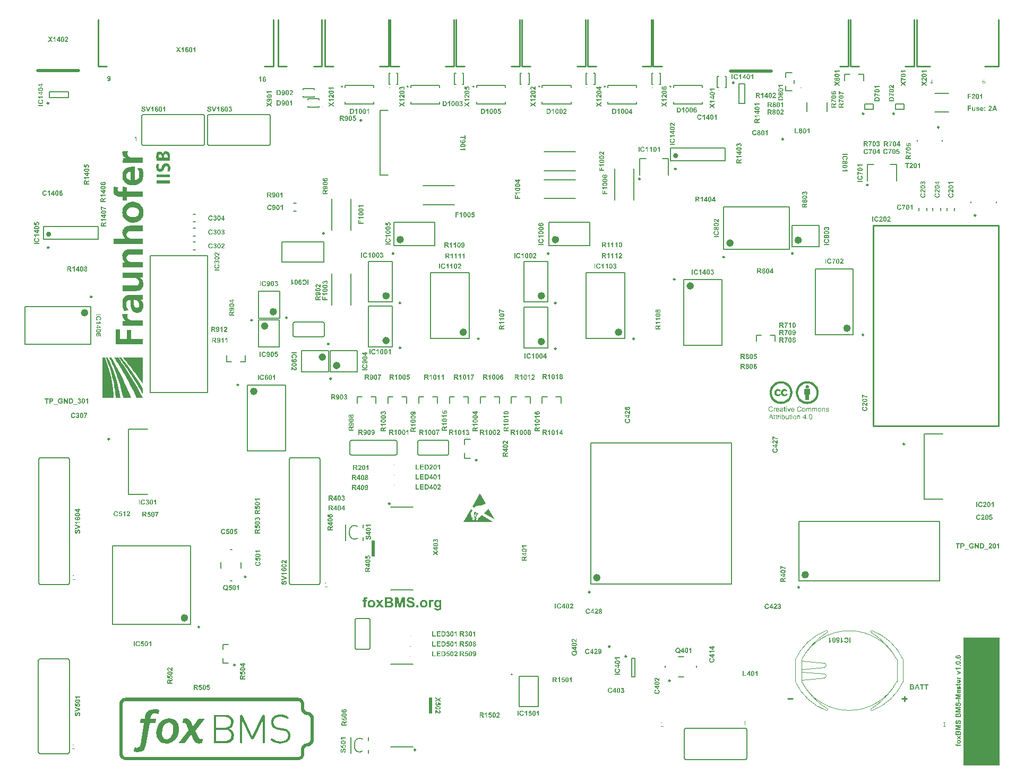
<source format=gto>
G04*
G04 #@! TF.GenerationSoftware,Altium Limited,Altium Designer,21.4.1 (30)*
G04*
G04 Layer_Color=65535*
%FSLAX25Y25*%
%MOIN*%
G70*
G04*
G04 #@! TF.SameCoordinates,ABD127B9-61DE-435D-9B50-71DF74D21850*
G04*
G04*
G04 #@! TF.FilePolarity,Positive*
G04*
G01*
G75*
%ADD10C,0.00984*%
%ADD11C,0.02362*%
%ADD12C,0.01575*%
%ADD13C,0.00787*%
%ADD14C,0.00394*%
%ADD15C,0.00402*%
%ADD16C,0.00799*%
%ADD17C,0.01000*%
%ADD18C,0.01968*%
%ADD19R,0.02000X0.10000*%
G36*
X99069Y387995D02*
X99853Y387283D01*
X100278Y386195D01*
X100349Y385574D01*
X100355Y384178D01*
X98884Y384217D01*
Y385354D01*
X98748Y385721D01*
X98600Y386070D01*
X98364Y386280D01*
X98101Y386397D01*
X97452D01*
X97285Y386333D01*
X97018Y386160D01*
X96734Y385783D01*
X96587Y385410D01*
X96609Y384342D01*
X95212Y384257D01*
X96609Y384341D01*
X96609Y384342D01*
X96618Y384343D01*
X96623Y384087D01*
X98892Y384073D01*
Y384217D01*
X100364Y384177D01*
X100371Y382332D01*
X91800Y382318D01*
X91786Y384978D01*
X91822Y385966D01*
X92006Y386687D01*
X92406Y387370D01*
X92937Y387715D01*
X93717Y387928D01*
X94316D01*
X94888Y387771D01*
X95432Y387371D01*
X95789Y386830D01*
X95894Y386506D01*
X95932Y386739D01*
X96174Y387294D01*
X96603Y387808D01*
X97205Y388108D01*
X98016Y388222D01*
X99069Y387995D01*
D02*
G37*
G36*
X73908Y387895D02*
X73752Y387354D01*
X73674Y386439D01*
X73924Y385572D01*
X74424Y384939D01*
X75038Y384613D01*
X75822Y384339D01*
X76444Y384184D01*
X77702Y384105D01*
X83328Y384085D01*
Y380721D01*
X70774Y380719D01*
X70794Y383709D01*
X73255Y383745D01*
X72972Y383850D01*
X72319Y384186D01*
X71739Y384485D01*
X71118Y385225D01*
X70700Y386000D01*
X70479Y386680D01*
X70440Y387417D01*
X70461Y387783D01*
X70635Y388195D01*
X74054Y388235D01*
X73908Y387895D01*
D02*
G37*
G36*
X98836Y380550D02*
X99374Y380324D01*
X99810Y379939D01*
X100087Y379473D01*
X100386Y378782D01*
X100511Y378117D01*
X100506Y376988D01*
X100446Y376586D01*
X100323Y375943D01*
X100172Y375440D01*
X98528Y375582D01*
X98697Y376007D01*
X98824Y376222D01*
X98925Y376540D01*
X99013Y376934D01*
X99056Y377453D01*
X99036Y377813D01*
X98941Y378092D01*
X98812Y378391D01*
X98577Y378654D01*
X98260Y378845D01*
X97851Y378840D01*
X97641Y378790D01*
X97492Y378669D01*
X97230Y378384D01*
X96987Y377923D01*
X96787Y377425D01*
X96499Y376783D01*
X96175Y376250D01*
X95694Y375710D01*
X95264Y375457D01*
X94758Y375281D01*
X93928Y375291D01*
X93481Y375351D01*
X92972Y375558D01*
X92434Y375949D01*
X92065Y376422D01*
X91815Y377062D01*
X91680Y377720D01*
X91665Y378724D01*
X91680Y378985D01*
X91794Y379600D01*
X91948Y380194D01*
X93496Y380051D01*
X93234Y379253D01*
X93139Y378802D01*
X93149Y377867D01*
X93369Y377479D01*
X93769Y377173D01*
X94310Y377122D01*
X94517Y377189D01*
X94867Y377524D01*
X95055Y377904D01*
X95335Y378551D01*
X95697Y379402D01*
X96178Y380037D01*
X96767Y380489D01*
X97468Y380680D01*
X98264Y380690D01*
X98836Y380550D01*
D02*
G37*
G36*
X100364Y371792D02*
X91807Y371787D01*
Y373519D01*
X100374D01*
X100364Y371792D01*
D02*
G37*
G36*
X100374Y369719D02*
X100369Y367923D01*
X91807Y367928D01*
Y369724D01*
X100374Y369719D01*
D02*
G37*
G36*
X78131Y374142D02*
X78112Y374142D01*
X75777Y374206D01*
X75777Y374205D01*
X78112Y374142D01*
X78134Y374142D01*
X78140Y369951D01*
X78331Y369994D01*
X78801Y370076D01*
X79256Y370255D01*
X79681Y370433D01*
X80047Y370745D01*
X80462Y371172D01*
X80790Y371691D01*
X80995Y372261D01*
X81092Y372865D01*
X81092Y374082D01*
X80996Y374828D01*
X80830Y375489D01*
X80540Y376235D01*
X80303Y376680D01*
X80024Y377236D01*
X79847Y377572D01*
X82620Y377615D01*
X82872Y377142D01*
X83153Y376525D01*
X83336Y375797D01*
X83517Y375085D01*
X83643Y374049D01*
X83615Y372710D01*
X83601Y372332D01*
X83433Y371409D01*
X83237Y370598D01*
X82941Y369882D01*
X82547Y369166D01*
X81886Y368394D01*
X81014Y367707D01*
X80002Y367188D01*
X78697Y366866D01*
X77938Y366768D01*
X75981Y366837D01*
X75153Y366935D01*
X74086Y367243D01*
X72920Y367818D01*
X72189Y368450D01*
X71486Y369194D01*
X70768Y370528D01*
X70515Y372042D01*
Y373497D01*
X70754Y374800D01*
X71289Y375967D01*
X72344Y377132D01*
X73667Y377890D01*
X75083Y378282D01*
X76663Y378505D01*
X78124Y378549D01*
X78131Y374142D01*
D02*
G37*
G36*
X67903Y365692D02*
X67879Y365537D01*
X67612Y365174D01*
X67470Y364572D01*
X67442Y364207D01*
X67476Y363899D01*
X67609Y363534D01*
X67964Y363192D01*
X68278Y363032D01*
X68634Y362915D01*
X68958Y362881D01*
X70740Y362874D01*
Y365704D01*
X73271Y365697D01*
X73257Y362860D01*
X83351Y362867D01*
X83330Y359492D01*
X73277Y359506D01*
X73249Y357114D01*
X70739Y357129D01*
X70746Y359507D01*
X68591Y359514D01*
X68153Y359585D01*
X67268Y359803D01*
X66458Y360189D01*
X65878Y360634D01*
X65348Y361303D01*
X64995Y362045D01*
X64847Y362888D01*
X64798Y363693D01*
X64819Y364289D01*
X64882Y364826D01*
X64960Y365377D01*
X65059Y365951D01*
X67903Y365692D01*
D02*
G37*
G36*
X77744Y356398D02*
X78754Y356259D01*
X79667Y356001D01*
X80640Y355565D01*
X81297Y355108D01*
X82070Y354356D01*
X82667Y353621D01*
X83183Y352530D01*
X83520Y351362D01*
X83620Y350470D01*
Y349185D01*
X83481Y348196D01*
X83123Y346968D01*
X82667Y346115D01*
X82130Y345341D01*
X81295Y344567D01*
X80519Y344070D01*
X79468Y343654D01*
X78516Y343397D01*
X77563Y343278D01*
X76413Y343298D01*
X75343Y343437D01*
X74289Y343755D01*
X73256Y344370D01*
X72303Y345122D01*
X71529Y346074D01*
X71072Y346886D01*
X70714Y347799D01*
X70575Y348590D01*
X70496Y348985D01*
X70439Y349482D01*
X70434Y349482D01*
X70518Y350728D01*
X70717Y351817D01*
X71114Y352887D01*
X71750Y353978D01*
X72525Y354791D01*
X73240Y355328D01*
X74310Y355882D01*
X75126Y356199D01*
X76295Y356398D01*
X76871Y356437D01*
X77744Y356398D01*
D02*
G37*
G36*
X83341Y341370D02*
Y338006D01*
X75995Y338011D01*
X75124Y337943D01*
X74479Y337816D01*
X73948Y337580D01*
X73565Y337278D01*
X73306Y336906D01*
X73178Y336586D01*
X73110Y336252D01*
X73115Y335654D01*
X73230Y335222D01*
X73366Y334845D01*
X73623Y334483D01*
X74020Y334071D01*
X74429Y333784D01*
X74973Y333561D01*
X75546Y333366D01*
X76144Y333269D01*
X76646Y333220D01*
X83341Y333205D01*
Y329836D01*
X65097Y329834D01*
X65104Y333202D01*
X72343Y333209D01*
X71875Y333597D01*
X71249Y334369D01*
X70797Y335225D01*
X70568Y336138D01*
X70468Y336699D01*
X70453Y337464D01*
X70513Y337888D01*
X70667Y338532D01*
X70867Y339081D01*
X71216Y339658D01*
X71472Y339959D01*
X71931Y340378D01*
X73021Y340999D01*
X73778Y341212D01*
X74314Y341311D01*
X74726Y341350D01*
X75162Y341375D01*
X83341Y341370D01*
D02*
G37*
G36*
X83346Y323270D02*
X75589Y323275D01*
X74979Y323193D01*
X74471Y323056D01*
X74048Y322901D01*
X73718Y322672D01*
X73392Y322308D01*
X73181Y321839D01*
X73119Y321525D01*
X73119Y320961D01*
X73152Y320672D01*
X73319Y320237D01*
X73509Y319882D01*
X73741Y319606D01*
X74123Y319263D01*
X74570Y318996D01*
X75040Y318788D01*
X75583Y318650D01*
X76471Y318503D01*
X76654Y318470D01*
X83329Y318465D01*
X83339Y315120D01*
X70739Y315129D01*
Y318309D01*
X72361D01*
X72115Y318521D01*
X71630Y318962D01*
X71059Y319723D01*
X70658Y320755D01*
X70519Y321488D01*
X70464Y321880D01*
X70454Y322788D01*
X70573Y323487D01*
X70723Y324065D01*
X71013Y324618D01*
X71257Y325002D01*
X71598Y325388D01*
X72340Y325935D01*
X73013Y326268D01*
X73654Y326447D01*
X74383Y326605D01*
X74728Y326634D01*
X83336D01*
X83346Y323270D01*
D02*
G37*
G36*
X83340Y308711D02*
X81742Y308717D01*
X81863Y308600D01*
X82521Y307880D01*
X82859Y307395D01*
X83182Y306791D01*
X83428Y306062D01*
X83575Y305438D01*
X83618Y305133D01*
X83611Y304083D01*
X83540Y303562D01*
X83364Y302965D01*
X83103Y302374D01*
X82784Y301906D01*
X82267Y301419D01*
X81458Y300927D01*
X80741Y300640D01*
X80030Y300443D01*
X79181Y300359D01*
X70739Y300355D01*
Y303716D01*
X78349Y303730D01*
X78921Y303792D01*
X79853Y304012D01*
X80443Y304358D01*
X80780Y304841D01*
X80930Y305189D01*
X80971Y305586D01*
X80972Y306126D01*
X80889Y306564D01*
X80659Y307038D01*
X80344Y307484D01*
X79870Y307849D01*
X79255Y308160D01*
X78584Y308394D01*
X77956Y308476D01*
X77265Y308566D01*
X70743D01*
X70736Y311899D01*
X83333Y311905D01*
X83340Y308711D01*
D02*
G37*
G36*
X83348Y294993D02*
X81577Y294872D01*
X82168Y294443D01*
X82826Y293727D01*
X83204Y293051D01*
X83491Y292327D01*
X83500Y292326D01*
X83506Y292289D01*
X83530Y292229D01*
X83515Y292230D01*
X83623Y291515D01*
Y290583D01*
X83523Y289948D01*
X83344Y289233D01*
X82985Y288477D01*
X82566Y287920D01*
X81968Y287283D01*
X81407Y286983D01*
X80867Y286744D01*
X80245Y286644D01*
X79371Y286664D01*
X78474Y286804D01*
X77711Y287124D01*
X77192Y287603D01*
X76656Y288139D01*
X76217Y288856D01*
X75879Y289789D01*
X75659Y290963D01*
X75658Y290963D01*
X75656Y290981D01*
X75642Y291054D01*
X75648Y291055D01*
X75544Y291985D01*
X75524Y294762D01*
X74616Y294633D01*
X74002Y294440D01*
X73505Y294039D01*
X73082Y293270D01*
X72965Y292198D01*
X73044Y291012D01*
X73357Y289935D01*
X73856Y288911D01*
X74373Y288106D01*
X71455Y287983D01*
X71233Y288448D01*
X70935Y289259D01*
X70638Y290523D01*
X70460Y291748D01*
X70480Y293032D01*
X70539Y293705D01*
X70777Y294953D01*
X71336Y296067D01*
X72095Y296884D01*
X73093Y297422D01*
X74225Y297719D01*
X75513Y297838D01*
X79861Y297843D01*
X81852Y297892D01*
X83331Y297992D01*
X83348Y294993D01*
D02*
G37*
G36*
X73769Y285306D02*
X73671Y284572D01*
X73769Y283585D01*
X74134Y282913D01*
X74634Y282452D01*
X75151Y282202D01*
X75861Y282005D01*
X76325Y281869D01*
X77305Y281771D01*
X83345Y281751D01*
X83335Y278386D01*
X70740D01*
X70745Y281377D01*
X73308Y281390D01*
X72654Y281596D01*
X71916Y282095D01*
X71198Y282751D01*
X70639Y283747D01*
X70478Y284369D01*
X70439Y285267D01*
X70589Y285822D01*
X74016D01*
X73769Y285306D01*
D02*
G37*
G36*
X69111Y270206D02*
X73157Y270198D01*
X73162Y275915D01*
X75932D01*
X75942Y270198D01*
X83341D01*
X83336Y266706D01*
X66326D01*
X66330Y276196D01*
X69105Y276201D01*
X69111Y270206D01*
D02*
G37*
G36*
X83325Y242070D02*
X82929Y242649D01*
X82633Y243087D01*
X82209Y243681D01*
X81702Y244409D01*
X81112Y245219D01*
X80382Y246257D01*
X79575Y247352D01*
X78876Y248296D01*
X77999Y249466D01*
X77122Y250641D01*
X76556Y251373D01*
X76014Y252082D01*
X75493Y252735D01*
X74822Y253571D01*
X74231Y254354D01*
X73700Y255012D01*
X73153Y255684D01*
X72503Y256480D01*
X71873Y257222D01*
X71223Y257984D01*
X70911Y258371D01*
X83335Y258381D01*
X83325Y242070D01*
D02*
G37*
G36*
X482383Y238738D02*
X482684Y238689D01*
X482961Y238608D01*
X483217Y238492D01*
X483447Y238344D01*
X483655Y238162D01*
X483837Y237947D01*
X484023Y237657D01*
X482981Y237116D01*
X482791Y237418D01*
X482597Y237583D01*
X482396Y237672D01*
X482209Y237702D01*
X481997Y237683D01*
X481815Y237628D01*
X481662Y237536D01*
X481537Y237408D01*
X481440Y237245D01*
X481367Y237037D01*
X481324Y236787D01*
X481309Y236501D01*
X481368Y235993D01*
X481437Y235791D01*
X481541Y235611D01*
X481668Y235470D01*
X481820Y235370D01*
X482001Y235309D01*
X482210Y235289D01*
X482486Y235325D01*
X482713Y235432D01*
X482898Y235612D01*
X483068Y235914D01*
X484035Y235423D01*
X483852Y235127D01*
X483666Y234903D01*
X483454Y234708D01*
X483215Y234542D01*
X482955Y234407D01*
X482681Y234312D01*
X482396Y234255D01*
X482096Y234235D01*
X481635Y234273D01*
X481219Y234385D01*
X480849Y234572D01*
X480524Y234835D01*
X480262Y235164D01*
X480075Y235551D01*
X479963Y235996D01*
X479926Y236495D01*
X479963Y236985D01*
X480077Y237423D01*
X480266Y237810D01*
X480531Y238143D01*
X480853Y238410D01*
X481216Y238602D01*
X481619Y238717D01*
X482058Y238755D01*
X482383Y238738D01*
D02*
G37*
G36*
X486497D02*
X486797Y238689D01*
X487075Y238608D01*
X487328Y238492D01*
X487557Y238344D01*
X487762Y238161D01*
X487941Y237947D01*
X488124Y237657D01*
X487095Y237116D01*
X486905Y237418D01*
X486712Y237583D01*
X486507Y237672D01*
X486311Y237702D01*
X486099Y237683D01*
X485916Y237628D01*
X485764Y237536D01*
X485639Y237408D01*
X485539Y237241D01*
X485469Y237037D01*
X485425Y236787D01*
X485410Y236498D01*
X485425Y236234D01*
X485468Y235998D01*
X485539Y235791D01*
X485643Y235611D01*
X485770Y235470D01*
X485922Y235370D01*
X486102Y235309D01*
X486312Y235289D01*
X486587Y235325D01*
X486814Y235432D01*
X486999Y235612D01*
X487169Y235913D01*
X488150Y235423D01*
X487959Y235127D01*
X487771Y234903D01*
X487557Y234708D01*
X487317Y234542D01*
X487058Y234407D01*
X486786Y234312D01*
X486505Y234255D01*
X486210Y234235D01*
X485744Y234273D01*
X485325Y234385D01*
X484955Y234572D01*
X484633Y234835D01*
X484373Y235164D01*
X484188Y235552D01*
X484077Y235996D01*
X484041Y236495D01*
X484078Y236985D01*
X484192Y237423D01*
X484380Y237810D01*
X484645Y238143D01*
X484968Y238410D01*
X485331Y238602D01*
X485733Y238717D01*
X486172Y238755D01*
X486497Y238738D01*
D02*
G37*
G36*
X70017Y258374D02*
X70311Y258007D01*
X70638Y257590D01*
X71078Y257019D01*
X71420Y256545D01*
X71983Y255809D01*
X72624Y254968D01*
X73258Y254120D01*
X73843Y253327D01*
X74561Y252354D01*
X75349Y251275D01*
X75955Y250406D01*
X76645Y249404D01*
X77578Y248034D01*
X78443Y246727D01*
X79216Y245559D01*
X79940Y244439D01*
X80630Y243375D01*
X81195Y242471D01*
X82623Y240169D01*
X83340Y238977D01*
X83308Y235407D01*
X82356Y237157D01*
X81556Y238497D01*
X80727Y239902D01*
X80128Y240910D01*
X79487Y242008D01*
X78924Y242889D01*
X78310Y243891D01*
X77390Y245386D01*
X76555Y246699D01*
X75796Y247838D01*
X75078Y248931D01*
X74514Y249807D01*
X74097Y250390D01*
X73622Y251121D01*
X73212Y251703D01*
X72808Y252302D01*
X72313Y253004D01*
X71880Y253672D01*
X71548Y254121D01*
X71171Y254623D01*
X70739Y255257D01*
X70273Y255895D01*
X69883Y256416D01*
X69325Y257182D01*
X68900Y257794D01*
X68630Y258104D01*
X68415Y258389D01*
X70017Y258374D01*
D02*
G37*
G36*
X69124Y256651D02*
X70109Y255195D01*
X71478Y253179D01*
X72976Y250887D01*
X74316Y248793D01*
X75715Y246571D01*
X76918Y244604D01*
X78012Y242765D01*
X79460Y240286D01*
X81648Y236352D01*
X82604Y234581D01*
X83332Y233161D01*
X79444Y233151D01*
X78978Y234215D01*
X78329Y235511D01*
X77590Y237035D01*
X76359Y239503D01*
X75404Y241311D01*
X74498Y242981D01*
X73799Y244279D01*
X72883Y245950D01*
X71799Y247946D01*
X71051Y249213D01*
X69967Y251042D01*
X68972Y252743D01*
X67947Y254413D01*
X66766Y256311D01*
X65810Y257804D01*
X65411Y258373D01*
X67907Y258383D01*
X69124Y256651D01*
D02*
G37*
G36*
X64890Y256145D02*
X66073Y254138D01*
X67689Y251110D01*
X69138Y248297D01*
X70320Y246044D01*
X71149Y244194D01*
X72104Y242160D01*
X73346Y239486D01*
X74321Y237263D01*
X75129Y235305D01*
X76004Y233161D01*
X70992Y233151D01*
X70847Y233948D01*
X70681Y234594D01*
X70394Y235804D01*
X70060Y237160D01*
X69695Y238536D01*
X69330Y239913D01*
X68808Y241711D01*
X68414Y243038D01*
X67981Y244384D01*
X67449Y246016D01*
X66888Y247626D01*
X66297Y249288D01*
X65874Y250338D01*
X65607Y251027D01*
X65155Y252117D01*
X64623Y253405D01*
X64121Y254605D01*
X63600Y255724D01*
X63166Y256688D01*
X62684Y257690D01*
X62321Y258372D01*
X63615D01*
X64890Y256145D01*
D02*
G37*
G36*
X61442Y258371D02*
X61780Y257664D01*
X62303Y256504D01*
X62983Y254940D01*
X63722Y253150D01*
X64817Y250306D01*
X65488Y248328D01*
X66158Y246145D01*
X66857Y243863D01*
X67537Y241315D01*
X68040Y239278D01*
X68552Y236966D01*
X68936Y235000D01*
X69282Y233131D01*
X66298Y233141D01*
X66235Y234151D01*
X66048Y235731D01*
X65871Y237462D01*
X65645Y238914D01*
X65438Y240222D01*
X65152Y241784D01*
X64807Y243572D01*
X64433Y245292D01*
X63991Y246971D01*
X63597Y248446D01*
X63262Y249586D01*
X62819Y251071D01*
X62180Y252927D01*
X61766Y254106D01*
X61372Y255168D01*
X60969Y256090D01*
X60536Y257182D01*
X60260Y257789D01*
X59992Y258382D01*
X61442Y258371D01*
D02*
G37*
G36*
X59988Y257220D02*
X61053Y254445D01*
X62019Y251473D01*
X62946Y248030D01*
X63517Y245491D01*
X63970Y243090D01*
X64582Y238801D01*
X64917Y235436D01*
X65038Y233160D01*
X57921Y233121D01*
X57902Y258392D01*
X59482D01*
X59988Y257220D01*
D02*
G37*
G36*
X484751Y243624D02*
X485460Y243526D01*
X486142Y243362D01*
X486795Y243132D01*
X487422Y242837D01*
X488019Y242477D01*
X488588Y242051D01*
X489129Y241560D01*
X489604Y241036D01*
X490018Y240477D01*
X490371Y239882D01*
X490664Y239250D01*
X490894Y238592D01*
X491057Y237913D01*
X491156Y237214D01*
X491189Y236496D01*
X491156Y235772D01*
X491059Y235072D01*
X490897Y234395D01*
X490670Y233741D01*
X490381Y233117D01*
X490029Y232530D01*
X489616Y231981D01*
X489142Y231470D01*
X488601Y230983D01*
X488024Y230556D01*
X487411Y230189D01*
X486764Y229884D01*
X486094Y229644D01*
X485412Y229472D01*
X484719Y229369D01*
X484015Y229334D01*
X483313Y229369D01*
X482626Y229470D01*
X481953Y229641D01*
X481298Y229878D01*
X480665Y230181D01*
X480066Y230543D01*
X479501Y230967D01*
X478969Y231451D01*
X478486Y231982D01*
X478063Y232546D01*
X477703Y233142D01*
X477404Y233771D01*
X477169Y234426D01*
X477001Y235099D01*
X476900Y235789D01*
X476867Y236496D01*
X476900Y237198D01*
X477003Y237888D01*
X477172Y238564D01*
X477410Y239226D01*
X477713Y239864D01*
X478076Y240469D01*
X478502Y241037D01*
X478988Y241573D01*
X479515Y242061D01*
X480070Y242484D01*
X480654Y242843D01*
X481269Y243136D01*
X481912Y243363D01*
X482584Y243527D01*
X483284Y243624D01*
X483752Y243655D01*
X483988Y243655D01*
X483978Y242288D01*
X483978D01*
X483978Y242282D01*
X483450Y242248D01*
X482882Y242169D01*
X482338Y242037D01*
X481817Y241853D01*
X481321Y241617D01*
X480849Y241327D01*
X480401Y240985D01*
X479976Y240589D01*
X479584Y240154D01*
X479240Y239694D01*
X478944Y239207D01*
X478697Y238694D01*
X478500Y238163D01*
X478360Y237620D01*
X478277Y237065D01*
X478249Y236498D01*
X478276Y235937D01*
X478359Y235386D01*
X478499Y234845D01*
X478695Y234314D01*
X478942Y233803D01*
X479237Y233320D01*
X479581Y232864D01*
X479973Y232438D01*
X480401Y232049D01*
X480857Y231709D01*
X481338Y231420D01*
X481848Y231177D01*
X482376Y230987D01*
X482917Y230851D01*
X483471Y230769D01*
X484038Y230743D01*
X484599Y230769D01*
X485154Y230852D01*
X485698Y230989D01*
X486236Y231182D01*
X486754Y231427D01*
X487247Y231720D01*
X487715Y232062D01*
X488156Y232453D01*
X488543Y232868D01*
X488877Y233310D01*
X489161Y233775D01*
X489393Y234267D01*
X489573Y234784D01*
X489702Y235328D01*
X489780Y235898D01*
X489806Y236493D01*
X489779Y237070D01*
X489699Y237633D01*
X489566Y238179D01*
X489379Y238708D01*
X489141Y239217D01*
X488854Y239697D01*
X488518Y240149D01*
X488134Y240573D01*
X487698Y240972D01*
X487241Y241317D01*
X486761Y241609D01*
X486261Y241848D01*
X485740Y242035D01*
X485196Y242167D01*
X484629Y242248D01*
X484236Y242282D01*
X483978Y242288D01*
X483988Y243655D01*
X483988D01*
Y243655D01*
X484751Y243624D01*
D02*
G37*
G36*
X500477Y243656D02*
X501213Y243625D01*
X501923Y243528D01*
X502604Y243366D01*
X503255Y243140D01*
X503876Y242848D01*
X504469Y242492D01*
X505031Y242071D01*
X505563Y241586D01*
X506051Y241051D01*
X506475Y240487D01*
X506834Y239893D01*
X507127Y239270D01*
X507355Y238620D01*
X507518Y237940D01*
X507616Y237232D01*
X507648Y236496D01*
X507616Y235758D01*
X507520Y235051D01*
X507360Y234376D01*
X507136Y233731D01*
X506849Y233119D01*
X506496Y232537D01*
X506080Y231987D01*
X505601Y231470D01*
X505046Y230970D01*
X504466Y230536D01*
X503862Y230170D01*
X503233Y229869D01*
X502579Y229636D01*
X501902Y229468D01*
X501201Y229368D01*
X500475Y229334D01*
X499761Y229368D01*
X499071Y229467D01*
X498405Y229632D01*
X497764Y229862D01*
X497145Y230160D01*
X496551Y230522D01*
X495982Y230951D01*
X495436Y231445D01*
X494942Y231985D01*
X494514Y232551D01*
X494151Y233144D01*
X493854Y233763D01*
X493623Y234407D01*
X493458Y235078D01*
X493359Y235775D01*
X493326Y236496D01*
X493359Y237219D01*
X493458Y237916D01*
X493623Y238590D01*
X493854Y239239D01*
X494151Y239863D01*
X494513Y240462D01*
X494942Y241036D01*
X495435Y241585D01*
X495967Y242071D01*
X496528Y242491D01*
X497115Y242848D01*
X497732Y243139D01*
X498376Y243366D01*
X499048Y243528D01*
X499747Y243625D01*
X500226Y243663D01*
X500477Y243656D01*
D02*
G37*
G36*
X294895Y173052D02*
X294907Y173044D01*
X294911Y173038D01*
X298512Y166792D01*
X298512Y166792D01*
X298513Y166791D01*
X298514Y166788D01*
X298515Y166784D01*
X298516Y166781D01*
Y166779D01*
Y166776D01*
X298514Y166770D01*
X298511Y166764D01*
X298506Y166759D01*
X298504Y166757D01*
X298465Y166731D01*
X298465D01*
X298465Y166731D01*
X298465Y166731D01*
X298448Y166720D01*
X298415Y166698D01*
X298382Y166676D01*
X298348Y166655D01*
X298332Y166644D01*
X298331Y166644D01*
X298319Y166636D01*
X298293Y166620D01*
X298268Y166604D01*
X298242Y166589D01*
X298229Y166581D01*
Y166581D01*
X298218Y166575D01*
X298196Y166561D01*
X298174Y166549D01*
X298152Y166536D01*
X298141Y166530D01*
X298141D01*
X298141Y166529D01*
X298062Y166484D01*
X298062D01*
X298062Y166484D01*
X298062Y166484D01*
X298062Y166484D01*
X298061Y166484D01*
X298061Y166484D01*
X298061Y166484D01*
X298061Y166484D01*
X298061Y166484D01*
X297990Y166445D01*
X297990Y166445D01*
Y166445D01*
X297990Y166445D01*
X297989Y166445D01*
X297989Y166445D01*
X297989Y166445D01*
X297989Y166444D01*
X297918Y166407D01*
Y166407D01*
X297918Y166407D01*
X297918Y166407D01*
X297917Y166406D01*
X297917Y166406D01*
X297917Y166406D01*
X297917Y166406D01*
X297917Y166406D01*
X297917Y166406D01*
X297853Y166373D01*
X297853Y166373D01*
Y166373D01*
X297852Y166373D01*
X297789Y166341D01*
X297789Y166341D01*
X297788Y166341D01*
X297788Y166341D01*
X297788Y166341D01*
X297788Y166341D01*
X297788Y166341D01*
X297788Y166341D01*
X297788Y166341D01*
X297732Y166314D01*
X297731Y166314D01*
Y166314D01*
X297731Y166313D01*
X297675Y166287D01*
X297675D01*
X297674Y166287D01*
X297618Y166260D01*
X297618D01*
X297618Y166260D01*
X297569Y166238D01*
X297569Y166238D01*
X297568Y166238D01*
X297520Y166217D01*
X297520D01*
X297520Y166217D01*
X297520Y166217D01*
X297520Y166217D01*
X297520Y166217D01*
X297520Y166217D01*
X297471Y166196D01*
X297471D01*
X297471Y166196D01*
X297422Y166175D01*
X297422D01*
X297422Y166175D01*
X297422Y166175D01*
X297421Y166175D01*
X297421Y166175D01*
X297421Y166175D01*
X297373Y166155D01*
X297372Y166155D01*
X297332Y166139D01*
X297332D01*
X297331Y166138D01*
X297290Y166122D01*
X297290D01*
X297290Y166122D01*
X297249Y166106D01*
X297249D01*
X297249Y166106D01*
X297249Y166106D01*
X297249Y166106D01*
X297249Y166106D01*
X297249Y166106D01*
X297209Y166091D01*
Y166091D01*
X297209Y166091D01*
X297208Y166091D01*
X297208Y166091D01*
X297208Y166091D01*
X297208Y166091D01*
X297167Y166075D01*
X297167D01*
X297167Y166075D01*
X297126Y166060D01*
X297126D01*
X297126Y166060D01*
X297126Y166060D01*
X297126Y166060D01*
X297126Y166060D01*
X297125Y166060D01*
X297085Y166046D01*
X297085Y166046D01*
Y166046D01*
X297085Y166045D01*
X297084Y166045D01*
X297084Y166045D01*
X297084Y166045D01*
X297084Y166045D01*
X297044Y166031D01*
X297044Y166031D01*
X297044Y166031D01*
X297044Y166031D01*
X297044Y166031D01*
X297043Y166031D01*
X297043Y166031D01*
X297002Y166017D01*
X297002D01*
X297002Y166017D01*
X296970Y166006D01*
X296969Y166006D01*
Y166006D01*
X296969Y166006D01*
X296969Y166006D01*
X296969Y166005D01*
X296969Y166005D01*
X296969Y166005D01*
X296937Y165995D01*
X296936Y165995D01*
X296936Y165995D01*
X296936Y165995D01*
X296936Y165995D01*
X296936Y165995D01*
X296903Y165984D01*
X296903D01*
X296903Y165984D01*
X296870Y165973D01*
X296870D01*
X296869Y165973D01*
X296837Y165963D01*
X296837Y165963D01*
X296837Y165963D01*
X296837Y165962D01*
X296837Y165962D01*
X296837Y165962D01*
X296837Y165962D01*
X296804Y165952D01*
X296804D01*
X296804Y165952D01*
X296771Y165942D01*
X296771D01*
X296771Y165942D01*
X296738Y165932D01*
X296738Y165932D01*
X296738Y165932D01*
X296705Y165922D01*
X296705Y165922D01*
X296705Y165922D01*
X296705Y165922D01*
X296705Y165922D01*
X296705Y165922D01*
X296705Y165922D01*
X296704Y165922D01*
X296672Y165912D01*
X296672Y165912D01*
Y165912D01*
X296672Y165912D01*
X296672Y165912D01*
X296671Y165912D01*
X296671Y165912D01*
X296671Y165912D01*
X296639Y165902D01*
X296639Y165902D01*
Y165902D01*
X296638Y165902D01*
X296606Y165893D01*
X296606D01*
X296605Y165893D01*
X296572Y165884D01*
X296572D01*
X296572Y165884D01*
X296572Y165883D01*
X296572Y165883D01*
X296572Y165883D01*
X296572Y165883D01*
X296540Y165875D01*
X296540Y165874D01*
X296540Y165874D01*
X296539Y165874D01*
X296539Y165874D01*
X296539Y165874D01*
X296539Y165874D01*
X296507Y165865D01*
X296507D01*
X296506Y165865D01*
X296473Y165856D01*
X296473D01*
X296473Y165856D01*
X296440Y165848D01*
X296440D01*
X296440Y165848D01*
X296415Y165841D01*
X296415D01*
X296415Y165841D01*
X296391Y165835D01*
X296391D01*
X296391Y165835D01*
X296390Y165835D01*
X296390Y165835D01*
X296390Y165835D01*
X296390Y165835D01*
X296366Y165828D01*
X296366Y165828D01*
Y165828D01*
X296365Y165828D01*
X296341Y165822D01*
X296341Y165822D01*
Y165822D01*
X296341D01*
X296341Y165822D01*
X296341Y165822D01*
X296341Y165822D01*
X296341Y165822D01*
X296316Y165816D01*
X296316Y165816D01*
Y165816D01*
X296316Y165816D01*
X296292Y165810D01*
X296291Y165810D01*
Y165810D01*
X296291Y165810D01*
X296267Y165804D01*
X296267Y165804D01*
X296267Y165804D01*
X296267Y165804D01*
X296267Y165804D01*
X296267Y165804D01*
X296267Y165804D01*
X296242Y165798D01*
X296242D01*
X296242Y165798D01*
X296217Y165792D01*
X296217D01*
X296217Y165792D01*
X296217Y165792D01*
X296217Y165792D01*
X296217Y165792D01*
X296217Y165792D01*
X296193Y165786D01*
X296192Y165786D01*
X296168Y165780D01*
X296168D01*
X296168Y165780D01*
X296168Y165780D01*
X296167Y165780D01*
X296167Y165780D01*
X296167Y165780D01*
X296143Y165775D01*
X296143Y165775D01*
X296118Y165769D01*
X296118D01*
X296118Y165769D01*
X296118Y165769D01*
X296118Y165769D01*
X296118Y165769D01*
X296118Y165769D01*
X296094Y165763D01*
X296094Y165763D01*
X296094Y165763D01*
X296094Y165763D01*
X296094Y165763D01*
X296094Y165763D01*
X296069Y165758D01*
Y165758D01*
X296069Y165758D01*
X296069Y165758D01*
X296044Y165752D01*
X296044D01*
X296044Y165752D01*
X296020Y165747D01*
Y165747D01*
X296019Y165747D01*
X295995Y165742D01*
X295995D01*
X295995Y165742D01*
X295970Y165736D01*
X295970D01*
X295970Y165736D01*
X295946Y165731D01*
X295946D01*
X295946Y165731D01*
X295945Y165731D01*
X295945Y165731D01*
X295945Y165731D01*
X295945Y165731D01*
X295921Y165726D01*
X295921Y165726D01*
Y165726D01*
X295920Y165726D01*
X295897Y165721D01*
X295897Y165721D01*
X295896Y165721D01*
X295872Y165716D01*
X295872D01*
X295872Y165716D01*
X295847Y165711D01*
X295847D01*
X295847Y165711D01*
X295823Y165706D01*
X295823D01*
X295823Y165706D01*
X295798Y165701D01*
X295798D01*
X295798Y165701D01*
X295774Y165697D01*
X295774D01*
Y165697D01*
X295774D01*
Y165697D01*
X295749Y165692D01*
X295749Y165692D01*
X295733Y165689D01*
X295733D01*
X295732Y165689D01*
X295717Y165686D01*
X295716Y165686D01*
Y165686D01*
X295716Y165685D01*
X295700Y165682D01*
Y165682D01*
X295700Y165682D01*
X295700Y165682D01*
X295700Y165682D01*
X295700Y165682D01*
X295700Y165682D01*
X295700Y165682D01*
X295684Y165680D01*
X295684Y165679D01*
Y165679D01*
X295683Y165679D01*
X295668Y165676D01*
Y165676D01*
X295668Y165676D01*
X295668Y165676D01*
X295668Y165676D01*
X295668Y165676D01*
X295667Y165676D01*
X295651Y165673D01*
X295651D01*
X295651Y165673D01*
X295635Y165670D01*
X295635D01*
X295635Y165670D01*
X295619Y165667D01*
Y165667D01*
X295619Y165667D01*
X295602Y165665D01*
X295602D01*
X295586Y165662D01*
X295586D01*
X295586Y165662D01*
X295570Y165659D01*
X295570D01*
X295569Y165659D01*
X295554Y165656D01*
X295554D01*
X295554Y165656D01*
X295537Y165653D01*
X295537D01*
X295537Y165653D01*
X295537Y165653D01*
X295537Y165653D01*
X295537Y165653D01*
X295537D01*
X295522Y165650D01*
Y165650D01*
X295521Y165650D01*
X295505Y165647D01*
X295505D01*
X295505Y165647D01*
X295505Y165647D01*
X295505Y165647D01*
X295505Y165647D01*
X295504Y165647D01*
X295489Y165645D01*
X295489Y165645D01*
X295473Y165642D01*
X295473D01*
X295473Y165642D01*
X295472Y165642D01*
X295472Y165642D01*
X295472Y165642D01*
X295472Y165642D01*
X295457Y165639D01*
X295456Y165639D01*
X295440Y165636D01*
X295440D01*
X295440Y165636D01*
X295425Y165633D01*
X295424Y165633D01*
X295408Y165631D01*
X295408D01*
X295408Y165631D01*
X295392Y165628D01*
Y165628D01*
X295392Y165628D01*
X295376Y165625D01*
X295376D01*
X295375Y165625D01*
X295360Y165623D01*
X295360Y165623D01*
Y165623D01*
X295359D01*
X295359Y165623D01*
X295359Y165623D01*
X295359Y165623D01*
X295359Y165623D01*
X295344Y165620D01*
X295343Y165620D01*
X295327Y165618D01*
X295327D01*
X295327Y165618D01*
X295312Y165615D01*
Y165615D01*
X295312D01*
X295311Y165615D01*
X295311Y165615D01*
X295311Y165615D01*
X295311Y165615D01*
X295311Y165615D01*
X295296Y165612D01*
X295295Y165612D01*
Y165612D01*
X295295D01*
X295295Y165612D01*
X295295Y165612D01*
X295295Y165612D01*
X295295Y165612D01*
X295280Y165610D01*
X295279Y165610D01*
Y165610D01*
X295279D01*
X295279Y165610D01*
X295279Y165610D01*
X295279Y165610D01*
X295279Y165610D01*
X295264Y165607D01*
X295263Y165607D01*
X295247Y165605D01*
X295247D01*
X295231Y165602D01*
X295231D01*
X295231Y165602D01*
X295231Y165602D01*
X295231Y165602D01*
X295231Y165602D01*
X295231Y165602D01*
X295216Y165600D01*
X295215Y165600D01*
X295199Y165597D01*
X295199D01*
X295199Y165597D01*
X295183Y165595D01*
X295183Y165595D01*
Y165595D01*
X295183Y165595D01*
X295168Y165592D01*
X295168Y165592D01*
X295168Y165592D01*
X295167Y165592D01*
X295167Y165592D01*
X295167Y165592D01*
X295167Y165592D01*
X295151Y165590D01*
X295151D01*
X295151Y165590D01*
X295135Y165587D01*
X295135Y165587D01*
Y165587D01*
X295135D01*
X295135Y165587D01*
X295135Y165587D01*
X295135Y165587D01*
X295135Y165587D01*
X295120Y165585D01*
Y165585D01*
X295119Y165585D01*
X295103Y165583D01*
X295103D01*
X295088Y165580D01*
X295088D01*
X295087Y165580D01*
X295072Y165578D01*
X295072Y165578D01*
X295072Y165578D01*
X295064Y165577D01*
X295056Y165576D01*
X295048Y165574D01*
X295040Y165573D01*
X295040D01*
X295032Y165572D01*
X295032D01*
X295031Y165572D01*
X295024Y165571D01*
X295024D01*
X295024Y165571D01*
X295024Y165571D01*
X295024Y165571D01*
X295024Y165571D01*
X295024D01*
X295016Y165570D01*
X295016D01*
X295016Y165570D01*
X295016Y165570D01*
X295016Y165570D01*
X295016Y165570D01*
X295016D01*
X295009Y165569D01*
Y165569D01*
X295008D01*
X295008Y165569D01*
X295008Y165569D01*
X295008Y165569D01*
X295008Y165569D01*
X295008Y165569D01*
X295001Y165568D01*
X295001Y165568D01*
X295001Y165568D01*
X295000Y165568D01*
X295000Y165568D01*
X295000Y165568D01*
X294992Y165566D01*
X294992D01*
X294985Y165565D01*
X294984D01*
X294976Y165564D01*
X294977D01*
X294969Y165563D01*
X294969D01*
X294968Y165563D01*
X294961Y165562D01*
X294960Y165562D01*
X294953Y165561D01*
X294953Y165561D01*
X294945Y165560D01*
X294945Y165559D01*
X294937Y165558D01*
X294929Y165557D01*
X294929Y165557D01*
X294929Y165557D01*
X294922Y165556D01*
X294921Y165556D01*
X294914Y165555D01*
X294914D01*
X294906Y165554D01*
X294898Y165553D01*
X294890Y165552D01*
X294890D01*
X294889Y165552D01*
X294882Y165551D01*
X294882Y165551D01*
X294875Y165550D01*
X294874Y165550D01*
X294867Y165549D01*
X294867Y165549D01*
X294867Y165549D01*
X294867Y165549D01*
X294866Y165548D01*
X294866Y165548D01*
X294866Y165548D01*
X294866Y165548D01*
X294859Y165547D01*
X294859Y165547D01*
X294859Y165547D01*
X294835Y165544D01*
X294835D01*
X294827Y165543D01*
X294827D01*
X294827Y165543D01*
X294827D01*
X294827Y165543D01*
X294827D01*
X294819Y165542D01*
X294819D01*
X294819Y165542D01*
X294812Y165541D01*
X294812D01*
X294812Y165541D01*
X294812D01*
X294811Y165541D01*
X294811D01*
X294804Y165540D01*
X294804Y165540D01*
Y165540D01*
X294803Y165540D01*
X294796Y165539D01*
X294796D01*
X294796Y165539D01*
X294796Y165539D01*
X294796Y165539D01*
X294796Y165539D01*
X294796Y165539D01*
X294796D01*
X294788Y165538D01*
X294788Y165538D01*
Y165538D01*
X294788D01*
X294788Y165538D01*
X294788Y165538D01*
X294788Y165538D01*
X294788Y165538D01*
X294781Y165536D01*
X294780Y165536D01*
X294773Y165535D01*
X294773Y165535D01*
Y165535D01*
X294772Y165535D01*
X294772Y165535D01*
X294772Y165535D01*
X294772Y165535D01*
X294772Y165535D01*
X294765Y165534D01*
X294765D01*
X294765Y165534D01*
X294757Y165533D01*
X294757D01*
X294757Y165533D01*
X294757Y165533D01*
X294757Y165533D01*
X294757Y165533D01*
X294757Y165533D01*
X294749Y165532D01*
X294749Y165532D01*
X294734Y165530D01*
X294726Y165529D01*
X294726D01*
X294726Y165529D01*
X294726Y165529D01*
X294726D01*
X294725Y165529D01*
X294725Y165529D01*
X294718Y165528D01*
X294718Y165528D01*
X294718Y165528D01*
X294710Y165527D01*
X294710Y165527D01*
X294703Y165526D01*
X294703D01*
X294702Y165526D01*
X294695Y165525D01*
X294695Y165525D01*
X294687Y165524D01*
X294679Y165523D01*
X294679D01*
X294679Y165523D01*
X294679Y165523D01*
X294679Y165523D01*
X294679Y165523D01*
X294679D01*
X294672Y165522D01*
X294671Y165522D01*
Y165522D01*
X294671Y165522D01*
X294671Y165522D01*
X294671Y165522D01*
X294671Y165522D01*
X294671D01*
X294664Y165521D01*
X294663Y165521D01*
X294656Y165520D01*
X294656D01*
X294656Y165520D01*
X294656Y165520D01*
X294656Y165520D01*
X294656Y165520D01*
X294656Y165520D01*
X294655Y165519D01*
X294649Y165519D01*
X294649D01*
X294649Y165519D01*
X294649Y165519D01*
X294648Y165519D01*
X294648Y165519D01*
X294648Y165519D01*
X294648Y165518D01*
X294641Y165518D01*
X294641Y165518D01*
X294640Y165517D01*
X294625Y165515D01*
X294625Y165515D01*
X294625Y165515D01*
X294618Y165515D01*
Y165515D01*
X294617Y165514D01*
X294610Y165513D01*
X294610D01*
X294609Y165513D01*
X294602Y165512D01*
X294602D01*
X294602Y165512D01*
X294594Y165511D01*
X294594D01*
X294594Y165511D01*
X294594Y165511D01*
X294594D01*
X294594Y165511D01*
X294587Y165510D01*
X294586Y165510D01*
X294579Y165509D01*
X294579D01*
X294556Y165506D01*
X294548Y165505D01*
X294548D01*
X294548Y165505D01*
X294541Y165504D01*
X294541D01*
X294541Y165504D01*
X294533Y165503D01*
X294533D01*
X294532Y165503D01*
X294526Y165502D01*
X294526D01*
X294525Y165502D01*
X294517Y165501D01*
X294517D01*
X294517Y165501D01*
X294510Y165500D01*
X294510D01*
X294510Y165500D01*
X294510Y165500D01*
X294510Y165500D01*
X294510Y165500D01*
X294510Y165500D01*
X294510D01*
X294510Y165500D01*
X294510Y165500D01*
X294510Y165500D01*
X294510Y165500D01*
X294502Y165499D01*
X294502Y165499D01*
Y165499D01*
X294502D01*
X294502Y165499D01*
X294502Y165499D01*
X294502Y165499D01*
X294502Y165499D01*
X294495Y165498D01*
X294495Y165498D01*
X294487Y165497D01*
X294487Y165497D01*
X294487Y165497D01*
X294479Y165496D01*
X294479Y165496D01*
X294472Y165495D01*
X294472Y165495D01*
Y165495D01*
X294472D01*
X294472Y165495D01*
X294471Y165495D01*
X294471Y165495D01*
X294471Y165495D01*
X294464Y165494D01*
X294463Y165494D01*
X294457Y165493D01*
X294457D01*
X294457Y165493D01*
X294457Y165493D01*
X294457Y165493D01*
X294457Y165493D01*
X294456D01*
X294449Y165492D01*
X294449D01*
X294448Y165492D01*
X294442Y165491D01*
X294442D01*
X294442Y165491D01*
X294441Y165491D01*
X294441Y165491D01*
X294441Y165491D01*
X294441Y165491D01*
X294441Y165491D01*
X294434Y165490D01*
X294434Y165490D01*
X294433Y165490D01*
X294426Y165489D01*
X294426Y165489D01*
X294419Y165488D01*
X294418Y165488D01*
X294411Y165487D01*
X294411Y165487D01*
X294410Y165487D01*
X294404Y165486D01*
X294404Y165486D01*
X294403Y165486D01*
X294403Y165486D01*
X294403Y165486D01*
X294403Y165486D01*
X294403Y165486D01*
X294396Y165485D01*
X294396Y165485D01*
X294388Y165484D01*
X294388Y165484D01*
X294388Y165484D01*
X294381Y165483D01*
X294381D01*
X294380Y165483D01*
X294373Y165482D01*
X294373Y165482D01*
X294373Y165482D01*
X294366Y165481D01*
X294365Y165481D01*
X294358Y165480D01*
X294358Y165480D01*
X294357Y165480D01*
X294351Y165479D01*
X294351D01*
X294351Y165479D01*
X294351Y165479D01*
X294351Y165479D01*
X294350Y165479D01*
X294350Y165479D01*
X294343Y165478D01*
X294343D01*
X294343Y165478D01*
X294343Y165478D01*
X294342Y165478D01*
X294342Y165478D01*
X294342Y165478D01*
X294336Y165477D01*
X294335Y165477D01*
X294328Y165476D01*
X294327Y165476D01*
X294321Y165475D01*
X294320Y165475D01*
Y165475D01*
X294320Y165475D01*
X294320Y165475D01*
X294320Y165475D01*
X294320Y165475D01*
X294320Y165475D01*
X294313Y165474D01*
X294312Y165474D01*
X294305Y165473D01*
X294305Y165473D01*
X294305Y165473D01*
X294305Y165473D01*
X294305Y165473D01*
X294305Y165473D01*
X294305D01*
X294305Y165473D01*
X294305Y165473D01*
X294305Y165473D01*
X294305Y165473D01*
X294298Y165472D01*
X294298Y165472D01*
X294297Y165472D01*
X294290Y165471D01*
X294290Y165471D01*
Y165471D01*
X294290D01*
X294290Y165471D01*
X294290Y165471D01*
X294290Y165471D01*
X294290Y165471D01*
X294283Y165470D01*
X294282Y165470D01*
X294275Y165469D01*
X294275D01*
X294275Y165469D01*
X294268Y165468D01*
X294268Y165468D01*
X294268Y165468D01*
X294260Y165467D01*
X294260Y165467D01*
Y165467D01*
X294260D01*
X294260Y165467D01*
X294260Y165467D01*
X294260Y165467D01*
X294260Y165467D01*
X294253Y165466D01*
X294253Y165466D01*
Y165466D01*
X294253D01*
X294253Y165466D01*
X294252D01*
X294252Y165466D01*
X294245Y165465D01*
X294245Y165465D01*
X294245D01*
X294245Y165465D01*
X294245Y165465D01*
X294245D01*
X294245Y165465D01*
X294238Y165464D01*
X294238Y165464D01*
Y165464D01*
X294238D01*
X294238Y165464D01*
X294238D01*
X294238Y165464D01*
X294230Y165463D01*
X294230Y165463D01*
X294223Y165462D01*
X294223D01*
X294222Y165462D01*
X294216Y165461D01*
X294216D01*
X294216Y165461D01*
X294216Y165461D01*
X294215Y165461D01*
X294215Y165461D01*
X294215D01*
X294208Y165460D01*
X294208D01*
X294200Y165459D01*
X294200D01*
X294200Y165459D01*
X294193Y165458D01*
X294193Y165458D01*
X294186Y165457D01*
X294178Y165456D01*
X294178D01*
X294178Y165456D01*
X294178Y165456D01*
X294178Y165456D01*
X294178Y165456D01*
X294178Y165456D01*
X294171Y165455D01*
Y165455D01*
X294171Y165455D01*
X294148Y165452D01*
X294148D01*
X294148Y165452D01*
X294148Y165452D01*
X294148D01*
X294148Y165452D01*
X294141Y165452D01*
X294141Y165452D01*
X294134Y165451D01*
X294134Y165451D01*
X294133Y165450D01*
X294127Y165450D01*
X294127Y165450D01*
X294126Y165450D01*
X294119Y165448D01*
Y165448D01*
X294118Y165448D01*
X294112Y165448D01*
X294112Y165448D01*
X294112Y165448D01*
X294112Y165448D01*
X294112Y165447D01*
X294112Y165447D01*
X294112Y165447D01*
X294111Y165447D01*
X294105Y165447D01*
Y165447D01*
X294105D01*
X294105Y165447D01*
X294104Y165446D01*
X294104Y165446D01*
X294104Y165446D01*
X294104Y165446D01*
X294104Y165446D01*
X294104Y165446D01*
X294104Y165446D01*
X294104Y165446D01*
X294097Y165446D01*
X294096Y165445D01*
X294090Y165445D01*
X294090D01*
X294090Y165445D01*
X294090Y165445D01*
X294090Y165445D01*
X294090Y165445D01*
X294090Y165445D01*
X294089Y165445D01*
X294082Y165444D01*
X294082Y165444D01*
Y165444D01*
X294082Y165444D01*
X294082Y165444D01*
X294082Y165444D01*
X294082Y165444D01*
X294082D01*
X294075Y165443D01*
X294075D01*
X294075Y165443D01*
X294075Y165443D01*
X294075Y165443D01*
X294075Y165443D01*
X294075Y165443D01*
X294074Y165443D01*
X294068Y165442D01*
Y165442D01*
X294068D01*
X294068Y165442D01*
X294068Y165442D01*
X294068Y165442D01*
X294068Y165442D01*
X294067Y165442D01*
X294060Y165441D01*
Y165441D01*
X294060Y165441D01*
X294053Y165440D01*
X294053D01*
X294053Y165440D01*
X294053Y165440D01*
X294053Y165440D01*
X294053D01*
X294053Y165440D01*
X294046Y165439D01*
X294045Y165439D01*
X294038Y165438D01*
X294038Y165438D01*
X294031Y165437D01*
X294031D01*
X294023Y165436D01*
X294024Y165436D01*
X294023Y165436D01*
X294017Y165435D01*
X294016Y165435D01*
Y165435D01*
X294016Y165435D01*
X294009Y165434D01*
X294009D01*
X294009Y165434D01*
X294009Y165434D01*
X294009Y165434D01*
X294009Y165434D01*
X294009Y165434D01*
X294008Y165434D01*
X294002Y165433D01*
X294002D01*
X294002Y165433D01*
X294002Y165433D01*
X294002Y165433D01*
X294002Y165433D01*
X294002Y165433D01*
X293994Y165432D01*
X293994Y165432D01*
X293987Y165431D01*
X293987D01*
X293980Y165430D01*
X293980D01*
X293980Y165430D01*
X293980D01*
X293973Y165429D01*
X293973D01*
X293958Y165427D01*
X293958D01*
X293951Y165426D01*
X293951D01*
X293951Y165426D01*
X293944Y165425D01*
X293944D01*
X293936Y165424D01*
X293936D01*
X293922Y165422D01*
Y165422D01*
X293907Y165420D01*
X293907D01*
X293900Y165419D01*
X293900D01*
X293893Y165418D01*
X293893D01*
X293893Y165418D01*
X293893D01*
X293886Y165417D01*
X293886D01*
X293871Y165415D01*
X293871D01*
Y165415D01*
X293864Y165413D01*
X293864Y165413D01*
X293857Y165412D01*
X293857Y165412D01*
X293857D01*
X293850Y165411D01*
Y165411D01*
X293850Y165411D01*
X293850D01*
X293843Y165410D01*
X293843Y165410D01*
X293836Y165409D01*
X293836D01*
X293836Y165409D01*
X293836D01*
X293829Y165408D01*
X293829D01*
X293814Y165406D01*
X293814D01*
X293807Y165405D01*
X293807Y165405D01*
X293800Y165404D01*
Y165404D01*
X293800D01*
X293793Y165403D01*
X293793Y165403D01*
X293779Y165401D01*
X293772Y165400D01*
X293772D01*
X293765Y165399D01*
X293758Y165398D01*
X293758Y165398D01*
X293751Y165397D01*
X293736Y165395D01*
X293736D01*
X293729Y165394D01*
X293722Y165393D01*
X293722Y165393D01*
X293715Y165392D01*
Y165392D01*
X293715D01*
X293708Y165391D01*
X293708Y165391D01*
X293701Y165390D01*
X293701D01*
X293694Y165389D01*
X293694D01*
X293687Y165387D01*
X293687D01*
Y165387D01*
X293687D01*
X293680Y165386D01*
X293680D01*
X293673Y165385D01*
X293666Y165384D01*
X293666Y165384D01*
X293659Y165383D01*
X293659D01*
X293659Y165383D01*
X293659D01*
X293652Y165382D01*
X293652D01*
X293645Y165381D01*
X293645D01*
X293631Y165379D01*
X293631Y165379D01*
X293624Y165378D01*
Y165378D01*
X293624D01*
X293618Y165377D01*
X293618Y165377D01*
X293611Y165376D01*
X293611D01*
X293604Y165375D01*
X293604Y165375D01*
X293597Y165374D01*
X293597D01*
X293583Y165371D01*
X293583D01*
X293569Y165369D01*
X293569Y165369D01*
X293548Y165366D01*
X293548Y165366D01*
X293528Y165362D01*
X293528D01*
X293521Y165361D01*
X293521D01*
Y165361D01*
X293521D01*
X293514Y165360D01*
X293514D01*
X293507Y165359D01*
X293507Y165359D01*
X293501Y165358D01*
X293501D01*
X293501Y165358D01*
X293501D01*
X293494Y165357D01*
X293494D01*
X293487Y165356D01*
X293487D01*
X293480Y165355D01*
X293480Y165355D01*
X293460Y165351D01*
X293460D01*
X293453Y165350D01*
X293453Y165350D01*
X293446Y165349D01*
X293446D01*
X293440Y165348D01*
X293440Y165348D01*
X293426Y165345D01*
X293426D01*
X293413Y165343D01*
X293413Y165343D01*
X293412Y165343D01*
X293399Y165341D01*
X293399Y165341D01*
X293386Y165338D01*
X293386Y165338D01*
X293372Y165336D01*
X293372Y165336D01*
X293372Y165336D01*
X293359Y165333D01*
X293359Y165333D01*
Y165333D01*
X293359Y165333D01*
X293346Y165331D01*
Y165331D01*
X293346Y165331D01*
X293346Y165331D01*
X293346Y165331D01*
X293346Y165331D01*
X293346Y165331D01*
X293333Y165329D01*
X293333Y165329D01*
X293332Y165329D01*
X293320Y165326D01*
X293320Y165326D01*
X293320Y165326D01*
X293320Y165326D01*
X293319Y165326D01*
X293319Y165326D01*
X293319Y165326D01*
X293319Y165326D01*
X293306Y165324D01*
Y165324D01*
X293306Y165324D01*
X293293Y165321D01*
X293293Y165321D01*
X293280Y165319D01*
X293280Y165319D01*
X293280Y165319D01*
X293267Y165316D01*
X293267Y165316D01*
X293267Y165316D01*
X293267Y165316D01*
X293267Y165316D01*
X293267Y165316D01*
X293267Y165316D01*
X293266Y165316D01*
X293254Y165314D01*
X293254Y165314D01*
X293254Y165314D01*
X293254Y165314D01*
X293254Y165314D01*
X293254Y165314D01*
X293254Y165314D01*
X293253Y165314D01*
X293241Y165311D01*
X293240Y165311D01*
Y165311D01*
X293240Y165311D01*
X293228Y165309D01*
X293228D01*
X293228Y165309D01*
X293228D01*
X293228Y165309D01*
X293215Y165306D01*
X293215Y165306D01*
X293201Y165304D01*
X293189Y165301D01*
X293189Y165301D01*
X293188Y165301D01*
X293176Y165298D01*
X293176D01*
X293176Y165298D01*
X293163Y165296D01*
X293163Y165296D01*
X293162Y165296D01*
X293150Y165293D01*
X293150Y165293D01*
X293150D01*
X293150Y165293D01*
X293150Y165293D01*
X293150Y165293D01*
X293150Y165293D01*
X293150Y165293D01*
X293138Y165290D01*
X293137Y165290D01*
X293124Y165288D01*
X293125Y165288D01*
X293112Y165285D01*
X293112D01*
X293112Y165285D01*
X293112Y165285D01*
X293111Y165285D01*
X293111Y165285D01*
X293111Y165285D01*
X293099Y165282D01*
X293099D01*
X293099Y165282D01*
X293086Y165279D01*
X293086Y165279D01*
X293074Y165277D01*
X293074Y165277D01*
X293061Y165274D01*
X293061Y165274D01*
X293061Y165274D01*
X293049Y165271D01*
Y165271D01*
X293049D01*
X293049Y165271D01*
X293049Y165271D01*
X293049Y165271D01*
X293049Y165271D01*
X293048Y165271D01*
X293036Y165268D01*
X293036Y165268D01*
X293036Y165268D01*
X293023Y165266D01*
X293024Y165266D01*
X293023Y165265D01*
X293011Y165263D01*
X293011Y165263D01*
X293011Y165263D01*
X293011Y165263D01*
X293011Y165263D01*
X293011Y165263D01*
X293011Y165262D01*
X292999Y165260D01*
X292999Y165260D01*
X292999D01*
X292999Y165260D01*
X292999Y165260D01*
X292999Y165260D01*
X292999Y165260D01*
X292986Y165257D01*
X292986Y165257D01*
X292974Y165254D01*
X292974Y165254D01*
X292973Y165254D01*
X292962Y165251D01*
X292962Y165251D01*
X292962Y165251D01*
X292962Y165251D01*
X292962Y165251D01*
X292962Y165251D01*
X292962Y165251D01*
X292961Y165251D01*
X292950Y165248D01*
X292950Y165248D01*
X292949Y165248D01*
X292937Y165245D01*
X292937Y165245D01*
X292925Y165242D01*
X292913Y165239D01*
X292913D01*
X292913Y165239D01*
X292913Y165239D01*
X292913D01*
X292913Y165239D01*
X292913Y165239D01*
X292901Y165236D01*
X292901D01*
X292901Y165236D01*
X292901D01*
X292901Y165236D01*
X292901D01*
X292901Y165236D01*
X292900Y165236D01*
X292888Y165233D01*
X292888Y165233D01*
X292888D01*
X292888Y165233D01*
X292888Y165233D01*
X292877Y165230D01*
X292877Y165230D01*
X292877Y165230D01*
X292877Y165230D01*
X292877Y165230D01*
X292877Y165230D01*
X292876Y165230D01*
X292864Y165226D01*
X292864Y165226D01*
X292852Y165223D01*
X292852Y165223D01*
X292852Y165223D01*
X292841Y165220D01*
X292841D01*
X292841Y165220D01*
X292841Y165220D01*
X292841Y165220D01*
X292841Y165220D01*
X292840Y165220D01*
X292840Y165220D01*
X292829Y165217D01*
X292829Y165217D01*
X292828Y165217D01*
X292816Y165214D01*
X292817Y165214D01*
X292805Y165210D01*
X292805Y165210D01*
X292793Y165207D01*
X292793Y165207D01*
X292781Y165204D01*
X292781Y165204D01*
X292781Y165204D01*
X292770Y165201D01*
X292769Y165201D01*
X292758Y165197D01*
X292758Y165197D01*
X292757Y165197D01*
X292746Y165194D01*
X292746Y165194D01*
X292746Y165194D01*
X292746Y165194D01*
X292746Y165194D01*
X292746Y165194D01*
X292734Y165190D01*
Y165190D01*
X292734Y165190D01*
X292734D01*
X292734Y165190D01*
X292734Y165190D01*
X292734D01*
X292734Y165190D01*
X292723Y165187D01*
X292723Y165187D01*
X292723Y165187D01*
X292711Y165184D01*
X292711Y165184D01*
X292700Y165180D01*
X292700Y165180D01*
X292700Y165180D01*
X292688Y165177D01*
Y165177D01*
X292688Y165177D01*
X292688Y165176D01*
X292677Y165173D01*
X292677Y165173D01*
X292677Y165173D01*
X292677Y165173D01*
X292677Y165173D01*
X292677Y165173D01*
X292665Y165170D01*
X292666Y165170D01*
X292665Y165170D01*
X292654Y165166D01*
X292654Y165166D01*
X292654Y165166D01*
X292654Y165166D01*
X292654Y165166D01*
X292654Y165166D01*
X292654Y165166D01*
X292643Y165163D01*
Y165163D01*
X292643Y165163D01*
X292643Y165162D01*
X292643Y165162D01*
X292643Y165162D01*
X292643Y165162D01*
X292631Y165159D01*
X292632Y165159D01*
X292620Y165155D01*
X292620Y165155D01*
X292620Y165155D01*
X292609Y165152D01*
Y165151D01*
X292609Y165151D01*
X292609Y165151D01*
X292609Y165151D01*
X292609Y165151D01*
X292609Y165151D01*
X292598Y165148D01*
X292598Y165148D01*
X292587Y165144D01*
X292587Y165144D01*
X292586Y165144D01*
X292576Y165140D01*
X292576Y165140D01*
X292576Y165140D01*
X292576Y165140D01*
X292576Y165140D01*
X292576Y165140D01*
X292575Y165140D01*
X292565Y165136D01*
X292565D01*
X292565Y165136D01*
X292565Y165136D01*
X292565Y165136D01*
X292565Y165136D01*
X292565Y165136D01*
X292565Y165136D01*
X292554Y165132D01*
X292554Y165132D01*
X292554D01*
X292554Y165132D01*
X292554Y165132D01*
X292554D01*
X292553Y165132D01*
X292543Y165129D01*
Y165129D01*
X292543Y165129D01*
X292543Y165129D01*
X292543Y165129D01*
X292543Y165129D01*
X292543Y165129D01*
X292532Y165125D01*
X292532Y165125D01*
X292521Y165121D01*
X292521Y165121D01*
X292510Y165117D01*
X292510Y165117D01*
X292510Y165117D01*
X292499Y165113D01*
X292499Y165113D01*
X292499Y165113D01*
X292499Y165113D01*
X292499D01*
X292499Y165113D01*
X292499D01*
X292489Y165109D01*
X292489Y165109D01*
X292489Y165109D01*
X292478Y165105D01*
X292478Y165105D01*
X292477Y165104D01*
X292467Y165101D01*
X292467Y165101D01*
X292456Y165096D01*
X292457Y165096D01*
X292446Y165092D01*
X292446Y165092D01*
X292435Y165088D01*
X292435Y165088D01*
X292435Y165088D01*
X292425Y165084D01*
X292425Y165084D01*
Y165084D01*
X292425Y165084D01*
X292415Y165080D01*
X292415D01*
X292415Y165080D01*
X292414Y165080D01*
X292414Y165080D01*
X292414Y165080D01*
X292414Y165080D01*
X292404Y165075D01*
X292404Y165075D01*
X292393Y165071D01*
X292394Y165071D01*
X292393Y165071D01*
X292384Y165067D01*
X292384Y165067D01*
X292383Y165067D01*
X292373Y165062D01*
X292373Y165062D01*
X292362Y165058D01*
X292363Y165058D01*
X292362Y165058D01*
X292353Y165053D01*
X292353Y165053D01*
X292352Y165053D01*
X292342Y165049D01*
X292342Y165049D01*
X292332Y165044D01*
X292332D01*
X292332Y165044D01*
X292332Y165044D01*
X292332Y165044D01*
X292332Y165044D01*
X292332Y165044D01*
X292322Y165040D01*
X292322D01*
X292322Y165040D01*
X292322Y165040D01*
X292322Y165040D01*
X292322Y165040D01*
X292322Y165040D01*
X292312Y165035D01*
X292312Y165035D01*
X292302Y165031D01*
X292302Y165031D01*
X292302Y165031D01*
X292292Y165026D01*
Y165026D01*
X292292Y165026D01*
X292292Y165026D01*
X292292Y165026D01*
X292292Y165026D01*
X292292Y165026D01*
X292292Y165026D01*
X292283Y165022D01*
X292283Y165022D01*
X292282Y165022D01*
X292282Y165022D01*
X292282Y165021D01*
X292282Y165021D01*
X292282Y165021D01*
X292272Y165017D01*
X292272Y165017D01*
X292272Y165016D01*
X292263Y165012D01*
X292263Y165012D01*
X292263Y165012D01*
X292263Y165012D01*
X292263Y165012D01*
X292263Y165012D01*
X292262Y165012D01*
X292262Y165012D01*
X292253Y165007D01*
X292253Y165007D01*
X292253Y165007D01*
X292243Y165002D01*
X292233Y164997D01*
X292233Y164997D01*
X292233Y164997D01*
X292224Y164992D01*
Y164992D01*
X292224Y164992D01*
X292214Y164987D01*
X292214Y164988D01*
X292214Y164987D01*
X292205Y164983D01*
X292205Y164983D01*
X292205Y164983D01*
X292205Y164983D01*
X292204Y164982D01*
X292204Y164982D01*
X292204Y164982D01*
X292195Y164978D01*
X292195Y164978D01*
X292195D01*
Y164978D01*
X292195Y164977D01*
X292186Y164972D01*
X292185Y164972D01*
X292185Y164972D01*
X292176Y164967D01*
X292176D01*
X292176Y164967D01*
X292176Y164967D01*
X292176Y164967D01*
X292176Y164967D01*
X292176Y164967D01*
X292176Y164967D01*
X292176Y164967D01*
X292167Y164962D01*
X292166Y164962D01*
Y164962D01*
X292166Y164962D01*
X292157Y164957D01*
Y164957D01*
X292157D01*
X292157Y164957D01*
X292157Y164957D01*
X292157Y164957D01*
X292157Y164957D01*
X292157Y164957D01*
X292148Y164952D01*
X292148Y164952D01*
X292148Y164952D01*
X292148Y164952D01*
X292148Y164952D01*
X292148Y164952D01*
X292148Y164952D01*
X292139Y164947D01*
X292139Y164946D01*
X292129Y164941D01*
X292130Y164941D01*
X292129Y164941D01*
X292121Y164936D01*
X292120Y164936D01*
X292120Y164936D01*
X292107Y164928D01*
X292107Y164928D01*
X292107Y164928D01*
X292107Y164928D01*
X292107Y164928D01*
X292107Y164928D01*
X292093Y164920D01*
X292093Y164920D01*
X292093Y164919D01*
X292080Y164912D01*
X292080Y164912D01*
X292080Y164912D01*
X292080Y164911D01*
X292080Y164911D01*
X292080Y164911D01*
X292066Y164903D01*
X292067Y164903D01*
X292066Y164903D01*
X292053Y164895D01*
X292053Y164895D01*
X292053D01*
X292053Y164895D01*
X292053Y164895D01*
X292053Y164895D01*
X292053Y164895D01*
X292053Y164895D01*
X292053Y164894D01*
X292040Y164886D01*
X292040D01*
X292040Y164886D01*
X292027Y164877D01*
X292027Y164877D01*
X292014Y164869D01*
Y164869D01*
X292014Y164869D01*
X292001Y164860D01*
X292002Y164860D01*
X292001Y164860D01*
X291989Y164851D01*
X291989Y164851D01*
X291989Y164851D01*
Y164851D01*
X291989Y164851D01*
X291989Y164851D01*
X291989Y164851D01*
X291988Y164851D01*
X291988Y164851D01*
X291976Y164842D01*
X291976Y164842D01*
X291976Y164842D01*
X291964Y164833D01*
Y164833D01*
X291964Y164833D01*
X291964Y164833D01*
X291964Y164833D01*
X291964Y164833D01*
X291964Y164833D01*
X291951Y164824D01*
X291939Y164814D01*
X291939Y164814D01*
X291927Y164805D01*
X291927Y164805D01*
X291915Y164795D01*
X291915Y164796D01*
X291915Y164795D01*
X291899Y164783D01*
Y164783D01*
X291899Y164783D01*
X291899Y164783D01*
X291899Y164783D01*
X291899Y164783D01*
X291899Y164783D01*
X291899Y164783D01*
X291899Y164783D01*
Y164783D01*
X291899Y164783D01*
X291899Y164783D01*
X291899Y164783D01*
X291899Y164783D01*
X291899Y164783D01*
X291884Y164770D01*
X291884Y164770D01*
X291883Y164770D01*
X291868Y164757D01*
X291852Y164743D01*
X291853Y164743D01*
X291852Y164743D01*
X291838Y164730D01*
X291838Y164730D01*
X291838Y164730D01*
X291838Y164730D01*
X291838Y164730D01*
Y164730D01*
X291819Y164712D01*
X291801Y164695D01*
X291801D01*
X291800Y164695D01*
X291800Y164694D01*
X291800Y164694D01*
X291800Y164694D01*
X291800Y164694D01*
X291798Y164692D01*
X291792Y164687D01*
X291787Y164681D01*
X291782Y164676D01*
X291779Y164673D01*
Y164673D01*
X291779Y164673D01*
X291779Y164673D01*
X291779Y164673D01*
X291779Y164673D01*
X291779Y164673D01*
X291776Y164670D01*
X291770Y164664D01*
X291764Y164658D01*
X291758Y164651D01*
X291755Y164648D01*
X291755Y164648D01*
X291755Y164648D01*
X291755Y164648D01*
X291755Y164648D01*
X291755Y164648D01*
X291751Y164644D01*
X291744Y164637D01*
X291738Y164629D01*
X291731Y164622D01*
X291728Y164618D01*
Y164618D01*
X291716Y164604D01*
X291692Y164576D01*
X291669Y164547D01*
X291647Y164518D01*
X291636Y164503D01*
X291636Y164503D01*
X291636Y164503D01*
X291636Y164502D01*
X291636Y164502D01*
X291636Y164502D01*
X291605Y164459D01*
X291605Y164459D01*
X291605Y164458D01*
X291581Y164424D01*
Y164424D01*
X291581Y164424D01*
X291581Y164424D01*
X291581Y164424D01*
X291581Y164424D01*
X291581Y164424D01*
X291560Y164395D01*
X291560Y164395D01*
X291560Y164395D01*
X291560Y164395D01*
X291560Y164395D01*
X291560Y164395D01*
X291543Y164370D01*
Y164370D01*
X291543Y164370D01*
X291528Y164348D01*
X291528Y164348D01*
X291513Y164328D01*
X291513Y164328D01*
X291501Y164310D01*
X291501Y164310D01*
X291489Y164293D01*
X291489Y164293D01*
X291478Y164277D01*
X291478Y164277D01*
X291468Y164262D01*
X291468Y164262D01*
X291458Y164248D01*
X291458Y164248D01*
X291448Y164234D01*
Y164234D01*
X291448Y164234D01*
X291440Y164222D01*
X291439Y164221D01*
Y164221D01*
X291437Y164217D01*
X291428Y164211D01*
X291419Y164209D01*
X291409Y164211D01*
X291404Y164213D01*
X290202Y164907D01*
X290198Y164910D01*
X290191Y164918D01*
X290189Y164928D01*
X290190Y164939D01*
X290193Y164944D01*
X294865Y173038D01*
Y173038D01*
X294869Y173044D01*
X294881Y173052D01*
X294895Y173052D01*
D02*
G37*
G36*
X298061Y166484D02*
X298061Y166484D01*
X298061Y166484D01*
X298061Y166484D01*
D02*
G37*
G36*
X290404Y162656D02*
X290403Y162653D01*
X290401Y162650D01*
X290399Y162647D01*
X290397Y162644D01*
X290395Y162641D01*
X290393Y162637D01*
X290391Y162634D01*
X290389Y162631D01*
X290388Y162628D01*
X290386Y162625D01*
X290384Y162622D01*
X290382Y162619D01*
X290380Y162616D01*
X290378Y162613D01*
X290376Y162610D01*
X290374Y162606D01*
X290373Y162603D01*
X290371Y162600D01*
X290369Y162597D01*
X290367Y162594D01*
X290365Y162591D01*
X290363Y162588D01*
X290361Y162585D01*
X290360Y162582D01*
X290358Y162578D01*
X290356Y162575D01*
X290354Y162572D01*
X290352Y162569D01*
X290350Y162566D01*
X290349Y162563D01*
X290347Y162560D01*
X290345Y162557D01*
X290343Y162554D01*
X290341Y162551D01*
X290339Y162548D01*
X290337Y162545D01*
X290335Y162541D01*
X290334Y162538D01*
X290332Y162535D01*
X290330Y162532D01*
X290328Y162529D01*
X290326Y162526D01*
X290324Y162523D01*
X290323Y162522D01*
X290323Y162520D01*
X290322Y162519D01*
X290321Y162517D01*
X290320Y162515D01*
X290319Y162514D01*
X290318Y162512D01*
X290317Y162511D01*
X290316Y162509D01*
X290315Y162508D01*
X290314Y162506D01*
X290313Y162505D01*
X290313Y162503D01*
X290312Y162502D01*
X290311Y162500D01*
X290310Y162498D01*
X290309Y162497D01*
X290308Y162495D01*
X290307Y162494D01*
X290306Y162492D01*
X290305Y162491D01*
X290304Y162489D01*
X290303Y162488D01*
X290302Y162486D01*
X290301Y162485D01*
X290300Y162483D01*
X290300Y162482D01*
X290299Y162480D01*
X290298Y162479D01*
X290297Y162477D01*
X290296Y162476D01*
X290295Y162474D01*
X290294Y162472D01*
X290293Y162471D01*
X290292Y162469D01*
X290291Y162468D01*
X290290Y162466D01*
X290289Y162465D01*
X290289Y162463D01*
X290288Y162462D01*
X290287Y162460D01*
X290286Y162459D01*
X290285Y162457D01*
X290284Y162456D01*
X290283Y162454D01*
X290282Y162453D01*
X290281Y162451D01*
X290280Y162450D01*
X290279Y162448D01*
X290279Y162446D01*
X290278Y162445D01*
X290277Y162443D01*
X290276Y162442D01*
X290275Y162440D01*
X290274Y162439D01*
X290273Y162437D01*
X290272Y162436D01*
X290271Y162434D01*
X290270Y162433D01*
X290269Y162431D01*
X290268Y162430D01*
X290267Y162428D01*
X290267Y162427D01*
X290266Y162425D01*
X290265Y162424D01*
X290264Y162422D01*
X290263Y162421D01*
X290262Y162419D01*
X290261Y162418D01*
X290260Y162416D01*
X290259Y162415D01*
X290258Y162413D01*
X290258Y162411D01*
X290257Y162410D01*
X290256Y162408D01*
X290255Y162407D01*
X290254Y162405D01*
X290253Y162404D01*
X290252Y162402D01*
X290251Y162401D01*
X290250Y162399D01*
X290249Y162398D01*
X290248Y162396D01*
X290248Y162395D01*
X290247Y162393D01*
X290246Y162392D01*
X290245Y162390D01*
X290244Y162389D01*
X290243Y162387D01*
X290242Y162386D01*
X290241Y162384D01*
X290240Y162383D01*
X290239Y162381D01*
X290238Y162380D01*
X290237Y162378D01*
X290237Y162376D01*
X290236Y162375D01*
X290235Y162373D01*
X290234Y162372D01*
X290233Y162370D01*
X290232Y162369D01*
X290231Y162367D01*
X290230Y162366D01*
X290229Y162364D01*
X290228Y162363D01*
X290228Y162361D01*
X290227Y162360D01*
X290226Y162358D01*
X290225Y162357D01*
X290224Y162355D01*
X290223Y162354D01*
X290222Y162352D01*
X290221Y162351D01*
X290220Y162349D01*
X290219Y162348D01*
X290218Y162346D01*
X290217Y162345D01*
X290217Y162343D01*
X290216Y162342D01*
X290215Y162340D01*
X290214Y162339D01*
X290213Y162337D01*
X290212Y162336D01*
X290211Y162334D01*
X290210Y162333D01*
X290209Y162331D01*
X290208Y162330D01*
X290208Y162328D01*
X290207Y162327D01*
X290206Y162325D01*
X290205Y162323D01*
X290204Y162322D01*
X290203Y162320D01*
X290202Y162319D01*
X290201Y162318D01*
X290200Y162316D01*
X290199Y162314D01*
X290198Y162313D01*
X290198Y162311D01*
X290197Y162310D01*
X290196Y162308D01*
X290195Y162307D01*
X290194Y162305D01*
X290193Y162304D01*
X290192Y162302D01*
X290191Y162301D01*
X290190Y162299D01*
X290189Y162298D01*
X290189Y162296D01*
X290188Y162295D01*
X290187Y162293D01*
X290186Y162292D01*
X290185Y162290D01*
X290184Y162289D01*
X290183Y162287D01*
X290182Y162286D01*
X290181Y162284D01*
X290180Y162283D01*
X290179Y162281D01*
X290179Y162280D01*
X290178Y162278D01*
X290177Y162277D01*
X290176Y162275D01*
X290175Y162274D01*
X290174Y162272D01*
X290173Y162271D01*
X290172Y162269D01*
X290171Y162268D01*
X290170Y162266D01*
X290170Y162265D01*
X290169Y162263D01*
X290168Y162262D01*
X290167Y162260D01*
X290166Y162259D01*
X290165Y162257D01*
X290164Y162256D01*
X290163Y162254D01*
X290162Y162253D01*
X290161Y162251D01*
X290160Y162250D01*
X290160Y162248D01*
X290159Y162247D01*
X290158Y162245D01*
X290157Y162244D01*
X290156Y162242D01*
X290155Y162241D01*
X290154Y162239D01*
X290153Y162238D01*
X290152Y162236D01*
X290152Y162235D01*
X290151Y162233D01*
X290150Y162232D01*
X290149Y162230D01*
X290148Y162229D01*
X290147Y162227D01*
X290146Y162226D01*
X290144Y162223D01*
X290142Y162220D01*
X290141Y162217D01*
X290139Y162214D01*
X290137Y162211D01*
X290135Y162208D01*
X290134Y162205D01*
X290132Y162202D01*
X290130Y162199D01*
X290128Y162196D01*
X290126Y162193D01*
X290125Y162190D01*
X290123Y162187D01*
X290121Y162184D01*
X290119Y162181D01*
X290117Y162178D01*
X290115Y162175D01*
X290114Y162172D01*
X290112Y162169D01*
X290110Y162166D01*
X290108Y162163D01*
X290106Y162160D01*
X290105Y162157D01*
X290103Y162154D01*
X290101Y162151D01*
X290099Y162148D01*
X290097Y162145D01*
X290096Y162142D01*
X290094Y162139D01*
X290092Y162136D01*
X290090Y162133D01*
X290089Y162130D01*
X290087Y162127D01*
X290085Y162124D01*
X290083Y162121D01*
X290081Y162118D01*
X290079Y162115D01*
X290078Y162112D01*
X290076Y162109D01*
X290074Y162106D01*
X290072Y162103D01*
Y162103D01*
X290071Y162100D01*
X290069Y162097D01*
X290067Y162094D01*
X290065Y162091D01*
X290063Y162088D01*
X290061Y162085D01*
X290060Y162082D01*
X290058Y162079D01*
X290056Y162076D01*
X290053Y162072D01*
X290051Y162067D01*
X290048Y162063D01*
X290045Y162058D01*
X290043Y162054D01*
X290040Y162049D01*
X290037Y162045D01*
X290035Y162040D01*
X290032Y162036D01*
X290029Y162031D01*
X290026Y162027D01*
X290024Y162022D01*
X290021Y162018D01*
X290018Y162013D01*
X290016Y162009D01*
X290013Y162004D01*
X290010Y162000D01*
X290007Y161995D01*
X290005Y161991D01*
X290002Y161987D01*
X289999Y161982D01*
X289997Y161978D01*
X289994Y161973D01*
X289991Y161969D01*
X289988Y161964D01*
X289986Y161960D01*
X289983Y161955D01*
X289980Y161951D01*
X289978Y161946D01*
X289975Y161942D01*
X289972Y161937D01*
X289969Y161932D01*
X289965Y161926D01*
X289961Y161920D01*
X289958Y161914D01*
X289954Y161908D01*
X289950Y161902D01*
X289947Y161896D01*
X289943Y161890D01*
X289940Y161884D01*
X289936Y161878D01*
X289932Y161872D01*
X289929Y161866D01*
X289925Y161860D01*
X289921Y161854D01*
X289918Y161848D01*
X289914Y161843D01*
X289911Y161837D01*
X289907Y161831D01*
X289903Y161825D01*
X289900Y161819D01*
X289895Y161811D01*
X289891Y161804D01*
X289886Y161796D01*
X289881Y161789D01*
X289877Y161782D01*
X289872Y161774D01*
X289868Y161767D01*
X289863Y161759D01*
X289859Y161752D01*
X289854Y161744D01*
X289849Y161737D01*
X289845Y161730D01*
X289840Y161722D01*
X289836Y161715D01*
X289836Y161715D01*
X289830Y161706D01*
X289830Y161706D01*
X289825Y161697D01*
X289819Y161688D01*
X289819Y161688D01*
X289813Y161679D01*
X289808Y161670D01*
X289802Y161661D01*
X289802Y161661D01*
X289797Y161652D01*
X289791Y161643D01*
X289786Y161634D01*
X289779Y161624D01*
X289779Y161624D01*
X289773Y161614D01*
X289766Y161603D01*
X289766Y161603D01*
X289759Y161593D01*
X289753Y161582D01*
X289746Y161572D01*
X289740Y161561D01*
X289732Y161549D01*
X289732Y161549D01*
X289725Y161537D01*
X289725Y161537D01*
X289717Y161525D01*
X289709Y161513D01*
X289709Y161513D01*
X289702Y161502D01*
X289702Y161502D01*
X289693Y161488D01*
X289693Y161488D01*
X289685Y161475D01*
X289685Y161475D01*
X289676Y161461D01*
X289668Y161448D01*
X289658Y161433D01*
X289648Y161417D01*
Y161417D01*
X289639Y161402D01*
Y161402D01*
X289628Y161386D01*
X289617Y161369D01*
X289607Y161353D01*
X289595Y161335D01*
Y161335D01*
X289583Y161317D01*
X289570Y161297D01*
Y161297D01*
X289556Y161275D01*
Y161275D01*
X289542Y161254D01*
X289527Y161231D01*
Y161231D01*
X289511Y161207D01*
X289494Y161181D01*
Y161181D01*
X289474Y161150D01*
X289473Y161149D01*
X289473Y161149D01*
X289472Y161148D01*
X289471Y161146D01*
X289470Y161145D01*
X289469Y161143D01*
X289468Y161142D01*
X289467Y161141D01*
X289467Y161141D01*
X289467Y161140D01*
X289467Y161140D01*
X289466Y161139D01*
X289466Y161139D01*
X289466Y161138D01*
X289466Y161138D01*
X289465Y161138D01*
X289465Y161138D01*
X289465Y161137D01*
X289465Y161137D01*
X289464Y161136D01*
X289464Y161136D01*
X289464Y161136D01*
X289464Y161136D01*
X289463Y161135D01*
X289463Y161135D01*
X289463Y161134D01*
X289462Y161134D01*
X289462Y161134D01*
X289462Y161133D01*
X289462Y161133D01*
X289461Y161132D01*
X289461Y161132D01*
X289461Y161132D01*
X289461Y161132D01*
X289460Y161131D01*
X289460Y161131D01*
X289460Y161130D01*
X289460Y161130D01*
X289460Y161130D01*
X289460Y161130D01*
X289459Y161129D01*
X289459Y161129D01*
X289459Y161128D01*
X289459Y161128D01*
X289458Y161127D01*
X289458Y161127D01*
X289458Y161127D01*
X289457Y161126D01*
X289457Y161126D01*
X289457Y161126D01*
X289457Y161126D01*
X289456Y161125D01*
X289456Y161125D01*
X289456Y161124D01*
X289456Y161124D01*
X289455Y161124D01*
X289455Y161123D01*
X289455Y161123D01*
X289454Y161122D01*
X289454Y161122D01*
X289454Y161121D01*
X289454Y161121D01*
X289454Y161121D01*
X289453Y161120D01*
X289453Y161119D01*
X289453Y161119D01*
X289452Y161119D01*
X289452Y161119D01*
X289452Y161118D01*
X289451Y161117D01*
Y161117D01*
X289451Y161117D01*
X289451Y161117D01*
X289450Y161116D01*
X289450Y161115D01*
Y161115D01*
X289449Y161115D01*
X289449Y161115D01*
X289449Y161114D01*
X289448Y161113D01*
Y161113D01*
X289448Y161113D01*
X289448Y161113D01*
X289447Y161112D01*
X289447Y161111D01*
Y161111D01*
X289446Y161111D01*
X289446Y161111D01*
X289446Y161110D01*
X289445Y161109D01*
Y161109D01*
X289445Y161109D01*
X289445Y161109D01*
X289445Y161108D01*
Y161108D01*
X289444Y161107D01*
X289444Y161107D01*
X289444Y161107D01*
Y161107D01*
X289443Y161106D01*
X289443Y161106D01*
X289443Y161105D01*
Y161105D01*
X289442Y161105D01*
X289442Y161105D01*
X289442Y161104D01*
Y161104D01*
X289441Y161103D01*
X289441Y161103D01*
X289441Y161103D01*
Y161103D01*
X289440Y161102D01*
X289440Y161102D01*
X289440Y161101D01*
Y161101D01*
X289440Y161101D01*
X289439Y161100D01*
X289439Y161100D01*
X289439Y161099D01*
Y161099D01*
X289438Y161099D01*
X289438Y161099D01*
X289438Y161098D01*
Y161098D01*
X289437Y161097D01*
X289437Y161097D01*
X289437Y161097D01*
X289436Y161096D01*
Y161096D01*
X289436Y161095D01*
X289436Y161095D01*
X289435Y161095D01*
Y161095D01*
X289435Y161094D01*
X289435Y161094D01*
X289434Y161093D01*
X289434Y161093D01*
Y161093D01*
X289434Y161092D01*
X289434Y161092D01*
X289433Y161091D01*
Y161091D01*
X289433Y161091D01*
X289433Y161091D01*
X289432Y161090D01*
Y161090D01*
X289432Y161090D01*
X289432Y161090D01*
X289431Y161089D01*
X289431Y161088D01*
Y161088D01*
X289430Y161088D01*
X289430Y161088D01*
X289430Y161087D01*
X289429Y161086D01*
X289429Y161086D01*
Y161086D01*
X289428Y161085D01*
X289428Y161085D01*
X289428Y161084D01*
X289427Y161084D01*
Y161084D01*
X289427Y161083D01*
X289427Y161083D01*
X289427Y161082D01*
X289426Y161082D01*
X289426Y161081D01*
X289425Y161080D01*
X289425Y161080D01*
Y161080D01*
X289424Y161079D01*
X289424Y161079D01*
X289424Y161079D01*
X289423Y161078D01*
X289423Y161077D01*
Y161077D01*
X289422Y161076D01*
X289422Y161076D01*
Y161076D01*
X289422Y161075D01*
X289422Y161075D01*
X289421Y161075D01*
X289421Y161074D01*
Y161074D01*
X289420Y161073D01*
X289420Y161073D01*
X289420Y161073D01*
Y161073D01*
X289419Y161072D01*
X289419Y161071D01*
Y161071D01*
X289418Y161071D01*
X289418Y161071D01*
X289418Y161070D01*
Y161070D01*
X289418Y161069D01*
X289417Y161069D01*
X289417Y161068D01*
Y161068D01*
X289416Y161067D01*
Y161067D01*
X289416Y161067D01*
X289416Y161067D01*
X289415Y161066D01*
Y161066D01*
X289415Y161065D01*
X289414Y161065D01*
Y161065D01*
X289414Y161064D01*
X289413Y161064D01*
Y161064D01*
X289413Y161063D01*
X289413Y161063D01*
X289412Y161062D01*
Y161062D01*
X289412Y161062D01*
Y161062D01*
X289412Y161061D01*
X289411Y161060D01*
Y161060D01*
X289411Y161060D01*
Y161060D01*
X289410Y161059D01*
X289410Y161059D01*
X289410Y161058D01*
X289409Y161058D01*
Y161058D01*
X289409Y161057D01*
X289408Y161056D01*
Y161056D01*
X289408Y161056D01*
Y161056D01*
X289407Y161055D01*
D01*
X289407Y161055D01*
X289407Y161055D01*
X289407Y161054D01*
Y161054D01*
X289406Y161053D01*
X289406Y161053D01*
X289405Y161052D01*
X289405Y161052D01*
X289405Y161051D01*
X289404Y161051D01*
Y161051D01*
X289404Y161050D01*
X289404Y161049D01*
X289404Y161049D01*
X289403Y161049D01*
X289403Y161048D01*
X289403Y161048D01*
X289402Y161047D01*
X289402Y161047D01*
X289401Y161046D01*
X289401Y161046D01*
X289401Y161046D01*
X289401Y161046D01*
X289400Y161045D01*
X289400Y161044D01*
X289400Y161044D01*
X289400Y161044D01*
X289399Y161043D01*
X289399Y161043D01*
X289399Y161042D01*
X289399Y161042D01*
X289398Y161042D01*
X289398Y161042D01*
X289398Y161041D01*
X289398Y161041D01*
X289397Y161040D01*
X289397Y161040D01*
X289397Y161040D01*
X289397Y161040D01*
X289397Y161039D01*
X289397Y161039D01*
X289396Y161039D01*
X289396Y161039D01*
X289396Y161038D01*
X289395Y161037D01*
Y161037D01*
X289395Y161037D01*
X289395Y161037D01*
X289394Y161036D01*
X289394Y161036D01*
X289394Y161035D01*
X289393Y161035D01*
X289393Y161035D01*
X289393Y161034D01*
X289392Y161033D01*
X289392Y161033D01*
X289392Y161033D01*
X289392Y161032D01*
X289392Y161032D01*
X289391Y161031D01*
X289391Y161031D01*
X289391Y161031D01*
X289390Y161030D01*
X289390Y161030D01*
X289389Y161029D01*
Y161029D01*
X289389Y161028D01*
X289389Y161028D01*
X289388Y161027D01*
Y161027D01*
X289388Y161026D01*
X289387Y161026D01*
X289387Y161025D01*
Y161025D01*
X289387Y161024D01*
X289386Y161024D01*
Y161024D01*
X289386Y161023D01*
X289385Y161022D01*
X289385Y161022D01*
Y161022D01*
X289384Y161021D01*
D01*
X289384Y161021D01*
X289384Y161021D01*
Y161021D01*
X289384Y161020D01*
X289383Y161019D01*
Y161019D01*
X289382Y161018D01*
Y161018D01*
X289381Y161017D01*
Y161017D01*
X289381Y161015D01*
Y161015D01*
X289380Y161014D01*
X289379Y161013D01*
X289378Y161012D01*
X289377Y161010D01*
X289376Y161009D01*
X289375Y161008D01*
X289375Y161006D01*
Y161006D01*
X289374Y161005D01*
Y161005D01*
X289373Y161004D01*
Y161004D01*
X289372Y161002D01*
X289371Y161001D01*
Y161001D01*
X289370Y161000D01*
X289370Y161000D01*
X289370Y160998D01*
X289370Y160998D01*
X289369Y160997D01*
X289369Y160997D01*
X289368Y160996D01*
X289368Y160996D01*
X289367Y160995D01*
X289366Y160993D01*
X289366Y160992D01*
X289365Y160991D01*
X289364Y160989D01*
X289363Y160988D01*
X289362Y160987D01*
X289362Y160985D01*
X289361Y160984D01*
X289360Y160983D01*
X289359Y160981D01*
X289358Y160980D01*
X289357Y160979D01*
X289357Y160977D01*
X289356Y160976D01*
X289355Y160975D01*
X289354Y160973D01*
Y160973D01*
X289353Y160971D01*
X289353Y160971D01*
X289352Y160969D01*
D01*
X289352Y160969D01*
X289351Y160967D01*
X289351Y160967D01*
X289349Y160965D01*
X289349Y160965D01*
X289348Y160963D01*
X289347Y160960D01*
X289346Y160959D01*
X289345Y160956D01*
X289344Y160954D01*
X289342Y160952D01*
X289341Y160950D01*
X289340Y160948D01*
X289339Y160945D01*
X289337Y160943D01*
X289336Y160940D01*
X289335Y160937D01*
X289333Y160934D01*
X289332Y160931D01*
X289330Y160928D01*
X289328Y160924D01*
X289327Y160921D01*
X289324Y160916D01*
X289324Y160916D01*
X289322Y160911D01*
X289320Y160906D01*
X289317Y160899D01*
Y160899D01*
X289298Y160853D01*
X289298D01*
X289294Y160843D01*
X289297Y160842D01*
X289297Y160842D01*
X289294Y160834D01*
Y160834D01*
D01*
X289292Y160827D01*
X289290Y160821D01*
Y160821D01*
D01*
X289289Y160814D01*
Y160814D01*
D01*
X289288Y160809D01*
D01*
X289286Y160804D01*
X289285Y160799D01*
X289284Y160795D01*
X289283Y160790D01*
X289283Y160790D01*
X289282Y160785D01*
X289282Y160781D01*
X289282Y160781D01*
X289281Y160777D01*
X289280Y160773D01*
X289280Y160769D01*
Y160769D01*
D01*
X289279Y160765D01*
X289278Y160761D01*
X289278Y160757D01*
X289277Y160753D01*
X289276Y160749D01*
X289276Y160745D01*
X289275Y160741D01*
Y160741D01*
D01*
X289275Y160737D01*
X289274Y160733D01*
X289274Y160729D01*
X289274Y160726D01*
X289273Y160723D01*
X289273Y160720D01*
X289272Y160716D01*
Y160716D01*
D01*
X289272Y160713D01*
Y160713D01*
D01*
X289272Y160710D01*
X289272Y160707D01*
X289271Y160703D01*
X289271Y160700D01*
X289271Y160697D01*
X289271Y160694D01*
X289270Y160690D01*
X289270Y160687D01*
X289270Y160683D01*
X289270Y160680D01*
Y160680D01*
D01*
X289270Y160677D01*
X289269Y160673D01*
X289269Y160670D01*
X289269Y160666D01*
X289269Y160663D01*
X289269Y160659D01*
X289269Y160656D01*
X289269Y160652D01*
Y160652D01*
D01*
X289269Y160649D01*
Y160649D01*
D01*
X289269Y160645D01*
X289269Y160641D01*
X289269Y160638D01*
X289268Y160634D01*
X289268Y160630D01*
D01*
Y160630D01*
X289265D01*
X289265Y160629D01*
X289265Y160627D01*
X289268Y160627D01*
X289268Y160627D01*
X289268Y160623D01*
X289269Y160619D01*
X289269Y160615D01*
X289269Y160612D01*
X289269Y160608D01*
D01*
Y160608D01*
X289269Y160604D01*
D01*
Y160604D01*
X289269Y160600D01*
X289269Y160596D01*
X289269Y160592D01*
X289269Y160588D01*
X289269Y160584D01*
X289270Y160581D01*
X289270Y160576D01*
X289270Y160573D01*
X289270Y160568D01*
D01*
X289270Y160564D01*
X289271Y160560D01*
X289271Y160556D01*
X289271Y160552D01*
X289271Y160548D01*
X289272Y160544D01*
X289272Y160539D01*
X289272Y160535D01*
X289273Y160531D01*
X289273Y160527D01*
X289273Y160522D01*
D01*
X289274Y160518D01*
D01*
X289274Y160514D01*
D01*
X289275Y160509D01*
X289275Y160505D01*
X289275Y160500D01*
X289276Y160496D01*
D01*
Y160496D01*
X289276Y160492D01*
D01*
Y160492D01*
X289277Y160487D01*
X289277Y160482D01*
X289278Y160478D01*
X289278Y160473D01*
X289279Y160469D01*
X289279Y160464D01*
X289280Y160459D01*
X289281Y160455D01*
D01*
X289281Y160450D01*
D01*
X289282Y160445D01*
D01*
Y160445D01*
X289282Y160440D01*
D01*
Y160440D01*
X289283Y160436D01*
D01*
Y160435D01*
X289284Y160431D01*
D01*
Y160431D01*
X289284Y160426D01*
X289285Y160421D01*
X289286Y160416D01*
X289286Y160411D01*
X289287Y160406D01*
X289288Y160401D01*
X289289Y160396D01*
X289289Y160391D01*
X289290Y160386D01*
X289291Y160381D01*
D01*
X289292Y160376D01*
D01*
X289293Y160371D01*
X289294Y160365D01*
D01*
Y160365D01*
X289295Y160360D01*
X289296Y160355D01*
X289296Y160350D01*
X289297Y160344D01*
X289298Y160339D01*
X289298Y160339D01*
X289299Y160333D01*
X289300Y160328D01*
X289301Y160323D01*
X289302Y160317D01*
X289303Y160312D01*
X289303Y160312D01*
X289304Y160306D01*
X289305Y160301D01*
X289307Y160295D01*
D01*
X289308Y160289D01*
D01*
X289309Y160284D01*
X289309Y160284D01*
X289310Y160278D01*
X289310Y160278D01*
X289311Y160272D01*
X289311Y160272D01*
X289312Y160266D01*
X289313Y160261D01*
D01*
Y160261D01*
X289315Y160255D01*
X289315Y160255D01*
X289316Y160249D01*
X289317Y160243D01*
X289318Y160237D01*
X289318Y160237D01*
X289320Y160231D01*
X289321Y160225D01*
X289322Y160219D01*
D01*
Y160219D01*
X289324Y160213D01*
D01*
Y160213D01*
X289325Y160207D01*
X289326Y160201D01*
X289328Y160195D01*
X289329Y160189D01*
X289331Y160182D01*
X289332Y160176D01*
X289334Y160170D01*
X289335Y160164D01*
X289336Y160157D01*
X289338Y160151D01*
D01*
X289339Y160144D01*
X289341Y160138D01*
D01*
X289343Y160132D01*
D01*
X289344Y160125D01*
X289346Y160118D01*
D01*
X289348Y160112D01*
X289349Y160105D01*
D01*
Y160105D01*
X289351Y160099D01*
X289352Y160092D01*
X289354Y160085D01*
D01*
Y160085D01*
X289356Y160078D01*
X289358Y160072D01*
X289359Y160065D01*
X289361Y160058D01*
X289363Y160051D01*
X289365Y160044D01*
D01*
Y160044D01*
X289367Y160037D01*
X289369Y160028D01*
X289371Y160021D01*
X289376Y160001D01*
X289382Y159980D01*
X289387Y159960D01*
X289392Y159940D01*
X289397Y159920D01*
X289402Y159903D01*
X289406Y159887D01*
D01*
Y159887D01*
X289410Y159870D01*
X289414Y159854D01*
X289418Y159837D01*
D01*
Y159837D01*
X289422Y159821D01*
D01*
Y159821D01*
X289427Y159804D01*
X289430Y159791D01*
X289433Y159778D01*
X289436Y159765D01*
D01*
X289439Y159753D01*
D01*
X289443Y159740D01*
D01*
X289446Y159727D01*
D01*
X289449Y159714D01*
X289452Y159701D01*
X289455Y159688D01*
X289458Y159676D01*
X289460Y159666D01*
X289463Y159657D01*
D01*
X289465Y159647D01*
X289467Y159637D01*
X289469Y159628D01*
X289472Y159619D01*
X289474Y159609D01*
X289476Y159600D01*
X289478Y159590D01*
X289480Y159581D01*
X289483Y159572D01*
X289485Y159562D01*
X289487Y159553D01*
X289489Y159544D01*
D01*
X289491Y159535D01*
X289493Y159525D01*
X289495Y159516D01*
X289497Y159510D01*
X289498Y159504D01*
X289500Y159498D01*
X289501Y159492D01*
X289502Y159485D01*
X289504Y159479D01*
X289505Y159473D01*
X289507Y159467D01*
X289508Y159461D01*
X289509Y159455D01*
X289511Y159449D01*
X289512Y159443D01*
X289513Y159437D01*
X289515Y159431D01*
X289516Y159425D01*
X289517Y159419D01*
X289519Y159413D01*
X289520Y159407D01*
X289522Y159401D01*
X289523Y159395D01*
X289524Y159389D01*
X289526Y159383D01*
X289527Y159377D01*
X289528Y159371D01*
X289530Y159365D01*
D01*
Y159365D01*
X289531Y159359D01*
X289532Y159353D01*
X289533Y159347D01*
X289535Y159341D01*
X289536Y159335D01*
X289537Y159329D01*
D01*
Y159329D01*
X289539Y159324D01*
X289539Y159321D01*
X289540Y159318D01*
X289541Y159315D01*
X289541Y159312D01*
X289542Y159309D01*
X289543Y159306D01*
X289543Y159303D01*
X289544Y159300D01*
X289545Y159297D01*
X289545Y159294D01*
X289546Y159292D01*
X289546Y159289D01*
X289547Y159286D01*
X289548Y159283D01*
X289548Y159280D01*
X289549Y159277D01*
X289550Y159274D01*
X289550Y159271D01*
X289551Y159268D01*
X289552Y159265D01*
X289552Y159262D01*
X289553Y159260D01*
X289553Y159257D01*
X289554Y159254D01*
X289555Y159251D01*
X289555Y159248D01*
X289556Y159245D01*
X289557Y159242D01*
X289557Y159239D01*
X289558Y159237D01*
X289559Y159234D01*
X289559Y159231D01*
X289560Y159228D01*
X289560Y159225D01*
X289561Y159222D01*
X289562Y159219D01*
X289562Y159216D01*
X289563Y159214D01*
X289563Y159211D01*
X289564Y159208D01*
X289565Y159205D01*
X289565Y159202D01*
X289566Y159199D01*
X289567Y159197D01*
X289567Y159194D01*
X289568Y159191D01*
D01*
Y159191D01*
X289568Y159188D01*
X289569Y159185D01*
X289570Y159182D01*
D01*
Y159182D01*
X289570Y159180D01*
X289571Y159177D01*
D01*
Y159177D01*
X289571Y159174D01*
X289572Y159171D01*
X289573Y159168D01*
X289573Y159166D01*
X289574Y159163D01*
X289575Y159160D01*
X289575Y159157D01*
X289576Y159154D01*
X289576Y159151D01*
X289577Y159149D01*
X289578Y159146D01*
X289578Y159143D01*
D01*
Y159143D01*
X289579Y159140D01*
X289579Y159137D01*
X289580Y159135D01*
D01*
Y159135D01*
X289581Y159132D01*
X289581Y159129D01*
D01*
Y159129D01*
X289582Y159126D01*
D01*
Y159126D01*
X289582Y159124D01*
X289583Y159121D01*
D01*
Y159121D01*
X289584Y159118D01*
D01*
Y159118D01*
X289584Y159115D01*
D01*
Y159115D01*
X289585Y159112D01*
X289585Y159110D01*
D01*
Y159110D01*
X289586Y159107D01*
D01*
Y159107D01*
X289587Y159104D01*
D01*
Y159104D01*
X289587Y159101D01*
D01*
Y159101D01*
X289588Y159099D01*
D01*
Y159099D01*
X289588Y159096D01*
D01*
Y159096D01*
X289589Y159093D01*
D01*
Y159093D01*
X289590Y159090D01*
D01*
Y159090D01*
X289590Y159088D01*
D01*
Y159088D01*
X289591Y159085D01*
D01*
Y159085D01*
X289591Y159082D01*
D01*
Y159082D01*
X289592Y159079D01*
D01*
Y159079D01*
X289593Y159077D01*
D01*
Y159077D01*
X289593Y159074D01*
D01*
Y159074D01*
X289594Y159071D01*
D01*
Y159071D01*
X289594Y159068D01*
D01*
Y159068D01*
X289595Y159066D01*
X289596Y159063D01*
D01*
Y159063D01*
X289596Y159060D01*
D01*
Y159060D01*
X289597Y159057D01*
D01*
Y159057D01*
X289597Y159055D01*
D01*
Y159055D01*
X289598Y159052D01*
D01*
Y159052D01*
X289599Y159049D01*
D01*
Y159049D01*
X289599Y159047D01*
D01*
Y159047D01*
X289600Y159044D01*
D01*
Y159044D01*
X289600Y159041D01*
D01*
Y159041D01*
X289601Y159038D01*
D01*
Y159038D01*
X289601Y159036D01*
X289602Y159033D01*
D01*
Y159033D01*
X289603Y159030D01*
D01*
Y159030D01*
X289603Y159028D01*
X289604Y159025D01*
D01*
Y159025D01*
X289604Y159022D01*
X289605Y159019D01*
D01*
Y159019D01*
X289606Y159017D01*
X289606Y159014D01*
D01*
Y159014D01*
X289607Y159011D01*
X289607Y159009D01*
D01*
Y159009D01*
X289608Y159006D01*
X289609Y159003D01*
X289609Y159001D01*
X289610Y158998D01*
X289610Y158995D01*
D01*
Y158995D01*
X289611Y158993D01*
X289611Y158990D01*
X289612Y158987D01*
X289613Y158985D01*
X289613Y158982D01*
X289614Y158979D01*
X289614Y158977D01*
X289615Y158974D01*
X289616Y158971D01*
X289616Y158969D01*
X289617Y158966D01*
X289617Y158964D01*
X289618Y158961D01*
X289618Y158958D01*
X289619Y158956D01*
X289619Y158953D01*
X289620Y158950D01*
X289621Y158948D01*
X289621Y158945D01*
X289622Y158942D01*
X289622Y158940D01*
X289623Y158937D01*
X289623Y158934D01*
X289624Y158932D01*
X289625Y158929D01*
X289625Y158927D01*
D01*
Y158927D01*
X289626Y158924D01*
X289626Y158922D01*
X289627Y158919D01*
X289628Y158916D01*
X289628Y158914D01*
D01*
Y158914D01*
X289629Y158911D01*
X289629Y158908D01*
X289630Y158906D01*
X289630Y158903D01*
X289631Y158901D01*
X289632Y158898D01*
X289632Y158896D01*
X289633Y158893D01*
X289633Y158890D01*
X289634Y158888D01*
X289634Y158885D01*
X289635Y158883D01*
X289635Y158880D01*
X289636Y158878D01*
X289637Y158875D01*
X289637Y158872D01*
X289638Y158870D01*
X289638Y158867D01*
X289639Y158865D01*
X289639Y158862D01*
X289640Y158860D01*
X289641Y158857D01*
X289641Y158854D01*
X289642Y158852D01*
X289642Y158849D01*
X289643Y158847D01*
X289643Y158844D01*
X289644Y158842D01*
X289645Y158839D01*
X289645Y158837D01*
X289646Y158834D01*
X289646Y158832D01*
X289647Y158829D01*
X289647Y158827D01*
X289648Y158824D01*
X289649Y158822D01*
X289649Y158819D01*
X289650Y158817D01*
X289650Y158814D01*
X289651Y158811D01*
X289651Y158809D01*
X289652Y158807D01*
X289652Y158804D01*
X289653Y158801D01*
X289654Y158799D01*
X289654Y158797D01*
X289655Y158794D01*
X289655Y158791D01*
X289656Y158789D01*
X289656Y158787D01*
X289657Y158784D01*
X289657Y158782D01*
X289658Y158779D01*
X289659Y158777D01*
X289659Y158774D01*
X289660Y158772D01*
X289660Y158769D01*
X289661Y158767D01*
X289661Y158764D01*
X289662Y158762D01*
X289663Y158759D01*
X289663Y158757D01*
X289664Y158755D01*
X289664Y158752D01*
X289665Y158750D01*
X289665Y158747D01*
X289666Y158745D01*
X289667Y158740D01*
X289668Y158735D01*
X289669Y158730D01*
X289670Y158725D01*
X289671Y158720D01*
X289673Y158716D01*
X289674Y158711D01*
X289675Y158706D01*
X289676Y158701D01*
X289677Y158696D01*
X289678Y158692D01*
X289679Y158687D01*
X289681Y158682D01*
X289682Y158677D01*
X289683Y158673D01*
X289684Y158668D01*
X289685Y158663D01*
X289686Y158658D01*
X289687Y158654D01*
X289688Y158649D01*
X289689Y158644D01*
X289690Y158640D01*
X289692Y158635D01*
X289693Y158630D01*
X289694Y158626D01*
D01*
X289695Y158621D01*
X289696Y158616D01*
D01*
X289697Y158612D01*
X289698Y158607D01*
X289700Y158603D01*
D01*
X289701Y158598D01*
D01*
X289702Y158593D01*
X289703Y158589D01*
X289704Y158584D01*
X289705Y158580D01*
X289706Y158575D01*
X289707Y158571D01*
X289709Y158566D01*
X289710Y158562D01*
X289711Y158557D01*
D01*
Y158557D01*
X289712Y158553D01*
X289713Y158548D01*
X289714Y158544D01*
D01*
Y158544D01*
X289715Y158539D01*
D01*
Y158539D01*
X289717Y158535D01*
X289718Y158530D01*
D01*
Y158530D01*
X289719Y158526D01*
D01*
Y158526D01*
X289720Y158522D01*
D01*
Y158522D01*
X289721Y158517D01*
X289722Y158513D01*
X289723Y158508D01*
X289724Y158504D01*
X289726Y158500D01*
X289727Y158495D01*
X289728Y158491D01*
X289729Y158487D01*
X289730Y158482D01*
X289731Y158478D01*
X289733Y158474D01*
X289734Y158469D01*
X289735Y158465D01*
X289736Y158461D01*
X289737Y158457D01*
Y158457D01*
X289738Y158452D01*
X289739Y158448D01*
Y158448D01*
X289741Y158444D01*
Y158444D01*
X289742Y158440D01*
X289743Y158435D01*
X289744Y158431D01*
X289745Y158427D01*
X289746Y158423D01*
X289748Y158419D01*
X289749Y158415D01*
X289750Y158410D01*
X289751Y158406D01*
X289752Y158402D01*
Y158402D01*
X289754Y158398D01*
Y158398D01*
X289755Y158394D01*
X289756Y158390D01*
X289757Y158386D01*
X289758Y158382D01*
X289759Y158378D01*
X289761Y158373D01*
D01*
Y158373D01*
X289762Y158370D01*
D01*
Y158369D01*
X289763Y158365D01*
D01*
Y158365D01*
X289764Y158361D01*
D01*
Y158361D01*
X289766Y158357D01*
X289767Y158353D01*
X289768Y158349D01*
X289769Y158345D01*
X289770Y158341D01*
X289772Y158337D01*
X289773Y158334D01*
X289774Y158329D01*
X289775Y158326D01*
X289776Y158322D01*
X289778Y158318D01*
X289779Y158314D01*
X289780Y158310D01*
X289781Y158306D01*
X289783Y158302D01*
X289784Y158298D01*
X289785Y158294D01*
Y158294D01*
X289786Y158291D01*
X289786Y158291D01*
X289788Y158287D01*
X289789Y158283D01*
X289790Y158279D01*
X289791Y158275D01*
D01*
Y158275D01*
X289793Y158272D01*
D01*
Y158272D01*
X289794Y158268D01*
D01*
Y158268D01*
X289795Y158264D01*
X289796Y158260D01*
Y158260D01*
X289798Y158257D01*
X289799Y158253D01*
X289800Y158249D01*
D01*
Y158249D01*
X289802Y158245D01*
X289803Y158242D01*
X289804Y158238D01*
Y158238D01*
X289805Y158234D01*
X289807Y158231D01*
X289808Y158227D01*
X289808Y158227D01*
X289809Y158223D01*
X289811Y158220D01*
X289811Y158220D01*
X289812Y158216D01*
X289812Y158216D01*
X289813Y158212D01*
X289814Y158209D01*
X289816Y158205D01*
X289817Y158202D01*
X289818Y158198D01*
X289818Y158198D01*
X289820Y158194D01*
X289820Y158194D01*
X289821Y158191D01*
X289822Y158187D01*
X289824Y158184D01*
X289825Y158180D01*
Y158180D01*
X289826Y158177D01*
X289828Y158173D01*
X289829Y158170D01*
X289830Y158166D01*
X289832Y158163D01*
X289833Y158159D01*
Y158159D01*
X289834Y158156D01*
X289836Y158153D01*
X289837Y158149D01*
X289839Y158146D01*
X289840Y158142D01*
X289841Y158139D01*
X289843Y158136D01*
X289844Y158132D01*
X289844Y158132D01*
X289845Y158129D01*
X289845Y158129D01*
X289847Y158125D01*
X289847Y158125D01*
X289848Y158122D01*
X289850Y158119D01*
X289851Y158115D01*
Y158115D01*
X289852Y158112D01*
X289854Y158109D01*
X289855Y158106D01*
Y158106D01*
X289857Y158102D01*
X289858Y158099D01*
X289860Y158096D01*
X289861Y158093D01*
Y158093D01*
X289862Y158089D01*
X289864Y158086D01*
X289865Y158083D01*
X289867Y158080D01*
X289868Y158077D01*
X289870Y158073D01*
X289871Y158070D01*
X289871Y158070D01*
X289873Y158067D01*
X289873Y158067D01*
X289874Y158064D01*
X289876Y158061D01*
X289876Y158061D01*
D01*
X289877Y158058D01*
X289877Y158058D01*
D01*
X289879Y158055D01*
X289880Y158052D01*
X289882Y158048D01*
X289883Y158045D01*
X289884Y158042D01*
X289886Y158039D01*
X289888Y158035D01*
X289891Y158030D01*
X289893Y158026D01*
X289895Y158021D01*
X289897Y158017D01*
Y158017D01*
X289900Y158012D01*
X289902Y158008D01*
Y158008D01*
X289904Y158003D01*
Y158003D01*
X289907Y157999D01*
X289909Y157995D01*
X289912Y157990D01*
X289914Y157986D01*
X289916Y157982D01*
X289916Y157982D01*
X289919Y157978D01*
X289919Y157978D01*
X289921Y157973D01*
Y157973D01*
X289924Y157969D01*
X289926Y157965D01*
X289929Y157961D01*
X289931Y157957D01*
X289933Y157953D01*
X289936Y157949D01*
X289938Y157945D01*
X289941Y157941D01*
X289944Y157937D01*
X289946Y157933D01*
X289949Y157929D01*
X289951Y157925D01*
X289951Y157925D01*
X289954Y157921D01*
X289956Y157917D01*
X289959Y157913D01*
X289959Y157913D01*
X289962Y157910D01*
X289962Y157910D01*
X289964Y157906D01*
Y157906D01*
X289967Y157902D01*
Y157902D01*
X289970Y157898D01*
Y157898D01*
X289972Y157895D01*
X289975Y157891D01*
X289978Y157887D01*
X289980Y157884D01*
X289980Y157884D01*
X289983Y157880D01*
X289983Y157880D01*
X289986Y157877D01*
X289986D01*
Y157877D01*
X289989Y157873D01*
X289991Y157870D01*
X289994Y157866D01*
X289997Y157863D01*
X290000Y157859D01*
X290003Y157856D01*
X290005Y157852D01*
Y157852D01*
X290008Y157849D01*
X290008D01*
Y157849D01*
X290012Y157845D01*
X290016Y157840D01*
X290016Y157840D01*
X290020Y157836D01*
X290024Y157832D01*
X290028Y157827D01*
X290028Y157827D01*
X290032Y157823D01*
X290032D01*
Y157823D01*
X290036Y157819D01*
X290036D01*
Y157819D01*
X290040Y157815D01*
X290044Y157811D01*
X290048Y157807D01*
X290052Y157803D01*
X290057Y157798D01*
X290062Y157793D01*
X290068Y157788D01*
X290074Y157783D01*
X290075Y157782D01*
X290075D01*
X290077Y157780D01*
X290079Y157779D01*
D01*
X290078Y157779D01*
X290081Y157777D01*
X290083Y157775D01*
X290083Y157775D01*
X290083Y157775D01*
X290086Y157774D01*
X290086Y157774D01*
X290086D01*
X290086Y157774D01*
X290089Y157772D01*
X290092Y157769D01*
D01*
X290092D01*
X290092Y157769D01*
X290110Y157758D01*
Y157758D01*
X290115Y157754D01*
X290115Y157754D01*
X290116Y157754D01*
X290119Y157753D01*
Y157753D01*
X290122Y157752D01*
X290123Y157754D01*
X290123Y157754D01*
X290126Y157753D01*
X290126Y157753D01*
X290128Y157752D01*
X290128D01*
D01*
X290131Y157751D01*
X290133Y157751D01*
X290133D01*
D01*
X290135Y157750D01*
X290137Y157750D01*
X290139Y157749D01*
X290141Y157749D01*
X290141D01*
D01*
X290142Y157748D01*
X290144Y157748D01*
X290146Y157747D01*
X290148Y157747D01*
X290148D01*
D01*
X290150Y157747D01*
X290151Y157746D01*
X290151Y157746D01*
X290152Y157746D01*
X290154Y157746D01*
X290154D01*
D01*
X290155Y157746D01*
X290156Y157745D01*
X290158Y157745D01*
X290159Y157745D01*
X290160Y157745D01*
X290162Y157745D01*
X290162D01*
D01*
X290163Y157745D01*
X290165Y157744D01*
X290166Y157744D01*
X290167Y157744D01*
D01*
X290169Y157744D01*
D01*
X290170Y157744D01*
X290171Y157744D01*
X290171D01*
D01*
X290173Y157744D01*
X290174Y157743D01*
X290176Y157743D01*
X290177Y157743D01*
X290178Y157743D01*
X290178D01*
D01*
X290180Y157743D01*
X290180D01*
D01*
X290181Y157743D01*
X290182Y157743D01*
X290184Y157743D01*
X290185Y157743D01*
X290187Y157743D01*
X290187D01*
D01*
X290188Y157743D01*
X290190Y157743D01*
X290191Y157743D01*
X290194D01*
X290195Y157743D01*
X290197Y157743D01*
X290198Y157743D01*
D01*
X290198D01*
X290199Y157743D01*
X290201Y157743D01*
X290202Y157743D01*
X290204Y157743D01*
X290205Y157743D01*
X290207Y157743D01*
X290208Y157743D01*
X290210Y157743D01*
D01*
X290210D01*
X290211Y157743D01*
X290212Y157743D01*
D01*
X290212D01*
X290214Y157744D01*
X290215Y157744D01*
D01*
X290215D01*
X290217Y157744D01*
X290218Y157744D01*
X290220Y157744D01*
X290220Y157744D01*
X290221Y157744D01*
X290222Y157744D01*
X290223Y157744D01*
D01*
X290223D01*
X290223Y157744D01*
D01*
X290223D01*
X290224Y157744D01*
D01*
X290224D01*
X290225Y157744D01*
X290226Y157745D01*
D01*
X290226D01*
X290226Y157745D01*
X290227Y157745D01*
D01*
X290227D01*
X290228Y157745D01*
D01*
X290228D01*
X290228Y157745D01*
X290229Y157745D01*
D01*
X290229D01*
X290230Y157745D01*
X290231Y157745D01*
D01*
X290231D01*
X290231Y157745D01*
X290232Y157745D01*
D01*
X290232D01*
X290233Y157745D01*
D01*
X290233D01*
X290234Y157745D01*
D01*
X290234D01*
X290234Y157745D01*
D01*
X290235Y157746D01*
D01*
X290235D01*
X290236Y157746D01*
D01*
X290236Y157746D01*
D01*
X290237Y157746D01*
D01*
X290238Y157746D01*
D01*
X290239Y157746D01*
D01*
X290240Y157746D01*
D01*
X290240Y157746D01*
X290241Y157746D01*
X290242Y157746D01*
D01*
X290243Y157746D01*
X290243Y157747D01*
X290244Y157747D01*
X290245Y157747D01*
X290246Y157747D01*
X290246Y157747D01*
X290247Y157747D01*
X290248Y157747D01*
X290248Y157747D01*
X290249Y157747D01*
X290250Y157747D01*
X290251Y157748D01*
X290251Y157748D01*
X290252Y157748D01*
X290253Y157748D01*
X290254Y157748D01*
X290254Y157748D01*
X290255Y157748D01*
X290256Y157748D01*
X290257Y157748D01*
X290258Y157749D01*
X290258Y157749D01*
X290259Y157749D01*
X290260Y157749D01*
X290261Y157749D01*
X290261Y157749D01*
X290262Y157749D01*
D01*
X290262D01*
X290263Y157749D01*
X290264Y157749D01*
X290264Y157750D01*
D01*
X290264D01*
X290265Y157750D01*
X290266Y157750D01*
D01*
X290266D01*
X290266Y157750D01*
D01*
X290267D01*
X290267Y157750D01*
D01*
X290267D01*
X290268Y157750D01*
X290269Y157750D01*
D01*
X290269D01*
X290270Y157750D01*
D01*
X290270D01*
X290270Y157751D01*
D01*
X290270D01*
X290271Y157751D01*
X290272Y157751D01*
X290273Y157751D01*
D01*
X290273D01*
X290273Y157751D01*
D01*
X290273D01*
X290274Y157751D01*
D01*
X290275Y157752D01*
D01*
X290275D01*
X290276Y157752D01*
X290276Y157752D01*
D01*
X290277D01*
X290277Y157752D01*
X290278Y157752D01*
D01*
X290278D01*
X290279Y157752D01*
X290280Y157752D01*
X290280Y157752D01*
X290281Y157753D01*
X290282Y157753D01*
X290283Y157753D01*
X290283Y157753D01*
X290284Y157753D01*
X290285Y157753D01*
X290286Y157753D01*
X290286Y157754D01*
X290287Y157754D01*
X290288Y157754D01*
X290289Y157754D01*
X290289Y157754D01*
X290290Y157754D01*
X290291Y157754D01*
X290292Y157755D01*
X290293Y157755D01*
X290293Y157755D01*
X290294Y157755D01*
X290295Y157755D01*
X290296Y157755D01*
X290297Y157755D01*
X290297Y157756D01*
X290298Y157756D01*
X290299Y157756D01*
X290300Y157756D01*
X290300Y157756D01*
X290301Y157756D01*
X290301Y157756D01*
X290302Y157756D01*
X290302D01*
X290303Y157757D01*
X290303Y157757D01*
X290304Y157757D01*
X290305Y157757D01*
X290305Y157757D01*
X290306Y157757D01*
X290306D01*
X290307Y157757D01*
X290307Y157758D01*
X290307Y157758D01*
X290308Y157758D01*
X290308D01*
X290309Y157758D01*
X290309Y157758D01*
X290310Y157758D01*
X290310D01*
X290311Y157758D01*
X290311Y157758D01*
X290311Y157758D01*
X290312Y157758D01*
X290312D01*
X290313Y157759D01*
X290313Y157759D01*
X290314Y157759D01*
X290314D01*
X290314Y157759D01*
X290314Y157759D01*
X290315Y157759D01*
D01*
X290316Y157759D01*
X290316D01*
X290317Y157759D01*
X290317Y157759D01*
X290318Y157760D01*
X290318D01*
X290318Y157760D01*
X290318Y157760D01*
X290319Y157760D01*
X290319D01*
X290320Y157760D01*
X290320Y157760D01*
X290321Y157760D01*
D01*
X290321Y157760D01*
X290321D01*
X290322Y157761D01*
X290322Y157761D01*
X290323Y157761D01*
D01*
X290324Y157761D01*
X290324D01*
X290325Y157761D01*
X290325Y157761D01*
X290325Y157761D01*
D01*
X290326Y157761D01*
X290326D01*
X290327Y157762D01*
X290327Y157762D01*
X290328Y157762D01*
X290328D01*
X290329Y157762D01*
X290329Y157762D01*
X290329Y157762D01*
D01*
X290330Y157762D01*
X290330D01*
X290331Y157762D01*
X290331Y157762D01*
X290332Y157762D01*
D01*
X290333Y157763D01*
X290333D01*
X290333Y157763D01*
X290333Y157763D01*
X290334Y157763D01*
X290334D01*
X290335Y157763D01*
X290335Y157763D01*
X290336Y157763D01*
D01*
X290336Y157763D01*
X290336D01*
X290337Y157764D01*
X290337Y157764D01*
X290338Y157764D01*
X290338D01*
X290339Y157764D01*
X290339Y157764D01*
X290340Y157764D01*
X290340D01*
X290340Y157764D01*
X290340Y157764D01*
X290341Y157764D01*
X290341D01*
X290342Y157764D01*
X290342Y157764D01*
X290343Y157765D01*
X290343D01*
X290344Y157765D01*
X290344Y157765D01*
X290344Y157765D01*
X290344D01*
X290345Y157765D01*
X290346Y157765D01*
X290346Y157765D01*
X290347Y157765D01*
X290347D01*
X290348Y157765D01*
X290348Y157766D01*
X290348Y157766D01*
X290349Y157766D01*
X290349D01*
X290350Y157766D01*
X290351Y157766D01*
X290352Y157766D01*
X290352Y157766D01*
X290353Y157767D01*
X290353Y157767D01*
X290354Y157767D01*
X290354D01*
X290355Y157767D01*
X290356Y157767D01*
X290356Y157767D01*
X290357Y157767D01*
X290358Y157767D01*
D01*
X290358D01*
X290359Y157768D01*
X290360Y157768D01*
X290360Y157768D01*
X290361Y157768D01*
X290362Y157768D01*
D01*
X290362D01*
X290363Y157768D01*
X290364Y157768D01*
X290364Y157769D01*
D01*
X290364D01*
X290365Y157769D01*
X290366Y157769D01*
D01*
X290366D01*
X290367Y157769D01*
X290368Y157769D01*
D01*
X290368D01*
X290368Y157769D01*
D01*
X290368D01*
X290369Y157770D01*
X290370Y157770D01*
D01*
X290370D01*
X290371Y157770D01*
D01*
X290371D01*
X290372Y157770D01*
D01*
X290372D01*
X290372Y157770D01*
D01*
X290372D01*
X290373Y157770D01*
D01*
X290373D01*
X290374Y157770D01*
D01*
X290374D01*
X290375Y157771D01*
D01*
X290375D01*
X290376Y157771D01*
X290376Y157771D01*
D01*
X290376D01*
X290377Y157771D01*
D01*
X290377D01*
X290378Y157771D01*
X290379Y157771D01*
D01*
X290379D01*
X290380Y157771D01*
X290381Y157772D01*
D01*
X290381D01*
X290381Y157772D01*
X290382Y157772D01*
X290383Y157772D01*
X290384Y157772D01*
D01*
X290384D01*
X290385Y157772D01*
X290385Y157772D01*
X290386Y157772D01*
X290387Y157773D01*
X290388Y157773D01*
X290388Y157773D01*
X290389Y157773D01*
X290390Y157773D01*
X290391Y157773D01*
X290392Y157773D01*
X290393Y157773D01*
X290393Y157773D01*
X290394Y157774D01*
X290395Y157774D01*
X290396Y157774D01*
X290397Y157774D01*
X290397Y157774D01*
X290398Y157774D01*
X290399Y157774D01*
X290400Y157774D01*
X290401Y157775D01*
X290402Y157775D01*
X290404Y157775D01*
D01*
X290404D01*
X290406Y157775D01*
D01*
X290406D01*
X290407Y157775D01*
X290409Y157776D01*
X290410Y157776D01*
X290412Y157776D01*
X290414Y157776D01*
X290415Y157776D01*
X290417Y157777D01*
X290419Y157777D01*
X290420Y157777D01*
X290422Y157777D01*
X290423Y157777D01*
X290425Y157778D01*
X290427Y157778D01*
X290428Y157778D01*
D01*
X290430Y157778D01*
D01*
X290432Y157778D01*
D01*
X290433Y157778D01*
D01*
X290435Y157779D01*
D01*
X290437Y157779D01*
D01*
X290438Y157779D01*
D01*
X290440Y157779D01*
X290441Y157779D01*
X290443Y157779D01*
D01*
X290443D01*
X290445Y157779D01*
D01*
X290445D01*
X290446Y157779D01*
D01*
X290446D01*
X290448Y157779D01*
X290450Y157780D01*
X290451Y157780D01*
X290453Y157780D01*
X290455Y157780D01*
X290456Y157780D01*
X290458Y157780D01*
X290459Y157780D01*
X290461Y157780D01*
X290463Y157780D01*
D01*
X290464Y157780D01*
X290466Y157780D01*
X290468Y157780D01*
X290469Y157780D01*
X290471Y157780D01*
X290473Y157780D01*
X290474Y157780D01*
X290476Y157780D01*
X290477Y157780D01*
X290477D01*
D01*
X290479Y157780D01*
X290481Y157780D01*
X290483Y157780D01*
X290486Y157780D01*
X290488Y157780D01*
X290491Y157780D01*
X290493Y157779D01*
X290495Y157779D01*
D01*
X290498Y157779D01*
X290500Y157779D01*
X290503Y157779D01*
D01*
X290505Y157778D01*
X290508Y157778D01*
X290510Y157778D01*
X290513Y157778D01*
X290515Y157777D01*
X290518Y157777D01*
X290521Y157776D01*
X290524Y157776D01*
X290527Y157775D01*
D01*
X290531Y157775D01*
X290531Y157775D01*
X290534Y157774D01*
D01*
X290538Y157773D01*
D01*
X290542Y157772D01*
X290546Y157771D01*
X290545Y157768D01*
X290550Y157767D01*
X290550Y157767D01*
X290550Y157767D01*
X290556Y157765D01*
X290556Y157766D01*
X290556Y157764D01*
X290583Y157759D01*
X290595Y157751D01*
X290596Y157751D01*
X290595Y157751D01*
X290602Y157747D01*
X290604Y157750D01*
D01*
X290602Y157746D01*
X290608Y157744D01*
X290609Y157747D01*
D01*
X290608Y157744D01*
X290613Y157741D01*
X290614Y157744D01*
X290618Y157742D01*
X290622Y157739D01*
X290625Y157737D01*
X290625Y157737D01*
X290629Y157735D01*
X290632Y157733D01*
X290632D01*
X290635Y157731D01*
X290635Y157731D01*
X290638Y157729D01*
X290638Y157729D01*
X290640Y157727D01*
X290643Y157725D01*
X290645Y157723D01*
D01*
X290647Y157721D01*
X290650Y157720D01*
X290652Y157718D01*
X290654Y157716D01*
X290657Y157714D01*
X290657Y157714D01*
X290659Y157712D01*
X290659Y157712D01*
X290662Y157710D01*
X290664Y157708D01*
X290666Y157705D01*
X290669Y157703D01*
X290671Y157701D01*
X290673Y157699D01*
D01*
X290676Y157697D01*
X290677Y157695D01*
X290679Y157694D01*
X290680Y157692D01*
X290682Y157691D01*
X290683Y157689D01*
X290685Y157687D01*
X290686Y157686D01*
X290686Y157686D01*
X290688Y157684D01*
X290689Y157682D01*
X290691Y157681D01*
X290693Y157679D01*
X290694Y157677D01*
X290696Y157675D01*
X290696D01*
Y157675D01*
X290697Y157674D01*
X290697Y157674D01*
X290699Y157672D01*
D01*
X290700Y157670D01*
X290702Y157668D01*
X290703Y157666D01*
X290705Y157665D01*
X290706Y157663D01*
X290708Y157661D01*
X290709Y157659D01*
Y157659D01*
X290711Y157657D01*
X290712Y157655D01*
X290712Y157655D01*
X290714Y157653D01*
X290714Y157653D01*
X290715Y157651D01*
D01*
X290717Y157649D01*
X290718Y157647D01*
X290720Y157645D01*
X290721Y157643D01*
X290723Y157641D01*
Y157641D01*
X290724Y157639D01*
X290726Y157637D01*
X290727Y157634D01*
X290729Y157632D01*
X290729Y157632D01*
X290730Y157630D01*
X290732Y157628D01*
X290733Y157626D01*
X290733Y157626D01*
X290735Y157624D01*
Y157624D01*
X290736Y157621D01*
X290738Y157619D01*
X290739Y157617D01*
Y157617D01*
X290741Y157614D01*
X290742Y157612D01*
X290744Y157610D01*
X290744Y157610D01*
X290745Y157607D01*
X290747Y157605D01*
X290748Y157603D01*
X290750Y157600D01*
X290751Y157598D01*
X290753Y157595D01*
X290754Y157593D01*
X290754Y157593D01*
X290755Y157590D01*
X290755Y157590D01*
X290757Y157588D01*
Y157588D01*
X290758Y157585D01*
X290760Y157582D01*
Y157582D01*
X290761Y157580D01*
Y157580D01*
X290763Y157577D01*
X290764Y157574D01*
X290766Y157572D01*
X290767Y157569D01*
X290768Y157566D01*
X290768Y157566D01*
X290770Y157564D01*
X290771Y157561D01*
X290773Y157558D01*
X290774Y157555D01*
X290776Y157553D01*
X290777Y157550D01*
X290778Y157547D01*
X290780Y157544D01*
Y157544D01*
X290781Y157541D01*
X290783Y157538D01*
X290784Y157535D01*
X290786Y157532D01*
X290786Y157532D01*
X290787Y157529D01*
X290788Y157526D01*
X290790Y157523D01*
Y157523D01*
X290791Y157520D01*
X290792Y157517D01*
X290794Y157514D01*
Y157514D01*
X290795Y157510D01*
X290797Y157507D01*
X290798Y157504D01*
X290799Y157501D01*
Y157501D01*
X290801Y157498D01*
X290802Y157494D01*
X290802Y157494D01*
X290804Y157491D01*
X290805Y157488D01*
X290806Y157484D01*
X290808Y157481D01*
X290809Y157478D01*
X290810Y157474D01*
X290812Y157471D01*
X290813Y157467D01*
X290814Y157464D01*
X290816Y157460D01*
X290817Y157457D01*
X290819Y157453D01*
X290819Y157453D01*
X290820Y157450D01*
X290821Y157446D01*
X290823Y157443D01*
X290825Y157437D01*
X290826Y157434D01*
X290826Y157434D01*
X290827Y157431D01*
X290828Y157428D01*
X290828Y157428D01*
X290829Y157425D01*
X290829Y157425D01*
X290830Y157422D01*
X290830Y157422D01*
X290831Y157419D01*
X290831Y157419D01*
X290832Y157416D01*
X290833Y157413D01*
X290834Y157410D01*
Y157410D01*
X290835Y157407D01*
Y157407D01*
X290836Y157404D01*
D01*
Y157404D01*
X290837Y157401D01*
Y157401D01*
X290838Y157398D01*
D01*
Y157398D01*
X290839Y157395D01*
D01*
Y157395D01*
X290840Y157392D01*
X290841Y157389D01*
X290842Y157386D01*
X290843Y157383D01*
X290844Y157380D01*
X290844Y157380D01*
X290845Y157377D01*
D01*
Y157377D01*
X290846Y157373D01*
X290846Y157373D01*
X290847Y157370D01*
X290848Y157367D01*
X290849Y157364D01*
X290850Y157361D01*
X290851Y157358D01*
X290853Y157355D01*
X290854Y157352D01*
X290855Y157348D01*
X290856Y157345D01*
X290857Y157342D01*
X290858Y157339D01*
X290859Y157336D01*
X290860Y157333D01*
X290861Y157329D01*
X290862Y157326D01*
X290863Y157323D01*
X290863Y157320D01*
X290864Y157317D01*
X290865Y157313D01*
X290866Y157310D01*
X290867Y157307D01*
X290868Y157304D01*
X290869Y157301D01*
X290870Y157297D01*
X290871Y157294D01*
D01*
Y157294D01*
X290872Y157291D01*
X290873Y157288D01*
X290874Y157284D01*
X290875Y157281D01*
X290876Y157278D01*
X290877Y157275D01*
X290878Y157271D01*
X290879Y157268D01*
X290880Y157265D01*
X290881Y157262D01*
X290882Y157258D01*
X290883Y157255D01*
Y157255D01*
X290884Y157252D01*
X290885Y157248D01*
X290886Y157245D01*
X290887Y157242D01*
X290888Y157238D01*
X290889Y157235D01*
X290890Y157232D01*
X290891Y157229D01*
X290892Y157225D01*
X290893Y157222D01*
X290893Y157219D01*
X290894Y157215D01*
Y157215D01*
X290895Y157212D01*
X290896Y157209D01*
Y157209D01*
X290897Y157205D01*
Y157205D01*
X290898Y157202D01*
X290899Y157198D01*
Y157198D01*
X290900Y157195D01*
X290901Y157192D01*
Y157192D01*
X290902Y157188D01*
Y157188D01*
X290903Y157185D01*
X290904Y157182D01*
X290905Y157178D01*
X290905Y157175D01*
X290906Y157172D01*
X290907Y157168D01*
X290908Y157165D01*
X290909Y157161D01*
X290910Y157158D01*
X290911Y157155D01*
X290912Y157151D01*
X290913Y157148D01*
X290914Y157145D01*
X290915Y157141D01*
X290915Y157138D01*
X290916Y157134D01*
X290917Y157131D01*
X290918Y157128D01*
X290919Y157124D01*
X290920Y157121D01*
X290921Y157117D01*
X290922Y157114D01*
X290922Y157112D01*
X290923Y157111D01*
X290923Y157109D01*
X290924Y157107D01*
X290924Y157106D01*
X290925Y157104D01*
X290925Y157102D01*
X290925Y157100D01*
X290926Y157099D01*
X290926Y157097D01*
X290927Y157095D01*
X290927Y157094D01*
X290928Y157092D01*
X290928Y157090D01*
X290929Y157088D01*
X290929Y157087D01*
X290929Y157085D01*
X290930Y157083D01*
X290930Y157082D01*
X290931Y157080D01*
X290931Y157078D01*
X290932Y157077D01*
X290932Y157075D01*
X290932Y157073D01*
X290933Y157071D01*
X290933Y157070D01*
X290934Y157068D01*
X290934Y157066D01*
X290935Y157065D01*
X290935Y157063D01*
X290936Y157061D01*
X290936Y157060D01*
X290936Y157058D01*
X290937Y157056D01*
X290937Y157054D01*
X290938Y157053D01*
X290938Y157051D01*
X290939Y157049D01*
D01*
Y157049D01*
X290939Y157048D01*
X290939Y157046D01*
X290940Y157044D01*
X290940Y157043D01*
X290941Y157041D01*
D01*
Y157041D01*
X290941Y157039D01*
X290942Y157037D01*
X290942Y157036D01*
D01*
Y157036D01*
X290943Y157034D01*
X290943Y157032D01*
D01*
Y157032D01*
X290943Y157030D01*
X290944Y157029D01*
X290944Y157027D01*
D01*
Y157027D01*
X290945Y157025D01*
X290945Y157024D01*
D01*
Y157024D01*
X290946Y157022D01*
X290946Y157020D01*
D01*
Y157020D01*
X290947Y157019D01*
X290947Y157017D01*
D01*
Y157017D01*
X290947Y157015D01*
D01*
Y157015D01*
X290948Y157013D01*
X290948Y157012D01*
D01*
Y157012D01*
X290949Y157010D01*
D01*
Y157010D01*
X290949Y157008D01*
X290950Y157007D01*
D01*
Y157007D01*
X290950Y157005D01*
D01*
Y157005D01*
X290950Y157003D01*
D01*
Y157003D01*
X290951Y157001D01*
X290951Y157000D01*
D01*
Y157000D01*
X290952Y156998D01*
D01*
Y156998D01*
X290952Y156997D01*
D01*
Y156996D01*
X290953Y156995D01*
D01*
Y156995D01*
X290953Y156993D01*
X290953Y156991D01*
D01*
Y156991D01*
X290954Y156990D01*
D01*
Y156990D01*
X290954Y156988D01*
D01*
Y156988D01*
X290955Y156986D01*
D01*
Y156986D01*
X290955Y156984D01*
D01*
Y156984D01*
X290956Y156983D01*
D01*
Y156983D01*
X290956Y156981D01*
D01*
Y156981D01*
X290956Y156979D01*
D01*
Y156979D01*
X290957Y156978D01*
D01*
Y156978D01*
X290957Y156976D01*
D01*
Y156976D01*
X290958Y156974D01*
D01*
Y156974D01*
X290958Y156973D01*
D01*
Y156973D01*
X290959Y156971D01*
X290959Y156969D01*
D01*
Y156969D01*
X290959Y156968D01*
D01*
Y156968D01*
X290960Y156966D01*
D01*
Y156966D01*
X290960Y156964D01*
D01*
Y156964D01*
X290961Y156963D01*
D01*
Y156963D01*
X290961Y156961D01*
X290962Y156959D01*
D01*
Y156959D01*
X290962Y156957D01*
D01*
Y156957D01*
X290962Y156956D01*
D01*
Y156956D01*
X290963Y156954D01*
D01*
Y156954D01*
X290963Y156952D01*
D01*
Y156952D01*
X290964Y156951D01*
D01*
Y156951D01*
X290964Y156949D01*
D01*
Y156949D01*
X290965Y156947D01*
D01*
Y156947D01*
X290965Y156946D01*
D01*
Y156946D01*
X290965Y156944D01*
D01*
Y156944D01*
X290966Y156942D01*
D01*
Y156942D01*
X290966Y156940D01*
D01*
Y156940D01*
X290967Y156939D01*
D01*
Y156939D01*
X290967Y156937D01*
D01*
Y156937D01*
X290967Y156935D01*
D01*
Y156935D01*
X290968Y156934D01*
D01*
Y156934D01*
X290968Y156932D01*
D01*
Y156932D01*
X290969Y156930D01*
D01*
Y156930D01*
X290969Y156929D01*
D01*
Y156929D01*
X290970Y156927D01*
D01*
Y156927D01*
X290970Y156925D01*
D01*
Y156925D01*
X290970Y156924D01*
D01*
Y156924D01*
X290971Y156922D01*
D01*
Y156922D01*
X290971Y156920D01*
D01*
Y156920D01*
X290972Y156919D01*
D01*
Y156919D01*
X290972Y156917D01*
D01*
Y156917D01*
X290973Y156915D01*
D01*
Y156915D01*
X290973Y156913D01*
D01*
Y156913D01*
X290973Y156912D01*
D01*
Y156912D01*
X290974Y156910D01*
D01*
Y156910D01*
X290974Y156909D01*
D01*
Y156909D01*
X290975Y156907D01*
D01*
Y156907D01*
X290975Y156905D01*
D01*
Y156905D01*
X290976Y156904D01*
D01*
Y156904D01*
X290976Y156902D01*
D01*
Y156902D01*
X290977Y156900D01*
D01*
Y156900D01*
X290977Y156898D01*
D01*
Y156898D01*
X290977Y156897D01*
D01*
Y156897D01*
X290978Y156895D01*
D01*
Y156895D01*
X290978Y156893D01*
D01*
Y156893D01*
X290979Y156892D01*
D01*
Y156892D01*
X290979Y156890D01*
D01*
Y156890D01*
X290979Y156888D01*
D01*
Y156888D01*
X290980Y156887D01*
D01*
Y156887D01*
X290980Y156885D01*
D01*
Y156885D01*
X290981Y156883D01*
D01*
Y156883D01*
X290981Y156882D01*
D01*
Y156882D01*
X290982Y156880D01*
D01*
Y156880D01*
X290982Y156878D01*
D01*
Y156878D01*
X290982Y156877D01*
D01*
Y156877D01*
X290983Y156875D01*
D01*
Y156875D01*
X290983Y156873D01*
D01*
Y156873D01*
X290984Y156872D01*
D01*
Y156872D01*
X290984Y156870D01*
D01*
Y156870D01*
X290985Y156869D01*
D01*
Y156869D01*
X290985Y156867D01*
D01*
Y156867D01*
X290985Y156865D01*
D01*
Y156865D01*
X290986Y156863D01*
D01*
Y156863D01*
X290986Y156862D01*
D01*
Y156862D01*
X290987Y156860D01*
D01*
Y156860D01*
X290987Y156859D01*
D01*
Y156859D01*
X290987Y156857D01*
D01*
Y156857D01*
X290988Y156855D01*
D01*
Y156855D01*
X290988Y156854D01*
D01*
Y156853D01*
X290989Y156852D01*
D01*
Y156852D01*
X290989Y156850D01*
D01*
Y156850D01*
X290989Y156849D01*
D01*
Y156849D01*
X290990Y156847D01*
D01*
Y156847D01*
X290990Y156845D01*
D01*
Y156845D01*
X290991Y156844D01*
D01*
Y156844D01*
X290991Y156842D01*
D01*
Y156842D01*
X290992Y156840D01*
D01*
Y156840D01*
X290992Y156839D01*
D01*
Y156839D01*
X290992Y156837D01*
D01*
Y156837D01*
X290993Y156835D01*
D01*
Y156835D01*
X290993Y156834D01*
D01*
Y156834D01*
X290994Y156832D01*
D01*
Y156832D01*
X290994Y156831D01*
D01*
Y156831D01*
X290995Y156829D01*
D01*
Y156829D01*
X290995Y156827D01*
D01*
Y156827D01*
X290995Y156826D01*
D01*
Y156826D01*
X290996Y156824D01*
D01*
Y156824D01*
X290996Y156822D01*
D01*
Y156822D01*
X290997Y156821D01*
D01*
Y156821D01*
X290997Y156819D01*
X290998Y156817D01*
D01*
Y156817D01*
X290998Y156816D01*
D01*
Y156816D01*
X290998Y156814D01*
D01*
Y156814D01*
X290999Y156813D01*
D01*
Y156813D01*
X290999Y156811D01*
D01*
Y156811D01*
X291000Y156809D01*
D01*
Y156809D01*
X291000Y156808D01*
D01*
Y156808D01*
X291000Y156806D01*
D01*
Y156806D01*
X291001Y156805D01*
X291001Y156803D01*
D01*
Y156803D01*
X291002Y156801D01*
D01*
Y156801D01*
X291002Y156800D01*
D01*
Y156800D01*
X291002Y156798D01*
D01*
Y156798D01*
X291003Y156796D01*
D01*
Y156796D01*
X291003Y156795D01*
D01*
Y156795D01*
X291004Y156793D01*
X291004Y156792D01*
D01*
Y156792D01*
X291005Y156790D01*
D01*
Y156790D01*
X291005Y156788D01*
D01*
Y156788D01*
X291005Y156787D01*
D01*
Y156787D01*
X291006Y156785D01*
D01*
Y156785D01*
X291006Y156783D01*
X291007Y156782D01*
D01*
Y156782D01*
X291007Y156780D01*
D01*
Y156780D01*
X291007Y156779D01*
D01*
Y156779D01*
X291008Y156777D01*
D01*
Y156777D01*
X291008Y156776D01*
D01*
Y156775D01*
X291009Y156774D01*
X291009Y156772D01*
D01*
Y156772D01*
X291010Y156771D01*
D01*
Y156771D01*
X291010Y156769D01*
D01*
Y156769D01*
X291010Y156768D01*
D01*
Y156768D01*
X291011Y156766D01*
D01*
Y156766D01*
X291011Y156764D01*
X291012Y156763D01*
D01*
Y156763D01*
X291012Y156761D01*
D01*
Y156761D01*
X291013Y156760D01*
D01*
Y156760D01*
X291013Y156758D01*
D01*
Y156758D01*
X291013Y156756D01*
D01*
Y156756D01*
X291014Y156755D01*
X291014Y156753D01*
D01*
Y156753D01*
X291015Y156752D01*
D01*
Y156752D01*
X291015Y156750D01*
X291016Y156749D01*
X291016Y156747D01*
D01*
Y156747D01*
X291016Y156746D01*
X291017Y156744D01*
X291017Y156742D01*
X291018Y156741D01*
X291018Y156739D01*
X291018Y156738D01*
X291019Y156736D01*
X291019Y156735D01*
X291020Y156733D01*
X291020Y156731D01*
X291020Y156730D01*
X291021Y156728D01*
X291021Y156727D01*
X291022Y156725D01*
X291022Y156724D01*
X291023Y156722D01*
X291023Y156721D01*
X291023Y156719D01*
X291024Y156718D01*
X291024Y156716D01*
X291025Y156714D01*
X291025Y156713D01*
X291025Y156711D01*
X291026Y156710D01*
X291026Y156708D01*
X291027Y156707D01*
X291028Y156704D01*
X291028Y156701D01*
X291029Y156698D01*
X291030Y156694D01*
X291031Y156692D01*
X291032Y156688D01*
X291033Y156685D01*
X291034Y156682D01*
Y156682D01*
X291034Y156679D01*
Y156679D01*
X291035Y156676D01*
Y156676D01*
X291036Y156674D01*
Y156674D01*
X291037Y156670D01*
Y156670D01*
X291038Y156667D01*
Y156667D01*
X291039Y156665D01*
X291039Y156662D01*
Y156662D01*
X291040Y156659D01*
Y156659D01*
X291041Y156656D01*
X291042Y156653D01*
X291043Y156650D01*
X291044Y156647D01*
X291044Y156644D01*
D01*
Y156644D01*
X291045Y156641D01*
X291046Y156638D01*
D01*
Y156638D01*
X291047Y156635D01*
D01*
Y156635D01*
X291048Y156632D01*
D01*
Y156632D01*
X291049Y156630D01*
X291050Y156627D01*
D01*
Y156627D01*
X291050Y156624D01*
D01*
Y156624D01*
X291051Y156621D01*
D01*
Y156621D01*
X291052Y156618D01*
D01*
Y156618D01*
X291053Y156615D01*
D01*
Y156615D01*
X291054Y156613D01*
X291055Y156610D01*
X291055Y156607D01*
X291056Y156604D01*
X291057Y156601D01*
X291058Y156599D01*
X291059Y156596D01*
X291060Y156593D01*
X291061Y156590D01*
X291061Y156588D01*
X291062Y156585D01*
X291063Y156582D01*
X291064Y156579D01*
X291065Y156577D01*
X291066Y156574D01*
X291067Y156571D01*
X291068Y156569D01*
X291068Y156569D01*
X291068Y156566D01*
Y156566D01*
X291069Y156563D01*
X291069Y156563D01*
X291070Y156561D01*
X291070Y156561D01*
X291071Y156558D01*
D01*
Y156558D01*
X291072Y156556D01*
X291073Y156553D01*
X291074Y156550D01*
D01*
Y156550D01*
X291074Y156548D01*
D01*
Y156548D01*
X291075Y156545D01*
D01*
Y156545D01*
X291076Y156543D01*
D01*
Y156543D01*
X291077Y156540D01*
D01*
Y156540D01*
X291078Y156538D01*
D01*
Y156538D01*
X291079Y156535D01*
Y156535D01*
X291080Y156533D01*
Y156533D01*
X291080Y156530D01*
X291081Y156527D01*
X291082Y156525D01*
X291083Y156523D01*
X291084Y156520D01*
X291084Y156520D01*
X291085Y156518D01*
X291085Y156518D01*
X291086Y156515D01*
X291086Y156515D01*
X291087Y156513D01*
X291087Y156513D01*
X291088Y156510D01*
X291088Y156510D01*
X291089Y156508D01*
X291089Y156506D01*
X291089Y156506D01*
X291090Y156503D01*
X291091Y156501D01*
X291092Y156498D01*
D01*
Y156498D01*
X291093Y156496D01*
Y156496D01*
X291094Y156494D01*
Y156494D01*
X291095Y156491D01*
Y156491D01*
X291096Y156489D01*
Y156489D01*
X291096Y156487D01*
X291097Y156484D01*
X291098Y156482D01*
X291099Y156480D01*
X291100Y156478D01*
X291101Y156475D01*
X291102Y156473D01*
X291103Y156471D01*
X291103Y156471D01*
X291104Y156469D01*
X291104Y156469D01*
X291105Y156466D01*
X291106Y156464D01*
X291106Y156463D01*
Y156463D01*
X291106Y156462D01*
X291107Y156461D01*
Y156461D01*
X291107Y156460D01*
X291108Y156459D01*
X291108Y156458D01*
Y156458D01*
X291109Y156457D01*
X291109Y156456D01*
Y156456D01*
X291109Y156455D01*
X291110Y156454D01*
X291110Y156453D01*
Y156453D01*
X291111Y156451D01*
X291111Y156450D01*
Y156450D01*
X291112Y156449D01*
X291112Y156448D01*
X291113Y156447D01*
X291113Y156446D01*
X291114Y156445D01*
Y156445D01*
X291114Y156444D01*
X291115Y156443D01*
X291115Y156442D01*
X291115Y156441D01*
X291116Y156440D01*
X291116Y156439D01*
X291117Y156438D01*
X291117Y156437D01*
X291117Y156437D01*
X291118Y156436D01*
X291118Y156435D01*
X291119Y156434D01*
X291119Y156434D01*
X291119Y156433D01*
X291119Y156433D01*
X291120Y156432D01*
X291120Y156432D01*
D01*
X291120Y156431D01*
X291120Y156431D01*
X291121Y156430D01*
X291121Y156430D01*
D01*
X291121Y156429D01*
X291121Y156429D01*
X291122Y156428D01*
X291122Y156428D01*
D01*
X291122Y156427D01*
X291122Y156427D01*
D01*
X291122Y156426D01*
X291123Y156425D01*
X291123Y156424D01*
X291123Y156424D01*
D01*
X291124Y156423D01*
X291124Y156422D01*
X291124Y156422D01*
D01*
X291125Y156421D01*
X291125Y156421D01*
X291126Y156420D01*
X291126Y156419D01*
X291127Y156418D01*
X291127Y156417D01*
X291128Y156416D01*
X291128Y156415D01*
X291128Y156414D01*
X291129Y156413D01*
X291129Y156412D01*
X291130Y156411D01*
X291130Y156410D01*
X291130Y156410D01*
X291131Y156409D01*
Y156409D01*
X291131Y156409D01*
X291131Y156409D01*
X291132Y156408D01*
X291132Y156407D01*
X291133Y156406D01*
X291133Y156405D01*
X291134Y156404D01*
X291134Y156403D01*
X291135Y156402D01*
X291135Y156401D01*
X291136Y156401D01*
X291136Y156400D01*
X291137Y156399D01*
X291137Y156398D01*
X291138Y156397D01*
Y156397D01*
X291138Y156396D01*
Y156396D01*
X291139Y156395D01*
X291139Y156395D01*
X291139Y156395D01*
Y156395D01*
X291139Y156394D01*
X291140Y156394D01*
X291140Y156393D01*
X291140Y156392D01*
X291141Y156391D01*
X291141Y156390D01*
Y156390D01*
X291142Y156390D01*
X291142Y156389D01*
X291143Y156388D01*
X291143Y156387D01*
X291144Y156386D01*
X291144Y156386D01*
X291145Y156385D01*
X291145Y156384D01*
X291146Y156383D01*
X291146Y156382D01*
X291147Y156382D01*
X291147Y156382D01*
X291147Y156381D01*
X291148Y156380D01*
X291148Y156380D01*
X291148Y156379D01*
Y156379D01*
X291149Y156378D01*
X291149Y156378D01*
X291150Y156377D01*
Y156377D01*
X291150Y156376D01*
Y156376D01*
X291151Y156376D01*
Y156376D01*
X291151Y156375D01*
Y156375D01*
X291152Y156374D01*
Y156374D01*
X291152Y156373D01*
X291153Y156372D01*
X291153Y156372D01*
X291154Y156371D01*
X291154Y156370D01*
X291155Y156370D01*
X291155Y156370D01*
X291155Y156369D01*
X291156Y156368D01*
Y156368D01*
X291156Y156368D01*
X291156Y156368D01*
X291157Y156367D01*
Y156367D01*
X291157Y156366D01*
X291157Y156366D01*
X291158Y156365D01*
Y156365D01*
X291158Y156365D01*
X291159Y156364D01*
X291159Y156363D01*
X291160Y156363D01*
X291160Y156362D01*
X291160Y156361D01*
Y156361D01*
X291161Y156361D01*
Y156361D01*
X291161Y156360D01*
Y156360D01*
X291162Y156359D01*
X291162Y156359D01*
X291163Y156358D01*
Y156358D01*
X291163Y156357D01*
X291164Y156357D01*
Y156357D01*
X291164Y156356D01*
Y156356D01*
X291165Y156355D01*
X291165Y156355D01*
X291166Y156354D01*
Y156354D01*
X291166Y156354D01*
X291167Y156353D01*
X291167Y156352D01*
D01*
X291168Y156352D01*
X291168Y156351D01*
D01*
X291169Y156351D01*
X291169D01*
Y156351D01*
X291170Y156350D01*
D01*
X291170Y156349D01*
X291171Y156349D01*
X291171Y156348D01*
X291172Y156348D01*
X291172Y156347D01*
X291173Y156346D01*
X291173Y156346D01*
X291174Y156345D01*
X291174Y156345D01*
X291174Y156345D01*
X291175Y156344D01*
D01*
X291175Y156344D01*
X291175Y156344D01*
X291176Y156343D01*
X291176D01*
Y156343D01*
X291176Y156343D01*
X291176Y156343D01*
X291177Y156342D01*
X291177D01*
Y156342D01*
X291177Y156342D01*
X291178Y156341D01*
X291178Y156340D01*
X291179Y156340D01*
X291179Y156339D01*
X291180Y156339D01*
X291180Y156338D01*
X291181Y156338D01*
X291181Y156338D01*
X291181Y156337D01*
X291182Y156337D01*
X291182D01*
Y156337D01*
X291182Y156336D01*
X291183Y156336D01*
X291183Y156335D01*
X291184Y156335D01*
X291184Y156334D01*
X291185Y156334D01*
X291185Y156334D01*
X291186Y156333D01*
D01*
X291187Y156333D01*
X291187D01*
Y156333D01*
X291187Y156332D01*
X291188Y156332D01*
X291188D01*
X291188Y156331D01*
X291189Y156331D01*
X291189Y156331D01*
X291189D01*
X291190Y156330D01*
X291190Y156330D01*
X291191Y156329D01*
X291191Y156329D01*
X291191Y156329D01*
X291191D01*
X291192Y156328D01*
X291192Y156328D01*
D01*
X291192Y156328D01*
X291193Y156328D01*
X291194Y156327D01*
X291194Y156327D01*
X291195Y156326D01*
X291195Y156326D01*
X291195D01*
X291196Y156326D01*
X291196D01*
X291196Y156325D01*
X291197Y156325D01*
D01*
X291197Y156325D01*
X291197Y156325D01*
X291197D01*
X291198Y156324D01*
X291198Y156324D01*
X291199Y156324D01*
X291199Y156323D01*
X291200Y156323D01*
X291200Y156323D01*
X291200D01*
X291201Y156322D01*
X291201Y156322D01*
X291201D01*
X291202Y156322D01*
X291203Y156321D01*
D01*
X291203Y156321D01*
X291203Y156321D01*
X291203D01*
X291204Y156321D01*
D01*
X291204Y156321D01*
X291204Y156320D01*
X291205Y156320D01*
X291205Y156320D01*
X291205D01*
X291206Y156319D01*
X291208Y156319D01*
X291209Y156318D01*
X291209D01*
X291210Y156318D01*
D01*
X291210Y156318D01*
X291211Y156317D01*
X291212Y156317D01*
X291213Y156316D01*
X291214Y156316D01*
X291214D01*
X291215Y156315D01*
X291215Y156315D01*
X291216Y156315D01*
X291216Y156315D01*
X291217Y156315D01*
X291219Y156314D01*
X291219D01*
D01*
X291220Y156314D01*
X291221Y156314D01*
X291221Y156314D01*
X291223Y156313D01*
X291223Y156313D01*
Y156313D01*
X291224Y156313D01*
Y156313D01*
X291224Y156313D01*
X291224Y156313D01*
X291224Y156313D01*
X291226Y156313D01*
X291226D01*
X291226Y156313D01*
D01*
X291237Y156310D01*
X291237Y156312D01*
X291237Y156310D01*
X291237Y156310D01*
X291240Y156311D01*
X291240Y156312D01*
X291240D01*
X291240Y156311D01*
X291242Y156311D01*
Y156311D01*
X291243Y156311D01*
X291243Y156312D01*
D01*
X291243Y156311D01*
X291245Y156312D01*
X291246Y156312D01*
X291246Y156312D01*
X291246Y156312D01*
X291248Y156312D01*
X291248Y156312D01*
X291249Y156312D01*
X291250Y156313D01*
X291251Y156313D01*
X291251Y156313D01*
X291252Y156313D01*
X291253Y156313D01*
D01*
X291253D01*
X291255Y156314D01*
X291256Y156314D01*
X291257Y156314D01*
X291258Y156315D01*
X291260Y156315D01*
X291260Y156315D01*
X291260Y156315D01*
X291261Y156316D01*
X291261Y156316D01*
X291262Y156316D01*
X291263Y156316D01*
D01*
X291263D01*
X291263Y156316D01*
X291263D01*
X291264Y156317D01*
X291264Y156317D01*
X291265Y156317D01*
X291266Y156317D01*
X291266D01*
X291266Y156318D01*
X291266D01*
X291267Y156318D01*
X291267Y156318D01*
X291268Y156319D01*
X291269Y156319D01*
X291269Y156319D01*
X291269Y156319D01*
D01*
X291270Y156319D01*
X291271Y156320D01*
X291271Y156320D01*
X291272Y156320D01*
X291272Y156321D01*
X291272Y156321D01*
X291273Y156321D01*
X291274Y156321D01*
X291274D01*
X291274Y156322D01*
X291274D01*
X291275Y156322D01*
X291276Y156322D01*
X291276Y156322D01*
D01*
X291276Y156323D01*
X291276D01*
X291277Y156323D01*
X291277Y156323D01*
X291278Y156323D01*
X291278Y156324D01*
X291279Y156324D01*
X291279Y156325D01*
X291280Y156325D01*
X291281Y156325D01*
X291281Y156326D01*
X291281Y156326D01*
X291282Y156326D01*
X291283Y156326D01*
X291283Y156327D01*
X291283Y156327D01*
X291284Y156327D01*
X291284D01*
X291284Y156328D01*
X291285Y156328D01*
X291286Y156329D01*
X291286Y156329D01*
X291286D01*
X291287Y156330D01*
X291287D01*
X291288Y156330D01*
X291288D01*
X291288Y156330D01*
X291289Y156331D01*
X291290Y156331D01*
X291290Y156332D01*
X291291Y156332D01*
X291291Y156332D01*
X291291Y156333D01*
X291291Y156333D01*
X291292Y156333D01*
X291292D01*
X291293Y156334D01*
X291293D01*
X291293Y156334D01*
X291294Y156335D01*
X291295Y156335D01*
X291295Y156336D01*
X291296Y156336D01*
D01*
X291297Y156337D01*
D01*
X291297Y156338D01*
D01*
X291298Y156338D01*
X291299Y156339D01*
X291299Y156339D01*
X291300Y156340D01*
Y156340D01*
X291300D01*
X291301Y156340D01*
X291301Y156341D01*
X291302Y156342D01*
X291303Y156342D01*
X291303Y156343D01*
X291304Y156343D01*
X291305Y156344D01*
X291305Y156345D01*
D01*
X291306Y156345D01*
D01*
X291307Y156346D01*
X291307Y156346D01*
X291308Y156347D01*
X291309Y156348D01*
X291309Y156348D01*
X291310Y156349D01*
X291311Y156350D01*
X291311Y156350D01*
X291313Y156352D01*
X291314Y156353D01*
X291315Y156354D01*
X291317Y156356D01*
X291318Y156357D01*
X291319Y156358D01*
X291321Y156360D01*
X291322Y156361D01*
X291323Y156363D01*
X291325Y156364D01*
X291325Y156364D01*
X291326Y156365D01*
X291326Y156365D01*
X291327Y156367D01*
X291327Y156367D01*
X291329Y156368D01*
Y156368D01*
X291329D01*
X291330Y156370D01*
X291330Y156370D01*
X291331Y156371D01*
X291332Y156371D01*
X291333Y156373D01*
X291334Y156374D01*
X291334Y156374D01*
X291336Y156376D01*
X291336Y156376D01*
X291337Y156377D01*
X291337Y156377D01*
X291338Y156378D01*
X291340Y156380D01*
X291341Y156382D01*
X291342Y156383D01*
X291344Y156385D01*
X291345Y156386D01*
X291347Y156388D01*
X291349Y156391D01*
X291351Y156393D01*
X291353Y156395D01*
X291353Y156396D01*
X291355Y156398D01*
X291355Y156398D01*
X291357Y156400D01*
Y156400D01*
X291357D01*
X291359Y156403D01*
Y156403D01*
X291359D01*
X291362Y156405D01*
X291364Y156408D01*
X291366Y156410D01*
X291368Y156413D01*
X291370Y156415D01*
X291372Y156418D01*
X291374Y156421D01*
X291376Y156423D01*
X291378Y156426D01*
X291378Y156426D01*
X291380Y156428D01*
X291382Y156431D01*
X291384Y156434D01*
X291387Y156436D01*
Y156436D01*
X291389Y156439D01*
Y156439D01*
X291391Y156442D01*
X291391Y156442D01*
X291393Y156445D01*
X291395Y156447D01*
X291395Y156447D01*
X291397Y156450D01*
X291399Y156453D01*
X291399Y156453D01*
X291401Y156456D01*
X291403Y156458D01*
X291405Y156461D01*
X291407Y156464D01*
X291409Y156467D01*
X291412Y156470D01*
X291414Y156474D01*
X291414Y156474D01*
X291417Y156478D01*
X291420Y156482D01*
Y156482D01*
X291423Y156486D01*
X291425Y156490D01*
X291428Y156494D01*
X291431Y156498D01*
X291434Y156502D01*
X291437Y156506D01*
Y156506D01*
X291439Y156510D01*
X291439Y156510D01*
X291442Y156515D01*
X291442Y156515D01*
X291445Y156519D01*
X291445Y156519D01*
X291448Y156523D01*
X291448Y156523D01*
X291451Y156527D01*
X291451Y156527D01*
X291454Y156533D01*
Y156533D01*
X291458Y156538D01*
X291461Y156544D01*
Y156544D01*
X291464Y156549D01*
X291468Y156555D01*
X291471Y156560D01*
X291475Y156566D01*
X291478Y156572D01*
X291482Y156579D01*
X291486Y156586D01*
X291490Y156593D01*
Y156593D01*
X291494Y156600D01*
X291498Y156607D01*
D01*
X291498Y156607D01*
X291503Y156615D01*
X291508Y156624D01*
X291512Y156632D01*
X291513Y156632D01*
X291518Y156642D01*
X291523Y156652D01*
Y156652D01*
X291528Y156662D01*
X291534Y156674D01*
X291541Y156687D01*
X291547Y156700D01*
X291554Y156714D01*
X291562Y156732D01*
D01*
X291562Y156732D01*
X291572Y156752D01*
X291583Y156777D01*
D01*
X291585Y156776D01*
X291600Y156807D01*
X291651Y156955D01*
X291666Y157000D01*
X291664Y157000D01*
X291666Y157000D01*
X291677Y157034D01*
X291674Y157034D01*
X291682Y157063D01*
X291688Y157088D01*
X291694Y157112D01*
X291699Y157135D01*
X291704Y157156D01*
Y157156D01*
D01*
X291708Y157177D01*
X291708Y157177D01*
X291712Y157197D01*
X291716Y157217D01*
Y157217D01*
D01*
X291719Y157235D01*
X291721Y157254D01*
X291724Y157272D01*
X291726Y157289D01*
Y157289D01*
D01*
X291728Y157306D01*
X291730Y157322D01*
X291732Y157339D01*
X291734Y157356D01*
X291735Y157373D01*
X291736Y157388D01*
X291737Y157404D01*
Y157404D01*
D01*
X291738Y157419D01*
Y157419D01*
D01*
X291739Y157434D01*
X291739Y157450D01*
X291740Y157465D01*
Y157465D01*
D01*
X291740Y157480D01*
Y157480D01*
D01*
X291740Y157496D01*
X291740Y157511D01*
D01*
Y157511D01*
X291740Y157527D01*
X291739Y157542D01*
X291739Y157557D01*
X291738Y157573D01*
X291737Y157588D01*
X291736Y157604D01*
X291735Y157619D01*
X291733Y157635D01*
D01*
Y157635D01*
X291732Y157650D01*
X291730Y157667D01*
D01*
Y157667D01*
X291727Y157684D01*
X291725Y157702D01*
X291722Y157719D01*
X291719Y157737D01*
X291718Y157745D01*
X291718Y157745D01*
X291716Y157752D01*
X291715Y157759D01*
X291714Y157767D01*
X291712Y157774D01*
X291711Y157781D01*
D01*
Y157781D01*
X291709Y157788D01*
D01*
Y157788D01*
X291708Y157795D01*
X291706Y157802D01*
D01*
Y157802D01*
X291705Y157809D01*
D01*
X291704Y157816D01*
X291702Y157823D01*
X291701Y157829D01*
X291699Y157836D01*
X291698Y157843D01*
X291696Y157850D01*
X291694Y157856D01*
D01*
Y157856D01*
X291693Y157863D01*
X291691Y157869D01*
X291690Y157876D01*
D01*
X291688Y157882D01*
X291686Y157888D01*
X291685Y157895D01*
X291683Y157901D01*
Y157901D01*
X291682Y157907D01*
X291680Y157913D01*
X291678Y157920D01*
X291676Y157926D01*
D01*
Y157926D01*
X291675Y157932D01*
X291673Y157938D01*
D01*
Y157938D01*
X291671Y157943D01*
Y157944D01*
X291670Y157949D01*
X291668Y157955D01*
X291666Y157961D01*
X291664Y157967D01*
X291663Y157973D01*
X291661Y157978D01*
X291659Y157984D01*
D01*
Y157984D01*
X291657Y157990D01*
X291655Y157995D01*
X291654Y158001D01*
X291654Y158001D01*
X291652Y158006D01*
X291652Y158006D01*
X291650Y158011D01*
X291648Y158017D01*
X291648Y158017D01*
X291646Y158022D01*
X291644Y158028D01*
Y158028D01*
X291642Y158033D01*
X291640Y158038D01*
X291639Y158043D01*
X291637Y158048D01*
X291635Y158053D01*
X291633Y158058D01*
X291631Y158063D01*
X291628Y158070D01*
X291626Y158077D01*
X291623Y158083D01*
X291621Y158089D01*
X291618Y158096D01*
X291615Y158102D01*
Y158102D01*
X291613Y158108D01*
X291610Y158115D01*
X291607Y158121D01*
X291604Y158127D01*
X291602Y158133D01*
X291602Y158133D01*
D01*
X291599Y158139D01*
Y158139D01*
X291596Y158144D01*
Y158144D01*
X291594Y158150D01*
X291591Y158156D01*
X291588Y158161D01*
X291585Y158167D01*
X291582Y158174D01*
Y158174D01*
X291578Y158181D01*
Y158181D01*
X291575Y158187D01*
X291571Y158194D01*
X291568Y158201D01*
X291564Y158207D01*
X291561Y158213D01*
X291560Y158213D01*
X291556Y158221D01*
Y158221D01*
X291552Y158228D01*
X291547Y158236D01*
X291542Y158244D01*
Y158244D01*
X291537Y158253D01*
X291531Y158262D01*
X291523Y158273D01*
X291527Y158276D01*
X291477Y158336D01*
X291477Y158336D01*
D01*
X291469Y158346D01*
X291463Y158353D01*
X291463D01*
Y158353D01*
X291458Y158359D01*
X291458Y158359D01*
X291454Y158364D01*
X291450Y158368D01*
X291446Y158372D01*
X291443Y158376D01*
X291440Y158379D01*
X291437Y158382D01*
X291437D01*
Y158382D01*
X291435Y158385D01*
X291435Y158385D01*
X291432Y158388D01*
X291430Y158390D01*
X291430Y158390D01*
X291428Y158392D01*
X291428Y158392D01*
X291426Y158395D01*
X291426Y158395D01*
X291424Y158397D01*
X291424Y158397D01*
X291421Y158399D01*
X291419Y158402D01*
X291417Y158404D01*
X291417Y158404D01*
X291416Y158405D01*
X291414Y158407D01*
X291413Y158408D01*
X291411Y158410D01*
X291410Y158411D01*
X291408Y158413D01*
X291407Y158414D01*
X291405Y158416D01*
X291404Y158417D01*
X291403Y158419D01*
X291401Y158420D01*
X291400Y158421D01*
X291398Y158423D01*
X291397Y158424D01*
X291395Y158425D01*
X291395Y158425D01*
X291394Y158427D01*
X291392Y158428D01*
X291392Y158428D01*
X291391Y158430D01*
X291391Y158430D01*
X291390Y158431D01*
X291390Y158431D01*
X291388Y158432D01*
X291388Y158433D01*
X291387D01*
Y158433D01*
X291387Y158434D01*
X291386Y158434D01*
X291386D01*
Y158434D01*
X291385Y158435D01*
X291385D01*
Y158435D01*
X291385Y158436D01*
X291384Y158437D01*
X291384Y158437D01*
X291383Y158437D01*
X291383Y158438D01*
X291383Y158438D01*
X291382Y158439D01*
X291382Y158439D01*
X291381Y158439D01*
X291381D01*
Y158439D01*
X291380Y158440D01*
X291380Y158440D01*
X291380Y158441D01*
X291380Y158441D01*
X291379Y158441D01*
X291379Y158441D01*
X291378Y158442D01*
X291378Y158442D01*
X291378Y158443D01*
X291378Y158443D01*
X291377Y158443D01*
X291377Y158443D01*
X291376Y158444D01*
X291376Y158444D01*
X291375Y158444D01*
X291375Y158444D01*
X291375Y158445D01*
X291375Y158445D01*
X291374Y158446D01*
X291374Y158446D01*
X291373Y158447D01*
X291373Y158447D01*
X291373Y158447D01*
X291372Y158448D01*
X291371Y158449D01*
X291371Y158449D01*
X291371Y158449D01*
X291371Y158449D01*
X291370Y158450D01*
X291370Y158450D01*
X291369Y158450D01*
X291369Y158450D01*
X291369Y158451D01*
X291368Y158452D01*
X291368Y158452D01*
X291367Y158452D01*
D01*
X291366Y158453D01*
X291366Y158454D01*
X291365Y158454D01*
X291364Y158455D01*
X291364Y158456D01*
X291364Y158456D01*
X291363Y158456D01*
X291362Y158457D01*
X291362Y158458D01*
X291362Y158458D01*
X291361Y158458D01*
X291360Y158459D01*
X291360Y158459D01*
X291360Y158459D01*
X291360Y158459D01*
X291359Y158460D01*
X291358Y158461D01*
X291357Y158461D01*
X291357Y158461D01*
X291357Y158462D01*
X291357Y158462D01*
X291356Y158463D01*
X291356Y158463D01*
X291355Y158463D01*
X291355Y158463D01*
X291355Y158464D01*
X291354Y158464D01*
X291354Y158464D01*
X291353Y158465D01*
X291353Y158466D01*
X291352Y158466D01*
X291351Y158467D01*
X291351Y158467D01*
X291350Y158468D01*
X291349Y158469D01*
X291349Y158469D01*
X291348Y158470D01*
X291347Y158471D01*
X291347Y158471D01*
X291346Y158472D01*
X291345Y158473D01*
X291345Y158473D01*
X291344Y158474D01*
X291343Y158474D01*
X291343Y158475D01*
X291342Y158475D01*
X291341Y158476D01*
X291341Y158477D01*
X291340Y158477D01*
X291339Y158478D01*
X291339Y158478D01*
X291338Y158479D01*
X291337Y158480D01*
X291337Y158480D01*
X291336Y158481D01*
X291335Y158482D01*
X291335Y158482D01*
X291334Y158483D01*
X291334Y158483D01*
X291333Y158484D01*
X291332Y158484D01*
X291332Y158485D01*
X291332Y158485D01*
X291331Y158486D01*
X291330Y158486D01*
X291330Y158487D01*
X291329Y158487D01*
X291328Y158488D01*
X291328Y158489D01*
X291327Y158489D01*
X291326Y158490D01*
X291326Y158490D01*
X291326Y158491D01*
X291325Y158491D01*
X291324Y158492D01*
X291324Y158492D01*
X291323Y158493D01*
X291322Y158493D01*
X291322Y158494D01*
X291321Y158495D01*
X291321Y158495D01*
X291320Y158496D01*
X291320Y158496D01*
X291319Y158496D01*
X291319Y158497D01*
X291319Y158497D01*
X291318Y158498D01*
X291318Y158498D01*
X291317Y158498D01*
X291317Y158499D01*
X291317Y158499D01*
X291316Y158499D01*
X291316Y158499D01*
X291316Y158500D01*
X291316Y158500D01*
X291315Y158500D01*
X291315Y158500D01*
X291314Y158501D01*
X291314Y158501D01*
X291314Y158502D01*
X291314Y158502D01*
X291313Y158502D01*
X291313Y158502D01*
X291313Y158503D01*
X291312Y158503D01*
X291312Y158503D01*
X291312Y158503D01*
X291311Y158504D01*
X291311Y158504D01*
X291311Y158504D01*
X291310Y158505D01*
X291310Y158505D01*
X291309Y158506D01*
X291309Y158506D01*
X291309Y158506D01*
X291308Y158507D01*
X291307Y158507D01*
X291307Y158507D01*
X291307Y158508D01*
X291306Y158509D01*
X291306Y158509D01*
X291306Y158509D01*
X291305Y158510D01*
X291304Y158510D01*
X291304Y158510D01*
X291304Y158511D01*
X291303Y158511D01*
X291303Y158511D01*
X291303Y158512D01*
X291303Y158512D01*
X291302Y158512D01*
X291302Y158512D01*
X291301Y158513D01*
X291301Y158514D01*
X291300Y158514D01*
X291300Y158514D01*
X291300Y158515D01*
X291300Y158515D01*
X291299Y158515D01*
X291299Y158515D01*
X291298Y158516D01*
X291298Y158516D01*
X291298Y158517D01*
X291297Y158517D01*
X291297Y158517D01*
X291297Y158518D01*
X291296Y158518D01*
X291296Y158519D01*
X291295Y158519D01*
X291295Y158519D01*
X291294Y158520D01*
X291294Y158520D01*
X291293Y158521D01*
X291293Y158522D01*
X291292Y158522D01*
X291291Y158523D01*
X291291Y158523D01*
X291290Y158524D01*
X291290Y158525D01*
X291289Y158525D01*
X291288Y158526D01*
X291288Y158526D01*
X291287Y158527D01*
X291287Y158527D01*
X291286Y158528D01*
X291286Y158528D01*
X291285Y158529D01*
X291284Y158530D01*
X291284Y158530D01*
X291283Y158531D01*
X291283Y158531D01*
X291282Y158532D01*
X291282Y158532D01*
X291281Y158533D01*
X291281Y158534D01*
X291280Y158534D01*
X291279Y158535D01*
X291279Y158535D01*
X291278Y158536D01*
X291278Y158536D01*
X291277Y158537D01*
X291277Y158538D01*
X291276Y158538D01*
X291276Y158539D01*
X291276Y158539D01*
X291275Y158539D01*
X291274Y158540D01*
D01*
X291274Y158540D01*
X291274Y158540D01*
X291273Y158541D01*
D01*
X291273Y158542D01*
X291273Y158542D01*
X291272Y158542D01*
X291272Y158542D01*
X291272Y158543D01*
X291272Y158543D01*
X291271Y158543D01*
X291271Y158543D01*
X291271Y158544D01*
X291271Y158544D01*
X291270Y158544D01*
X291270Y158545D01*
X291269Y158545D01*
X291269Y158545D01*
X291268Y158546D01*
X291268Y158547D01*
X291268Y158547D01*
X291267Y158547D01*
X291267Y158548D01*
X291266Y158548D01*
X291266Y158549D01*
X291265Y158549D01*
X291265Y158550D01*
X291264Y158551D01*
X291263Y158552D01*
X291262Y158553D01*
X291261Y158554D01*
X291260Y158555D01*
X291259Y158556D01*
X291258Y158557D01*
X291257Y158559D01*
X291256Y158560D01*
D01*
X291255Y158561D01*
X291255Y158561D01*
X291254Y158562D01*
X291254Y158562D01*
X291253Y158563D01*
X291252Y158564D01*
X291251Y158566D01*
X291250Y158567D01*
X291249Y158568D01*
X291248Y158569D01*
X291247Y158570D01*
X291247Y158572D01*
X291246Y158573D01*
D01*
X291245Y158574D01*
D01*
X291244Y158575D01*
X291243Y158576D01*
X291243Y158576D01*
X291242Y158577D01*
X291241Y158579D01*
X291240Y158580D01*
X291240Y158580D01*
X291239Y158581D01*
X291238Y158582D01*
X291237Y158583D01*
X291237Y158585D01*
X291236Y158586D01*
X291236Y158586D01*
X291235Y158587D01*
X291235Y158587D01*
X291234Y158588D01*
X291233Y158589D01*
Y158589D01*
X291232Y158591D01*
X291231Y158592D01*
Y158592D01*
X291231Y158593D01*
X291230Y158595D01*
X291228Y158597D01*
X291227Y158599D01*
Y158599D01*
X291226Y158601D01*
X291225Y158602D01*
X291224Y158604D01*
X291223Y158606D01*
X291223Y158606D01*
X291221Y158608D01*
Y158608D01*
X291220Y158611D01*
Y158611D01*
X291218Y158613D01*
X291218Y158613D01*
X291217Y158616D01*
X291217Y158616D01*
X291215Y158619D01*
X291214Y158623D01*
X291216Y158624D01*
X291214Y158628D01*
X291214Y158628D01*
X291208Y158636D01*
X291205Y158652D01*
X291202Y158651D01*
X291205Y158652D01*
X291204Y158659D01*
X291204D01*
X291203Y158664D01*
X291198Y158662D01*
X291197Y158666D01*
D01*
X291196Y158670D01*
X291196Y158673D01*
X291195Y158676D01*
X291194Y158679D01*
D01*
X291194Y158682D01*
X291194Y158682D01*
X291193Y158684D01*
X291193Y158687D01*
D01*
X291193Y158689D01*
X291192Y158692D01*
X291192Y158694D01*
D01*
X291191Y158697D01*
X291191Y158699D01*
D01*
X291191Y158702D01*
X291190Y158704D01*
X291190Y158707D01*
D01*
X291190Y158709D01*
D01*
X291190Y158711D01*
D01*
X291190Y158712D01*
X291190Y158714D01*
X291189Y158716D01*
X291189Y158718D01*
X291189Y158719D01*
X291189Y158721D01*
X291189Y158723D01*
D01*
Y158723D01*
X291189Y158725D01*
X291189Y158727D01*
X291189Y158729D01*
X291189Y158730D01*
X291189Y158732D01*
X291189Y158734D01*
D01*
X291189Y158736D01*
X291188Y158738D01*
X291188Y158740D01*
X291191D01*
X291190Y158741D01*
X291191Y158742D01*
X291188Y158742D01*
X291188Y158744D01*
X291189Y158746D01*
X291189Y158748D01*
D01*
X291189Y158749D01*
X291189Y158751D01*
X291189Y158754D01*
X291189Y158756D01*
X291189Y158757D01*
X291189Y158759D01*
X291189Y158762D01*
X291189Y158764D01*
X291189Y158766D01*
X291189Y158768D01*
X291190Y158770D01*
X291190Y158772D01*
X291190Y158774D01*
X291190Y158776D01*
X291190Y158778D01*
D01*
X291191Y158781D01*
X291194Y158820D01*
Y158820D01*
D01*
X291198Y158858D01*
X291201Y158896D01*
X291204Y158934D01*
X291206Y158969D01*
X291208Y159003D01*
D01*
X291211Y159038D01*
D01*
X291213Y159072D01*
Y159072D01*
D01*
X291214Y159103D01*
Y159103D01*
D01*
X291216Y159134D01*
X291217Y159164D01*
X291218Y159192D01*
X291219Y159219D01*
X291220Y159247D01*
X291221Y159274D01*
X291221Y159298D01*
D01*
X291222Y159322D01*
D01*
X291222Y159346D01*
Y159346D01*
D01*
X291223Y159370D01*
D01*
Y159370D01*
X291223Y159391D01*
Y159391D01*
D01*
X291223Y159412D01*
X291223Y159433D01*
X291223Y159453D01*
X291223Y159471D01*
X291223Y159489D01*
X291223Y159507D01*
X291223Y159525D01*
X291223Y159543D01*
X291223Y159558D01*
X291223Y159573D01*
X291223Y159588D01*
X291223Y159602D01*
D01*
Y159602D01*
X291222Y159617D01*
D01*
Y159617D01*
X291222Y159632D01*
D01*
Y159632D01*
X291222Y159644D01*
Y159644D01*
D01*
X291222Y159656D01*
X291222Y159668D01*
X291221Y159680D01*
X291221Y159692D01*
X291221Y159704D01*
X291220Y159716D01*
X291220Y159728D01*
X291220Y159737D01*
X291220Y159746D01*
X291219Y159756D01*
X291219Y159765D01*
X291219Y159774D01*
X291219Y159783D01*
X291218Y159792D01*
X291218Y159802D01*
D01*
X291218Y159811D01*
D01*
X291217Y159820D01*
X291217Y159827D01*
X291217Y159833D01*
X291217Y159840D01*
X291216Y159847D01*
X291216Y159853D01*
X291216Y159860D01*
X291216Y159867D01*
X291215Y159873D01*
X291215Y159880D01*
X291215Y159887D01*
X291214Y159893D01*
X291214Y159900D01*
X291214Y159906D01*
X291214Y159913D01*
X291213Y159919D01*
D01*
Y159919D01*
X291213Y159924D01*
D01*
Y159924D01*
X291213Y159928D01*
D01*
Y159928D01*
X291213Y159932D01*
D01*
Y159932D01*
X291213Y159937D01*
D01*
Y159937D01*
X291213Y159941D01*
D01*
Y159941D01*
X291212Y159945D01*
D01*
Y159945D01*
X291212Y159949D01*
D01*
Y159949D01*
X291212Y159954D01*
D01*
Y159954D01*
X291212Y159958D01*
D01*
Y159958D01*
X291212Y159962D01*
D01*
Y159962D01*
X291211Y159966D01*
D01*
Y159966D01*
X291211Y159970D01*
D01*
Y159970D01*
X291211Y159975D01*
D01*
Y159975D01*
X291211Y159979D01*
D01*
Y159979D01*
X291211Y159983D01*
D01*
Y159983D01*
X291210Y159987D01*
D01*
Y159987D01*
X291210Y159991D01*
D01*
Y159991D01*
X291210Y159996D01*
D01*
Y159996D01*
X291210Y160000D01*
D01*
Y160000D01*
X291210Y160004D01*
D01*
Y160004D01*
X291209Y160008D01*
D01*
Y160008D01*
X291209Y160012D01*
D01*
Y160012D01*
X291209Y160016D01*
D01*
Y160016D01*
X291209Y160020D01*
X291209Y160024D01*
D01*
Y160024D01*
X291208Y160028D01*
D01*
Y160028D01*
X291208Y160032D01*
D01*
Y160032D01*
X291208Y160035D01*
D01*
Y160035D01*
X291208Y160037D01*
D01*
Y160037D01*
X291208Y160039D01*
D01*
Y160039D01*
X291208Y160041D01*
D01*
Y160041D01*
X291208Y160043D01*
D01*
Y160043D01*
X291208Y160045D01*
D01*
Y160045D01*
X291207Y160047D01*
D01*
Y160047D01*
X291207Y160049D01*
D01*
Y160049D01*
X291207Y160051D01*
D01*
Y160051D01*
X291207Y160053D01*
D01*
Y160053D01*
X291207Y160055D01*
D01*
Y160055D01*
X291207Y160057D01*
D01*
Y160057D01*
X291207Y160059D01*
D01*
Y160059D01*
X291207Y160061D01*
D01*
Y160061D01*
X291207Y160063D01*
D01*
Y160063D01*
X291207Y160065D01*
D01*
Y160065D01*
X291206Y160067D01*
D01*
Y160067D01*
X291206Y160069D01*
D01*
Y160069D01*
X291206Y160071D01*
D01*
Y160071D01*
X291206Y160073D01*
D01*
Y160073D01*
X291206Y160075D01*
D01*
Y160075D01*
X291206Y160076D01*
D01*
Y160076D01*
X291206Y160079D01*
D01*
Y160079D01*
X291206Y160081D01*
X291206Y160082D01*
D01*
Y160082D01*
X291206Y160084D01*
D01*
Y160084D01*
X291205Y160086D01*
X291205Y160088D01*
D01*
Y160088D01*
X291205Y160090D01*
D01*
Y160090D01*
X291205Y160092D01*
D01*
Y160092D01*
X291205Y160094D01*
X291205Y160096D01*
D01*
Y160096D01*
X291205Y160098D01*
D01*
Y160098D01*
X291205Y160100D01*
D01*
Y160100D01*
X291205Y160102D01*
X291205Y160104D01*
D01*
Y160104D01*
X291204Y160106D01*
D01*
Y160106D01*
X291204Y160108D01*
X291204Y160110D01*
D01*
Y160110D01*
X291204Y160112D01*
D01*
Y160112D01*
X291204Y160114D01*
D01*
Y160114D01*
X291204Y160116D01*
X291204Y160117D01*
D01*
Y160117D01*
X291204Y160119D01*
D01*
Y160119D01*
X291203Y160121D01*
D01*
Y160121D01*
X291203Y160123D01*
X291203Y160125D01*
D01*
Y160125D01*
X291203Y160127D01*
D01*
Y160127D01*
X291203Y160129D01*
D01*
Y160129D01*
X291203Y160131D01*
D01*
Y160131D01*
X291203Y160133D01*
X291203Y160135D01*
D01*
Y160135D01*
X291203Y160136D01*
D01*
Y160136D01*
X291203Y160138D01*
D01*
Y160138D01*
X291202Y160140D01*
D01*
Y160140D01*
X291202Y160142D01*
D01*
Y160142D01*
X291202Y160144D01*
X291202Y160146D01*
D01*
Y160146D01*
X291202Y160148D01*
D01*
Y160148D01*
X291202Y160150D01*
D01*
Y160150D01*
X291202Y160152D01*
D01*
Y160152D01*
X291202Y160153D01*
D01*
Y160153D01*
X291202Y160155D01*
D01*
Y160155D01*
X291202Y160157D01*
D01*
Y160157D01*
X291201Y160159D01*
X291201Y160161D01*
D01*
Y160161D01*
X291201Y160163D01*
D01*
Y160163D01*
X291201Y160165D01*
D01*
Y160165D01*
X291201Y160167D01*
D01*
Y160167D01*
X291201Y160168D01*
D01*
Y160168D01*
X291201Y160170D01*
D01*
Y160170D01*
X291201Y160172D01*
D01*
Y160172D01*
X291201Y160174D01*
D01*
Y160174D01*
X291201Y160176D01*
D01*
Y160176D01*
X291200Y160178D01*
D01*
Y160178D01*
X291200Y160179D01*
D01*
Y160179D01*
X291200Y160181D01*
D01*
Y160181D01*
X291200Y160183D01*
D01*
Y160183D01*
X291200Y160185D01*
D01*
Y160185D01*
X291200Y160187D01*
D01*
Y160187D01*
X291200Y160188D01*
D01*
Y160188D01*
X291200Y160190D01*
D01*
Y160190D01*
X291200Y160192D01*
D01*
Y160192D01*
X291200Y160194D01*
D01*
Y160194D01*
X291199Y160196D01*
D01*
Y160196D01*
X291199Y160198D01*
D01*
Y160198D01*
X291199Y160199D01*
D01*
Y160199D01*
X291199Y160201D01*
D01*
Y160201D01*
X291199Y160203D01*
D01*
Y160203D01*
X291199Y160205D01*
D01*
Y160205D01*
X291199Y160207D01*
D01*
Y160207D01*
X291199Y160208D01*
X291199Y160210D01*
D01*
Y160210D01*
X291199Y160212D01*
X291198Y160214D01*
X291198Y160215D01*
D01*
Y160215D01*
X291198Y160217D01*
X291198Y160219D01*
D01*
Y160219D01*
X291198Y160221D01*
X291198Y160223D01*
X291198Y160224D01*
D01*
Y160224D01*
X291198Y160226D01*
X291198Y160228D01*
D01*
Y160228D01*
X291198Y160230D01*
D01*
Y160230D01*
X291198Y160231D01*
X291197Y160233D01*
D01*
Y160233D01*
X291197Y160235D01*
X291197Y160237D01*
D01*
Y160237D01*
X291197Y160238D01*
D01*
Y160238D01*
X291197Y160240D01*
X291197Y160242D01*
D01*
Y160242D01*
X291197Y160244D01*
D01*
Y160244D01*
X291197Y160245D01*
D01*
Y160245D01*
X291197Y160247D01*
X291197Y160249D01*
D01*
Y160249D01*
X291197Y160250D01*
D01*
Y160250D01*
X291196Y160252D01*
D01*
Y160252D01*
X291196Y160254D01*
D01*
Y160254D01*
X291196Y160256D01*
D01*
Y160256D01*
X291196Y160257D01*
D01*
Y160257D01*
X291196Y160259D01*
D01*
Y160259D01*
X291196Y160261D01*
D01*
Y160261D01*
X291196Y160263D01*
D01*
Y160263D01*
X291196Y160264D01*
D01*
Y160264D01*
X291196Y160266D01*
D01*
Y160266D01*
X291196Y160268D01*
D01*
Y160268D01*
X291196Y160269D01*
D01*
Y160269D01*
X291196Y160271D01*
D01*
Y160271D01*
X291195Y160273D01*
X291195Y160274D01*
D01*
Y160274D01*
X291195Y160276D01*
D01*
Y160276D01*
X291195Y160278D01*
D01*
Y160278D01*
X291195Y160280D01*
X291195Y160281D01*
D01*
Y160281D01*
X291195Y160283D01*
X291195Y160284D01*
D01*
Y160284D01*
X291195Y160286D01*
D01*
Y160286D01*
X291195Y160288D01*
X291195Y160290D01*
X291195Y160291D01*
D01*
Y160291D01*
X291194Y160293D01*
D01*
Y160293D01*
X291194Y160294D01*
D01*
Y160294D01*
X291194Y160296D01*
D01*
Y160296D01*
X291194Y160298D01*
D01*
Y160298D01*
X291194Y160299D01*
D01*
Y160299D01*
X291194Y160301D01*
D01*
Y160301D01*
X291194Y160303D01*
D01*
Y160303D01*
X291194Y160304D01*
D01*
Y160304D01*
X291194Y160306D01*
D01*
Y160306D01*
X291194Y160308D01*
D01*
Y160308D01*
X291194Y160309D01*
D01*
Y160309D01*
X291194Y160311D01*
D01*
Y160311D01*
X291193Y160312D01*
D01*
Y160312D01*
X291193Y160314D01*
D01*
Y160314D01*
X291193Y160316D01*
D01*
Y160316D01*
X291193Y160317D01*
D01*
Y160317D01*
X291193Y160319D01*
D01*
Y160319D01*
X291193Y160321D01*
D01*
Y160321D01*
X291193Y160322D01*
X291193Y160324D01*
D01*
Y160324D01*
X291193Y160325D01*
D01*
Y160325D01*
X291193Y160327D01*
D01*
Y160327D01*
X291193Y160329D01*
X291193Y160330D01*
D01*
Y160330D01*
X291193Y160332D01*
X291192Y160333D01*
D01*
Y160333D01*
X291192Y160335D01*
X291192Y160336D01*
D01*
Y160336D01*
X291192Y160338D01*
X291192Y160340D01*
X291192Y160341D01*
X291192Y160343D01*
D01*
Y160343D01*
X291192Y160344D01*
X291192Y160346D01*
X291192Y160347D01*
X291192Y160349D01*
X291192Y160351D01*
X291192Y160352D01*
X291191Y160354D01*
X291191Y160355D01*
X291191Y160357D01*
X291191Y160358D01*
X291191Y160360D01*
X291191Y160361D01*
X291191Y160363D01*
X291191Y160364D01*
X291191Y160366D01*
X291191Y160368D01*
X291191Y160369D01*
X291191Y160371D01*
X291191Y160372D01*
X291191Y160374D01*
X291191Y160375D01*
X291191Y160377D01*
X291190Y160378D01*
X291190Y160380D01*
X291190Y160381D01*
X291190Y160383D01*
X291190Y160384D01*
X291190Y160386D01*
X291190Y160387D01*
X291190Y160389D01*
X291190Y160390D01*
X291190Y160391D01*
X291190Y160393D01*
X291190Y160394D01*
X291190Y160396D01*
X291190Y160397D01*
X291190Y160399D01*
X291190Y160400D01*
X291190Y160402D01*
X291189Y160403D01*
X291189Y160405D01*
X291189Y160406D01*
X291189Y160407D01*
X291189Y160409D01*
X291189Y160410D01*
X291189Y160412D01*
X291189Y160413D01*
X291189Y160415D01*
X291189Y160416D01*
X291189Y160417D01*
X291189Y160419D01*
X291189Y160420D01*
X291189Y160422D01*
X291189Y160423D01*
X291189Y160425D01*
X291189Y160426D01*
X291189Y160427D01*
X291189Y160429D01*
X291189Y160430D01*
X291189Y160432D01*
X291188Y160433D01*
X291188Y160434D01*
X291188Y160436D01*
X291188Y160437D01*
X291188Y160439D01*
X291188Y160440D01*
X291188Y160441D01*
X291188Y160443D01*
X291188Y160444D01*
X291188Y160445D01*
X291188Y160447D01*
X291188Y160448D01*
X291188Y160449D01*
X291188Y160451D01*
X291188Y160452D01*
X291188Y160453D01*
X291188Y160455D01*
X291188Y160456D01*
X291188Y160458D01*
X291188Y160459D01*
X291188Y160460D01*
X291188Y160461D01*
X291188Y160463D01*
X291188Y160464D01*
D01*
X291188Y160465D01*
D01*
Y160465D01*
X291188Y160467D01*
D01*
X291188Y160468D01*
D01*
Y160468D01*
X291188Y160469D01*
D01*
X291188Y160471D01*
X291188Y160472D01*
D01*
Y160472D01*
X291187Y160473D01*
D01*
X291187Y160475D01*
X291187Y160476D01*
X291187Y160477D01*
X291187Y160478D01*
X291187Y160480D01*
X291187Y160481D01*
X291187Y160482D01*
X291187Y160484D01*
X291187Y160485D01*
X291187Y160486D01*
X291187Y160487D01*
X291187Y160489D01*
X291187Y160490D01*
X291187Y160491D01*
X291187Y160492D01*
X291187Y160494D01*
X291187Y160495D01*
X291187Y160496D01*
X291187Y160497D01*
X291187Y160499D01*
X291187Y160500D01*
Y160501D01*
X291187Y160502D01*
X291187Y160503D01*
Y160505D01*
Y160506D01*
X291187Y160507D01*
Y160508D01*
Y160510D01*
Y160511D01*
X291188D01*
X291188Y160511D01*
X291188Y160512D01*
X291187D01*
Y160513D01*
Y160514D01*
Y160516D01*
X291187Y160517D01*
Y160518D01*
X291187Y160519D01*
Y160520D01*
X291187Y160521D01*
X291187Y160523D01*
Y160524D01*
X291187Y160525D01*
X291187Y160526D01*
X291187Y160527D01*
X291187Y160528D01*
X291187Y160530D01*
X291187Y160531D01*
X291187Y160532D01*
X291187Y160533D01*
X291187Y160534D01*
X291187Y160535D01*
X291187Y160537D01*
X291187Y160538D01*
X291187Y160539D01*
X291187Y160540D01*
X291187Y160541D01*
X291187Y160542D01*
X291187Y160543D01*
D01*
X291187Y160544D01*
Y160544D01*
D01*
X291187Y160545D01*
X291188Y160547D01*
Y160547D01*
D01*
X291188Y160548D01*
X291188Y160549D01*
X291188Y160550D01*
Y160550D01*
D01*
X291188Y160551D01*
X291188Y160552D01*
X291188Y160553D01*
X291188Y160554D01*
X291188Y160555D01*
X291188Y160556D01*
X291188Y160557D01*
X291188Y160558D01*
X291188Y160559D01*
X291188Y160561D01*
X291188Y160562D01*
X291188Y160563D01*
X291188Y160564D01*
X291188Y160565D01*
X291188Y160566D01*
X291188Y160567D01*
X291188Y160568D01*
X291188Y160569D01*
X291188Y160570D01*
X291188Y160571D01*
X291188Y160572D01*
X291188Y160573D01*
X291188Y160574D01*
X291189Y160575D01*
X291189Y160576D01*
X291189Y160577D01*
X291189Y160578D01*
X291189Y160579D01*
D01*
X291189Y160580D01*
Y160580D01*
D01*
X291189Y160581D01*
D01*
X291189Y160582D01*
Y160582D01*
D01*
X291189Y160583D01*
D01*
X291189Y160584D01*
X291189Y160585D01*
X291189Y160586D01*
X291189Y160587D01*
X291189Y160588D01*
X291189Y160589D01*
X291189Y160590D01*
X291189Y160591D01*
X291190Y160592D01*
X291190Y160593D01*
X291190Y160594D01*
X291190Y160595D01*
X291190Y160596D01*
X291190Y160597D01*
X291190Y160598D01*
X291190Y160599D01*
X291190Y160600D01*
Y160600D01*
D01*
X291190Y160600D01*
X291190Y160601D01*
Y160601D01*
D01*
X291190Y160602D01*
X291190Y160603D01*
Y160603D01*
D01*
X291190Y160604D01*
Y160604D01*
D01*
X291191Y160605D01*
Y160605D01*
D01*
X291191Y160606D01*
Y160606D01*
D01*
X291191Y160607D01*
Y160607D01*
D01*
X291191Y160608D01*
X291191Y160609D01*
Y160609D01*
D01*
X291191Y160610D01*
X291191Y160610D01*
X291191Y160611D01*
Y160611D01*
D01*
X291191Y160612D01*
X291191Y160613D01*
X291191Y160614D01*
X291191Y160615D01*
X291192Y160616D01*
X291192Y160617D01*
X291192Y160617D01*
X291192Y160618D01*
X291192Y160619D01*
X291192Y160620D01*
X291192Y160621D01*
X291192Y160622D01*
X291192Y160623D01*
X291192Y160624D01*
D01*
X291193Y160624D01*
X291193Y160625D01*
D01*
X291193Y160626D01*
X291193Y160627D01*
D01*
X291193Y160628D01*
D01*
X291193Y160628D01*
D01*
X291193Y160629D01*
D01*
X291193Y160630D01*
D01*
X291193Y160631D01*
D01*
X291194Y160632D01*
D01*
X291194Y160633D01*
X291194Y160633D01*
D01*
X291194Y160634D01*
X291194Y160635D01*
X291194Y160636D01*
X291194Y160637D01*
X291194Y160637D01*
X291194Y160638D01*
X291195Y160639D01*
X291195Y160640D01*
Y160640D01*
D01*
X291195Y160641D01*
X291195Y160641D01*
Y160641D01*
D01*
X291195Y160642D01*
X291195Y160643D01*
X291195Y160643D01*
X291195Y160644D01*
X291196Y160645D01*
X291196Y160646D01*
X291196Y160646D01*
X291196Y160646D01*
X291196Y160647D01*
X291196Y160648D01*
X291196Y160648D01*
X291196Y160649D01*
X291196Y160649D01*
X291196Y160649D01*
X291196Y160650D01*
X291196Y160650D01*
X291196Y160650D01*
X291197Y160651D01*
D01*
X291197Y160652D01*
X291197Y160652D01*
D01*
X291197Y160653D01*
X291197Y160653D01*
X291197Y160654D01*
X291197Y160654D01*
Y160654D01*
X291197Y160655D01*
D01*
X291198Y160656D01*
D01*
X291198Y160657D01*
D01*
X291198Y160657D01*
D01*
X291198Y160658D01*
X291198Y160659D01*
D01*
X291198Y160659D01*
X291199Y160660D01*
X291199Y160661D01*
X291199Y160661D01*
X291199Y160662D01*
X291199Y160663D01*
D01*
X291199Y160663D01*
Y160663D01*
D01*
X291200Y160664D01*
D01*
X291200Y160665D01*
Y160665D01*
D01*
X291200Y160665D01*
D01*
X291200Y160666D01*
X291200Y160667D01*
X291200Y160667D01*
Y160667D01*
D01*
X291201Y160668D01*
X291201Y160669D01*
X291201Y160669D01*
X291201Y160670D01*
D01*
X291201Y160670D01*
Y160670D01*
X291201Y160671D01*
Y160671D01*
X291202Y160672D01*
Y160672D01*
X291202Y160672D01*
D01*
X291202Y160673D01*
X291202Y160673D01*
Y160673D01*
X291202Y160674D01*
X291203Y160675D01*
Y160675D01*
X291203Y160675D01*
X291203Y160676D01*
X291203Y160676D01*
X291203Y160677D01*
Y160677D01*
X291203Y160678D01*
X291203Y160678D01*
X291204Y160678D01*
Y160678D01*
X291204Y160679D01*
X291204Y160679D01*
X291204Y160679D01*
X291204Y160680D01*
Y160680D01*
X291205Y160680D01*
Y160680D01*
D01*
X291205Y160681D01*
X291205Y160681D01*
Y160681D01*
X291205Y160682D01*
X291205Y160683D01*
X291206Y160683D01*
Y160683D01*
X291206Y160684D01*
X291206Y160684D01*
X291206Y160684D01*
X291206Y160685D01*
X291206Y160685D01*
Y160685D01*
X291207Y160686D01*
X291207Y160686D01*
X291207Y160686D01*
X291207Y160687D01*
X291207Y160687D01*
X291207Y160687D01*
X291208Y160688D01*
X291208Y160688D01*
X291208Y160688D01*
X291208Y160688D01*
X291208Y160689D01*
X291208Y160689D01*
X291208Y160690D01*
X291209Y160690D01*
Y160690D01*
X291209Y160691D01*
Y160691D01*
X291209Y160691D01*
X291209Y160692D01*
X291210Y160692D01*
X291210Y160693D01*
X291210Y160694D01*
X291211Y160694D01*
X291211Y160695D01*
X291211Y160696D01*
X291211Y160696D01*
X291212Y160697D01*
X291212Y160697D01*
X291212Y160697D01*
X291212Y160698D01*
X291213Y160698D01*
X291213Y160699D01*
X291213Y160699D01*
X291213Y160700D01*
Y160700D01*
X291214Y160701D01*
X291214Y160701D01*
Y160701D01*
X291214Y160702D01*
Y160702D01*
X291215Y160702D01*
X291215Y160703D01*
X291215Y160703D01*
X291215Y160704D01*
X291215Y160704D01*
X291215Y160704D01*
X291216Y160705D01*
X291216Y160705D01*
X291216Y160706D01*
X291217Y160706D01*
X291217Y160707D01*
Y160707D01*
X291217Y160708D01*
X291218Y160708D01*
X291218Y160708D01*
X291218Y160709D01*
X291218Y160710D01*
X291218Y160710D01*
X291219Y160710D01*
X291219Y160711D01*
X291219Y160711D01*
X291219Y160711D01*
Y160711D01*
X291220Y160712D01*
X291220Y160712D01*
X291220Y160713D01*
X291220Y160713D01*
X291221Y160714D01*
X291221Y160715D01*
X291221Y160715D01*
X291221Y160715D01*
X291222Y160716D01*
Y160716D01*
X291222Y160716D01*
X291222Y160716D01*
X291222Y160717D01*
X291223Y160718D01*
X291223Y160718D01*
X291223Y160719D01*
X291224Y160720D01*
X291224Y160720D01*
X291224Y160720D01*
X291224Y160721D01*
X291225Y160722D01*
X291225Y160722D01*
X291225Y160722D01*
X291225Y160722D01*
X291225Y160723D01*
X291226Y160724D01*
X291226Y160724D01*
X291226Y160724D01*
X291227Y160725D01*
X291227Y160726D01*
X291227Y160726D01*
X291228Y160727D01*
X291228Y160728D01*
X291228Y160728D01*
X291229Y160730D01*
X291230Y160731D01*
X291231Y160732D01*
X291231Y160734D01*
X291232Y160735D01*
X291233Y160737D01*
X291234Y160738D01*
X291234Y160740D01*
X291235Y160741D01*
X291235Y160741D01*
X291236Y160742D01*
X291237Y160744D01*
X291237Y160745D01*
X291237Y160745D01*
X291238Y160747D01*
X291239Y160748D01*
X291240Y160750D01*
X291241Y160751D01*
X291242Y160753D01*
X291243Y160754D01*
X291243Y160756D01*
X291244Y160757D01*
X291245Y160759D01*
X291246Y160760D01*
D01*
X291246Y160760D01*
X291247Y160762D01*
X291248Y160764D01*
X291248Y160765D01*
X291249Y160767D01*
D01*
X291249Y160767D01*
X291250Y160768D01*
D01*
X291250Y160768D01*
X291251Y160770D01*
X291252Y160771D01*
X291252Y160771D01*
X291253Y160773D01*
Y160773D01*
X291254Y160775D01*
Y160775D01*
X291255Y160776D01*
D01*
X291255Y160776D01*
X291256Y160778D01*
X291257Y160780D01*
Y160780D01*
X291258Y160781D01*
X291259Y160783D01*
Y160783D01*
X291260Y160784D01*
Y160784D01*
X291260Y160786D01*
Y160786D01*
X291261Y160788D01*
Y160788D01*
X291262Y160789D01*
X291263Y160791D01*
X291264Y160793D01*
X291265Y160794D01*
X291266Y160796D01*
Y160796D01*
X291267Y160798D01*
Y160798D01*
X291268Y160800D01*
X291268Y160800D01*
X291269Y160801D01*
X291270Y160803D01*
X291271Y160805D01*
X291272Y160807D01*
X291273Y160808D01*
Y160808D01*
X291274Y160810D01*
X291274Y160810D01*
X291275Y160812D01*
X291275Y160812D01*
X291276Y160814D01*
X291278Y160816D01*
X291278Y160816D01*
X291279Y160817D01*
X291280Y160819D01*
X291281Y160821D01*
X291282Y160824D01*
X291284Y160826D01*
X291285Y160829D01*
X291287Y160832D01*
X291289Y160835D01*
X291290Y160837D01*
X291292Y160840D01*
X291294Y160843D01*
X291296Y160846D01*
X291297Y160849D01*
X291299Y160852D01*
X291301Y160854D01*
X291302Y160857D01*
X291304Y160860D01*
X291306Y160863D01*
X291308Y160866D01*
X291309Y160869D01*
X291311Y160872D01*
X291313Y160875D01*
X291315Y160878D01*
X291317Y160881D01*
X291319Y160885D01*
X291321Y160889D01*
X291324Y160893D01*
X291326Y160897D01*
X291329Y160901D01*
X291332Y160906D01*
X291334Y160910D01*
Y160910D01*
X291337Y160914D01*
X291339Y160918D01*
Y160918D01*
X291343Y160923D01*
X291346Y160929D01*
X291349Y160934D01*
X291353Y160939D01*
Y160939D01*
X291356Y160945D01*
X291359Y160950D01*
X291363Y160957D01*
Y160957D01*
X291368Y160963D01*
Y160963D01*
X291372Y160970D01*
X291377Y160978D01*
X291382Y160986D01*
Y160986D01*
X291387Y160995D01*
X291387Y160995D01*
X291394Y161005D01*
X291394Y161005D01*
X291401Y161016D01*
X291410Y161030D01*
X291421Y161046D01*
X291421Y161046D01*
X291487Y161146D01*
X291505Y161173D01*
Y161173D01*
X291518Y161193D01*
Y161193D01*
X291529Y161209D01*
Y161209D01*
X291539Y161222D01*
X291548Y161235D01*
X291556Y161247D01*
X291564Y161258D01*
X291571Y161268D01*
X291571Y161268D01*
X291578Y161278D01*
X291578Y161278D01*
X291585Y161288D01*
X291592Y161297D01*
X291598Y161306D01*
X291604Y161315D01*
X291610Y161323D01*
X291610Y161323D01*
X291616Y161331D01*
X291621Y161338D01*
X291621Y161338D01*
X291627Y161346D01*
X291632Y161353D01*
X291637Y161361D01*
X291643Y161368D01*
X291648Y161375D01*
X291653Y161382D01*
X291657Y161388D01*
X291662Y161394D01*
X291667Y161400D01*
X291667Y161400D01*
X291671Y161406D01*
X291676Y161412D01*
D01*
X291676Y161412D01*
X291681Y161419D01*
X291685Y161425D01*
X291690Y161431D01*
Y161431D01*
X291694Y161437D01*
Y161437D01*
X291699Y161443D01*
Y161443D01*
X291704Y161449D01*
Y161449D01*
X291707Y161454D01*
Y161454D01*
X291711Y161459D01*
Y161459D01*
X291715Y161463D01*
D01*
X291718Y161468D01*
D01*
X291722Y161473D01*
X291726Y161478D01*
X291729Y161483D01*
X291733Y161487D01*
X291737Y161492D01*
X291741Y161497D01*
D01*
X291744Y161502D01*
X291748Y161506D01*
X291752Y161511D01*
X291756Y161516D01*
X291756Y161516D01*
X291759Y161520D01*
X291763Y161525D01*
X291767Y161530D01*
X291771Y161534D01*
X291774Y161539D01*
X291778Y161544D01*
X291782Y161548D01*
X291785Y161553D01*
X291789Y161557D01*
X291793Y161562D01*
X291796Y161566D01*
X291799Y161570D01*
X291802Y161573D01*
X291805Y161576D01*
X291808Y161580D01*
X291810Y161583D01*
X291813Y161587D01*
X291816Y161590D01*
X291819Y161593D01*
Y161593D01*
X291819D01*
X291822Y161597D01*
X291824Y161600D01*
Y161600D01*
X291827Y161603D01*
Y161603D01*
X291827D01*
X291830Y161607D01*
X291833Y161610D01*
X291835Y161613D01*
X291836Y161613D01*
X291838Y161616D01*
X291838Y161616D01*
X291841Y161620D01*
D01*
X291844Y161623D01*
D01*
X291847Y161626D01*
X291849Y161629D01*
X291852Y161632D01*
X291855Y161636D01*
X291858Y161639D01*
X291858Y161639D01*
X291861Y161642D01*
X291863Y161645D01*
X291866Y161648D01*
X291869Y161651D01*
X291872Y161654D01*
X291872Y161654D01*
X291874Y161658D01*
X291877Y161661D01*
X291880Y161664D01*
X291882Y161667D01*
X291885Y161670D01*
X291888Y161673D01*
X291891Y161676D01*
X291894Y161679D01*
X291896Y161682D01*
X291899Y161685D01*
X291902Y161688D01*
X291904Y161691D01*
X291904Y161691D01*
X291907Y161694D01*
X291910Y161697D01*
X291913Y161700D01*
X291915Y161703D01*
X291918Y161706D01*
X291921Y161709D01*
X291923Y161712D01*
X291923Y161712D01*
X291926Y161714D01*
X291926Y161714D01*
X291929Y161717D01*
X291929Y161717D01*
X291932Y161720D01*
X291934Y161723D01*
X291934Y161723D01*
X291937Y161726D01*
X291937Y161726D01*
X291940Y161729D01*
X291942Y161731D01*
X291942Y161731D01*
X291945Y161734D01*
X291945Y161734D01*
X291947Y161736D01*
X291947Y161736D01*
X291949Y161738D01*
X291950Y161740D01*
X291950Y161740D01*
X291952Y161741D01*
X291952Y161741D01*
X291954Y161743D01*
X291956Y161745D01*
X291957Y161747D01*
X291959Y161749D01*
X291961Y161750D01*
X291963Y161752D01*
X291965Y161755D01*
X292343Y161537D01*
X292343Y161536D01*
D01*
X292343D01*
X292342Y161536D01*
X292341Y161536D01*
X292341D01*
X292340Y161536D01*
X292340D01*
X292340Y161536D01*
X292339Y161535D01*
X292338Y161535D01*
X292337Y161535D01*
X292337Y161535D01*
D01*
X292337D01*
X292336Y161535D01*
X292335Y161534D01*
X292334Y161534D01*
X292334Y161534D01*
X292333Y161533D01*
X292332Y161533D01*
D01*
X292332D01*
X292331Y161533D01*
X292331Y161533D01*
X292330Y161533D01*
X292330Y161533D01*
X292330Y161532D01*
X292330Y161532D01*
X292329Y161532D01*
X292328Y161532D01*
X292327Y161532D01*
D01*
X292327D01*
X292326Y161531D01*
X292326Y161531D01*
X292326Y161531D01*
X292325Y161531D01*
X292325Y161531D01*
X292324Y161530D01*
X292323Y161530D01*
X292322Y161530D01*
X292322Y161530D01*
X292321Y161529D01*
X292320Y161529D01*
X292319Y161529D01*
X292319D01*
X292319Y161528D01*
X292318Y161528D01*
X292317Y161528D01*
X292316Y161527D01*
X292315Y161527D01*
X292315Y161526D01*
X292315Y161526D01*
X292314Y161526D01*
X292314Y161526D01*
D01*
X292313Y161526D01*
X292313D01*
X292312Y161525D01*
X292312D01*
X292311Y161525D01*
X292311Y161524D01*
X292310Y161524D01*
X292309Y161524D01*
X292308Y161523D01*
X292307Y161523D01*
X292306Y161522D01*
X292306Y161522D01*
X292306D01*
X292305Y161522D01*
X292304Y161521D01*
X292304Y161521D01*
X292303Y161521D01*
X292302Y161520D01*
X292302Y161520D01*
X292301Y161520D01*
X292300Y161519D01*
X292299Y161519D01*
X292298Y161518D01*
X292298Y161518D01*
D01*
X292297Y161518D01*
X292297D01*
X292297Y161517D01*
X292297D01*
X292296Y161517D01*
X292295Y161516D01*
X292295D01*
X292294Y161516D01*
X292294D01*
X292293Y161515D01*
X292292Y161515D01*
X292291Y161514D01*
X292291Y161514D01*
X292290Y161513D01*
X292289Y161513D01*
X292288Y161512D01*
X292287Y161512D01*
X292286Y161511D01*
X292286D01*
X292286Y161511D01*
X292285Y161510D01*
X292284Y161510D01*
X292283Y161509D01*
X292283D01*
X292282Y161508D01*
X292281Y161508D01*
X292281Y161507D01*
X292280Y161507D01*
X292280Y161507D01*
X292279Y161506D01*
X292279Y161506D01*
X292278Y161506D01*
X292278D01*
X292277Y161505D01*
X292276Y161504D01*
X292276D01*
X292275Y161504D01*
X292275D01*
X292274Y161503D01*
X292274D01*
X292274Y161503D01*
X292273Y161502D01*
X292272Y161502D01*
X292271Y161501D01*
X292271D01*
X292270Y161500D01*
X292269Y161500D01*
X292268Y161499D01*
X292268Y161498D01*
X292267Y161498D01*
X292266Y161497D01*
X292265Y161497D01*
X292264Y161496D01*
X292263Y161495D01*
X292263Y161495D01*
X292262Y161495D01*
X292262Y161495D01*
X292262Y161494D01*
X292262Y161494D01*
X292261Y161493D01*
X292260Y161493D01*
X292259Y161492D01*
X292259D01*
X292258Y161491D01*
X292258Y161491D01*
D01*
X292257Y161491D01*
X292257Y161491D01*
X292256Y161490D01*
X292256D01*
X292255Y161489D01*
X292255Y161489D01*
X292254Y161489D01*
X292254D01*
X292254Y161488D01*
X292253Y161487D01*
X292252Y161486D01*
X292251Y161486D01*
X292250Y161485D01*
X292249Y161484D01*
X292248Y161484D01*
X292247Y161483D01*
X292246Y161482D01*
X292246Y161481D01*
X292245Y161481D01*
X292244Y161480D01*
X292243Y161479D01*
X292242Y161478D01*
X292241Y161478D01*
X292240Y161477D01*
X292239Y161476D01*
X292238Y161476D01*
X292237Y161475D01*
Y161475D01*
X292237D01*
X292236Y161474D01*
Y161474D01*
X292236D01*
X292236Y161473D01*
Y161473D01*
X292236D01*
X292235Y161472D01*
X292234Y161472D01*
D01*
X292233Y161471D01*
D01*
X292232Y161470D01*
D01*
X292231Y161469D01*
X292230Y161469D01*
D01*
X292229Y161468D01*
X292229Y161468D01*
X292228Y161467D01*
X292227Y161466D01*
X292227Y161466D01*
X292227Y161465D01*
X292227Y161465D01*
X292226Y161465D01*
X292225Y161464D01*
X292224Y161463D01*
X292223Y161462D01*
X292222Y161461D01*
X292221Y161460D01*
X292220Y161460D01*
X292219Y161459D01*
X292218Y161458D01*
X292217Y161457D01*
X292216Y161456D01*
X292215Y161455D01*
X292214Y161454D01*
X292214Y161454D01*
X292213Y161453D01*
Y161453D01*
X292213D01*
X292212Y161452D01*
X292211Y161451D01*
X292211Y161451D01*
X292210Y161450D01*
X292210Y161450D01*
X292209Y161449D01*
X292208Y161448D01*
Y161448D01*
X292208D01*
X292207Y161447D01*
X292207Y161447D01*
X292206Y161447D01*
X292206Y161446D01*
X292205Y161446D01*
X292205Y161446D01*
X292204Y161445D01*
X292204Y161445D01*
X292203Y161444D01*
X292202Y161443D01*
X292202Y161443D01*
X292201Y161442D01*
D01*
X292200Y161441D01*
X292199Y161440D01*
X292198Y161439D01*
X292197Y161438D01*
X292196Y161437D01*
X292196Y161436D01*
X292195Y161436D01*
X292194Y161435D01*
X292193Y161434D01*
X292192Y161433D01*
X292191Y161432D01*
X292190Y161431D01*
X292189Y161430D01*
X292188Y161429D01*
X292187Y161428D01*
X292186Y161427D01*
X292186Y161427D01*
X292185Y161426D01*
X292184Y161425D01*
X292183Y161424D01*
X292182Y161423D01*
X292181Y161422D01*
X292180Y161421D01*
X292179Y161420D01*
X292178Y161419D01*
X292177Y161418D01*
X292177Y161418D01*
X292176Y161417D01*
X292176Y161417D01*
X292175Y161416D01*
X292174Y161415D01*
X292173Y161414D01*
X292173Y161413D01*
Y161413D01*
X292173D01*
X292172Y161412D01*
X292171Y161411D01*
Y161411D01*
X292171D01*
X292169Y161410D01*
Y161410D01*
X292169D01*
X292169Y161409D01*
X292168Y161409D01*
X292168Y161408D01*
Y161408D01*
X292168D01*
X292167Y161407D01*
X292167Y161407D01*
X292166Y161406D01*
X292166Y161406D01*
X292165Y161405D01*
X292164Y161404D01*
X292163Y161403D01*
X292163Y161403D01*
X292162Y161402D01*
X292162Y161402D01*
X292161Y161401D01*
X292160Y161400D01*
X292160Y161400D01*
X292159Y161399D01*
X292158Y161398D01*
X292157Y161397D01*
X292156Y161396D01*
X292156Y161396D01*
X292155Y161395D01*
X292155Y161394D01*
X292154Y161393D01*
X292154Y161393D01*
X292153Y161392D01*
X292151Y161391D01*
X292150Y161389D01*
X292150Y161389D01*
X292148Y161387D01*
X292147Y161386D01*
X292145Y161384D01*
X292144Y161382D01*
X292142Y161381D01*
X292141Y161379D01*
X292139Y161378D01*
X292138Y161376D01*
X292136Y161374D01*
X292135Y161372D01*
X292133Y161371D01*
X292132Y161369D01*
X292130Y161367D01*
X292129Y161366D01*
X292127Y161364D01*
X292126Y161362D01*
X292124Y161361D01*
X292123Y161359D01*
X292121Y161357D01*
Y161357D01*
X292121D01*
X292120Y161355D01*
Y161355D01*
X292120D01*
X292118Y161354D01*
X292116Y161352D01*
X292115Y161350D01*
X292113Y161348D01*
Y161348D01*
X292113D01*
X292112Y161346D01*
X292112Y161346D01*
X292110Y161345D01*
X292110Y161345D01*
X292109Y161343D01*
X292107Y161341D01*
X292106Y161339D01*
X292104Y161337D01*
X292103Y161336D01*
X292103Y161336D01*
X292102Y161334D01*
X292101Y161333D01*
X292099Y161332D01*
X292099Y161332D01*
X292098Y161331D01*
Y161331D01*
X292098D01*
X292097Y161329D01*
D01*
X292096Y161328D01*
X292095Y161327D01*
X292094Y161326D01*
Y161326D01*
X292093Y161325D01*
X292092Y161323D01*
X292091Y161322D01*
X292090Y161321D01*
X292089Y161320D01*
X292089Y161320D01*
X292088Y161318D01*
X292087Y161317D01*
X292087Y161317D01*
X292086Y161316D01*
X292085Y161315D01*
X292084Y161313D01*
X292083Y161312D01*
X292082Y161311D01*
X292081Y161310D01*
X292080Y161308D01*
X292079Y161307D01*
X292078Y161306D01*
X292076Y161305D01*
X292075Y161303D01*
X292074Y161302D01*
X292073Y161301D01*
X292072Y161300D01*
X292071Y161298D01*
X292070Y161297D01*
X292069Y161296D01*
X292068Y161294D01*
X292067Y161293D01*
X292066Y161292D01*
X292065Y161291D01*
X292064Y161289D01*
X292064Y161289D01*
X292063Y161288D01*
X292062Y161287D01*
X292061Y161285D01*
X292059Y161284D01*
X292058Y161283D01*
X292057Y161281D01*
X292056Y161280D01*
X292055Y161279D01*
X292054Y161277D01*
X292053Y161276D01*
X292052Y161275D01*
X292051Y161274D01*
X292050Y161272D01*
X292049Y161271D01*
X292048Y161270D01*
X292047Y161268D01*
X292046Y161267D01*
X292044Y161266D01*
X292043Y161264D01*
X292042Y161263D01*
X292041Y161262D01*
Y161262D01*
X292040Y161260D01*
X292039Y161259D01*
X292038Y161258D01*
X292037Y161256D01*
X292036Y161255D01*
X292035Y161253D01*
X292034Y161252D01*
X292033Y161251D01*
X292032Y161249D01*
X292031Y161248D01*
X292029Y161247D01*
X292028Y161245D01*
X292027Y161244D01*
X292026Y161243D01*
X292025Y161241D01*
Y161241D01*
X292024Y161240D01*
X292023Y161239D01*
X292022Y161237D01*
X292021Y161236D01*
X292020Y161234D01*
Y161234D01*
X292019Y161233D01*
X292018Y161232D01*
X292016Y161230D01*
X292015Y161229D01*
Y161229D01*
X292014Y161228D01*
X292013Y161226D01*
Y161226D01*
X292012Y161225D01*
X292011Y161223D01*
X292010Y161222D01*
X292009Y161221D01*
X292008Y161219D01*
X292006Y161218D01*
X292005Y161216D01*
X292004Y161215D01*
X292003Y161214D01*
X292002Y161212D01*
X292001Y161211D01*
X292000Y161209D01*
X291999Y161208D01*
X291998Y161207D01*
X291997Y161205D01*
X291996Y161204D01*
X291994Y161203D01*
X291993Y161201D01*
Y161201D01*
X291992Y161200D01*
Y161200D01*
X291991Y161198D01*
X291990Y161197D01*
Y161197D01*
X291989Y161196D01*
Y161195D01*
X291988Y161194D01*
Y161194D01*
X291987Y161193D01*
Y161193D01*
X291986Y161191D01*
Y161191D01*
X291984Y161190D01*
Y161190D01*
X291983Y161188D01*
X291982Y161187D01*
Y161187D01*
X291981Y161186D01*
X291980Y161184D01*
Y161184D01*
X291979Y161183D01*
X291978Y161181D01*
X291977Y161180D01*
X291975Y161178D01*
X291974Y161177D01*
X291973Y161176D01*
Y161176D01*
X291973D01*
X291972Y161174D01*
X291971Y161173D01*
Y161173D01*
X291970Y161172D01*
Y161172D01*
X291970Y161171D01*
Y161171D01*
X291969Y161170D01*
X291969Y161170D01*
X291968Y161169D01*
Y161169D01*
X291968Y161168D01*
Y161168D01*
X291967Y161168D01*
Y161168D01*
X291967Y161167D01*
Y161167D01*
X291966Y161166D01*
X291965Y161165D01*
Y161165D01*
X291965Y161165D01*
Y161165D01*
X291964Y161164D01*
Y161164D01*
X291964Y161163D01*
Y161163D01*
X291963Y161163D01*
Y161163D01*
X291963Y161162D01*
X291962Y161161D01*
Y161161D01*
X291962Y161160D01*
Y161160D01*
X291961Y161160D01*
X291960Y161159D01*
Y161159D01*
X291960Y161158D01*
Y161158D01*
X291959Y161158D01*
Y161158D01*
X291959Y161157D01*
X291958Y161156D01*
X291958Y161155D01*
Y161155D01*
X291957Y161155D01*
Y161155D01*
X291956Y161154D01*
Y161154D01*
X291956Y161153D01*
X291956Y161153D01*
X291955Y161153D01*
Y161152D01*
X291955Y161152D01*
X291954Y161151D01*
X291954Y161151D01*
X291954Y161150D01*
Y161150D01*
X291953Y161150D01*
X291952Y161149D01*
X291952Y161149D01*
X291952Y161148D01*
Y161148D01*
X291951Y161147D01*
X291951Y161147D01*
X291951Y161147D01*
X291950Y161146D01*
Y161146D01*
X291950Y161145D01*
X291950Y161145D01*
X291949Y161144D01*
Y161144D01*
X291949Y161144D01*
X291949Y161144D01*
X291948Y161143D01*
Y161143D01*
X291947Y161142D01*
X291947Y161142D01*
X291947Y161142D01*
Y161142D01*
X291946Y161141D01*
X291946Y161141D01*
X291946Y161140D01*
Y161140D01*
X291945Y161139D01*
X291945Y161139D01*
X291945Y161139D01*
Y161139D01*
X291944Y161138D01*
D01*
X291944Y161137D01*
X291943Y161136D01*
Y161136D01*
X291942Y161136D01*
X291942Y161136D01*
X291942Y161135D01*
Y161135D01*
X291941Y161134D01*
X291941Y161134D01*
X291941Y161134D01*
X291940Y161133D01*
Y161133D01*
X291939Y161132D01*
D01*
X291939Y161131D01*
X291938Y161131D01*
Y161131D01*
X291938Y161130D01*
X291938Y161130D01*
X291937Y161129D01*
X291937Y161129D01*
X291937Y161128D01*
X291936Y161128D01*
Y161128D01*
X291935Y161127D01*
D01*
X291935Y161126D01*
Y161126D01*
X291935D01*
X291934Y161126D01*
X291934Y161125D01*
X291934Y161125D01*
Y161125D01*
X291934D01*
X291933Y161124D01*
X291933Y161123D01*
X291933Y161123D01*
X291932Y161123D01*
X291932Y161123D01*
X291932Y161122D01*
Y161122D01*
X291932D01*
X291931Y161121D01*
X291931Y161121D01*
X291930Y161120D01*
Y161120D01*
X291930D01*
X291930Y161120D01*
X291930Y161120D01*
X291929Y161119D01*
Y161119D01*
X291929D01*
X291929Y161118D01*
X291928Y161117D01*
D01*
X291928Y161117D01*
Y161117D01*
X291928D01*
X291927Y161116D01*
X291927Y161116D01*
X291926Y161115D01*
X291926Y161115D01*
X291926Y161114D01*
Y161114D01*
X291926D01*
X291925Y161114D01*
X291925Y161114D01*
X291925Y161113D01*
X291925Y161113D01*
X291924Y161112D01*
X291924Y161112D01*
X291924Y161111D01*
X291924Y161111D01*
X291923Y161111D01*
Y161111D01*
X291923D01*
X291922Y161110D01*
X291922Y161110D01*
X291922Y161109D01*
X291922Y161109D01*
X291921Y161109D01*
Y161109D01*
X291921D01*
X291921Y161108D01*
X291921Y161108D01*
X291920Y161107D01*
X291920Y161107D01*
X291920Y161106D01*
X291920Y161106D01*
X291919Y161106D01*
X291919Y161106D01*
X291918Y161105D01*
X291918Y161105D01*
X291918Y161104D01*
X291918Y161104D01*
X291917Y161103D01*
X291917Y161103D01*
X291917Y161103D01*
Y161103D01*
X291917D01*
X291916Y161102D01*
X291916Y161102D01*
X291916Y161101D01*
X291916Y161101D01*
X291915Y161100D01*
X291915Y161100D01*
X291914Y161100D01*
X291914Y161100D01*
X291914Y161099D01*
Y161099D01*
X291914D01*
X291913Y161098D01*
X291913Y161098D01*
X291913Y161097D01*
X291913Y161097D01*
X291912Y161097D01*
X291912Y161097D01*
X291912Y161096D01*
Y161096D01*
X291912D01*
X291911Y161095D01*
X291911Y161095D01*
X291910Y161094D01*
X291910Y161094D01*
X291910Y161094D01*
Y161094D01*
X291910D01*
X291909Y161093D01*
X291909Y161093D01*
X291909Y161092D01*
X291909Y161092D01*
X291908Y161091D01*
Y161091D01*
X291908D01*
X291908Y161091D01*
X291908Y161091D01*
X291907Y161090D01*
X291907Y161090D01*
X291906Y161089D01*
Y161089D01*
X291906D01*
X291906Y161089D01*
X291906Y161089D01*
X291905Y161088D01*
Y161088D01*
X291905D01*
X291905Y161087D01*
X291905Y161087D01*
X291904Y161086D01*
Y161086D01*
X291904D01*
X291903Y161085D01*
X291903Y161085D01*
X291903Y161085D01*
X291903Y161085D01*
X291902Y161084D01*
Y161084D01*
X291902D01*
X291902Y161083D01*
X291902Y161083D01*
X291901Y161082D01*
Y161082D01*
X291901D01*
X291901Y161082D01*
X291901Y161082D01*
X291900Y161081D01*
Y161081D01*
X291900D01*
X291899Y161080D01*
X291899Y161080D01*
X291899Y161080D01*
X291898Y161079D01*
Y161079D01*
X291898D01*
X291898Y161078D01*
X291898Y161078D01*
X291897Y161077D01*
Y161077D01*
X291897D01*
X291897Y161077D01*
X291897Y161077D01*
X291896Y161076D01*
Y161076D01*
X291896D01*
X291896Y161075D01*
X291896Y161075D01*
X291895Y161074D01*
X291894Y161074D01*
Y161074D01*
X291894D01*
X291894Y161073D01*
X291894Y161073D01*
X291893Y161072D01*
X291893Y161071D01*
Y161071D01*
X291893D01*
X291892Y161071D01*
X291892Y161071D01*
X291891Y161070D01*
X291891Y161069D01*
Y161069D01*
X291891D01*
X291890Y161068D01*
X291890Y161068D01*
X291890Y161068D01*
X291889Y161067D01*
X291889Y161066D01*
Y161066D01*
X291888D01*
X291888Y161065D01*
X291888Y161065D01*
X291887Y161065D01*
X291887Y161064D01*
X291886Y161063D01*
X291886Y161062D01*
Y161062D01*
X291886D01*
X291885Y161062D01*
X291885Y161062D01*
X291884Y161061D01*
X291884Y161060D01*
X291883Y161059D01*
X291883Y161059D01*
X291882Y161058D01*
Y161058D01*
X291882D01*
X291882Y161057D01*
X291882Y161057D01*
X291881Y161056D01*
X291880Y161056D01*
X291880Y161055D01*
X291879Y161054D01*
X291879Y161053D01*
X291878Y161053D01*
X291878Y161052D01*
X291877Y161051D01*
X291876Y161050D01*
X291876Y161050D01*
X291875Y161049D01*
X291875Y161048D01*
X291874Y161047D01*
X291874Y161047D01*
X291873Y161046D01*
X291872Y161045D01*
X291872Y161044D01*
X291871Y161044D01*
X291871Y161043D01*
X291870Y161042D01*
X291869Y161041D01*
X291869Y161041D01*
Y161041D01*
X291868Y161040D01*
X291868Y161039D01*
X291867Y161038D01*
X291866Y161038D01*
X291866Y161037D01*
X291865Y161036D01*
Y161036D01*
X291865Y161035D01*
X291864Y161035D01*
X291864Y161034D01*
X291863Y161033D01*
X291863Y161032D01*
Y161032D01*
X291862Y161032D01*
X291861Y161031D01*
X291861Y161030D01*
X291860Y161029D01*
X291860Y161029D01*
X291859Y161028D01*
X291858Y161027D01*
Y161027D01*
X291858Y161026D01*
X291857Y161026D01*
X291857Y161025D01*
X291856Y161024D01*
Y161024D01*
X291856Y161023D01*
X291855Y161023D01*
Y161023D01*
X291854Y161022D01*
X291854Y161021D01*
X291853Y161020D01*
Y161020D01*
X291853Y161020D01*
X291852Y161019D01*
X291851Y161018D01*
X291850Y161017D01*
Y161017D01*
X291849Y161015D01*
Y161015D01*
X291848Y161014D01*
X291847Y161012D01*
Y161012D01*
X291845Y161011D01*
X291844Y161009D01*
X291843Y161007D01*
Y161007D01*
X291837Y161000D01*
X291831Y160992D01*
X291825Y160985D01*
X291821Y160979D01*
X291816Y160974D01*
X291813Y160969D01*
X291809Y160965D01*
X291806Y160961D01*
X291803Y160958D01*
X291800Y160954D01*
X291798Y160951D01*
X291795Y160949D01*
X291793Y160946D01*
X291791Y160943D01*
D01*
X291789Y160941D01*
D01*
X291787Y160938D01*
D01*
X291785Y160936D01*
D01*
X291783Y160933D01*
X291781Y160931D01*
D01*
X291779Y160929D01*
X291778Y160928D01*
Y160928D01*
X291778D01*
X291776Y160926D01*
Y160926D01*
X291775Y160924D01*
X291774Y160923D01*
X291774Y160923D01*
X291772Y160921D01*
X291771Y160920D01*
X291770Y160918D01*
X291768Y160916D01*
X291767Y160915D01*
Y160915D01*
X291767D01*
X291765Y160913D01*
X291764Y160912D01*
X291763Y160910D01*
X291761Y160908D01*
Y160908D01*
X291761D01*
X291760Y160907D01*
X291758Y160905D01*
X291757Y160904D01*
X291756Y160902D01*
X291755Y160901D01*
X291754Y160900D01*
X291753Y160899D01*
X291753Y160898D01*
X291752Y160898D01*
X291751Y160897D01*
X291751Y160896D01*
X291750Y160896D01*
X291749Y160895D01*
X291748Y160894D01*
X291748Y160893D01*
X291747Y160892D01*
X291746Y160892D01*
X291746Y160891D01*
X291745Y160890D01*
X291744Y160889D01*
X291744Y160889D01*
X291743Y160888D01*
X291742Y160887D01*
X291742Y160887D01*
X291741Y160886D01*
Y160886D01*
X291741D01*
X291740Y160885D01*
X291740Y160884D01*
X291739Y160884D01*
X291739Y160883D01*
X291738Y160882D01*
X291737Y160881D01*
Y160881D01*
X291737D01*
X291737Y160881D01*
X291736Y160880D01*
X291735Y160879D01*
X291735Y160878D01*
X291734Y160878D01*
X291733Y160877D01*
X291733Y160876D01*
X291732Y160875D01*
X291731Y160875D01*
X291731Y160874D01*
X291730Y160873D01*
X291729Y160873D01*
X291729Y160872D01*
X291728Y160871D01*
X291728Y160871D01*
X291727Y160870D01*
X291726Y160869D01*
X291726Y160868D01*
X291725Y160868D01*
X291724Y160867D01*
X291724Y160866D01*
X291723Y160865D01*
X291722Y160865D01*
X291722Y160864D01*
X291721Y160863D01*
X291721Y160863D01*
X291720Y160862D01*
X291719Y160861D01*
X291719Y160861D01*
X291718Y160860D01*
X291717Y160859D01*
X291717Y160859D01*
X291716Y160858D01*
X291716Y160857D01*
X291715Y160856D01*
X291714Y160856D01*
X291714Y160855D01*
X291713Y160854D01*
X291712Y160854D01*
X291712Y160853D01*
X291711Y160852D01*
X291711Y160852D01*
X291710Y160851D01*
X291709Y160850D01*
X291709Y160849D01*
X291708Y160849D01*
X291707Y160848D01*
X291707Y160847D01*
X291706Y160847D01*
X291706Y160846D01*
X291705Y160845D01*
X291704Y160845D01*
X291704Y160844D01*
X291703Y160843D01*
X291703Y160843D01*
X291702Y160842D01*
X291701Y160841D01*
X291701Y160841D01*
X291700Y160840D01*
X291700Y160839D01*
X291699Y160839D01*
X291698Y160838D01*
X291698Y160837D01*
X291697Y160837D01*
X291697Y160836D01*
X291696Y160835D01*
X291695Y160835D01*
X291695Y160834D01*
X291694Y160833D01*
X291694Y160833D01*
X291693Y160832D01*
X291692Y160831D01*
X291692Y160831D01*
X291691Y160830D01*
X291691Y160829D01*
X291690Y160829D01*
X291689Y160828D01*
X291689Y160827D01*
X291688Y160827D01*
X291688Y160826D01*
X291687Y160826D01*
X291687Y160825D01*
X291686Y160824D01*
X291685Y160824D01*
X291685Y160823D01*
X291684Y160822D01*
X291684Y160821D01*
X291683Y160821D01*
X291683Y160820D01*
X291682Y160820D01*
X291681Y160819D01*
Y160819D01*
X291681D01*
X291681Y160818D01*
X291680Y160818D01*
Y160818D01*
X291680D01*
X291680Y160817D01*
X291679Y160816D01*
Y160816D01*
X291679D01*
X291678Y160816D01*
X291678Y160815D01*
Y160815D01*
X291678D01*
X291677Y160814D01*
X291677Y160814D01*
X291676Y160813D01*
X291676Y160812D01*
X291675Y160812D01*
Y160812D01*
X291675D01*
X291674Y160811D01*
X291674Y160811D01*
X291673Y160810D01*
X291673Y160809D01*
X291672Y160809D01*
X291672Y160808D01*
X291671Y160807D01*
X291670Y160807D01*
X291670Y160806D01*
X291669Y160805D01*
X291669Y160805D01*
X291668Y160804D01*
X291668Y160804D01*
X291667Y160803D01*
X291667Y160802D01*
Y160802D01*
X291667D01*
X291666Y160802D01*
X291666Y160801D01*
X291665Y160800D01*
X291664Y160800D01*
X291664Y160799D01*
X291663Y160799D01*
X291663Y160798D01*
X291662Y160797D01*
X291662Y160797D01*
X291662Y160797D01*
X291661Y160796D01*
X291661Y160795D01*
X291660Y160795D01*
X291659Y160794D01*
X291659Y160793D01*
X291658Y160793D01*
X291658Y160793D01*
X291658Y160792D01*
X291657Y160792D01*
X291657Y160791D01*
X291657Y160791D01*
X291656Y160790D01*
X291656Y160790D01*
X291656Y160790D01*
X291655Y160789D01*
X291655Y160789D01*
X291655Y160789D01*
X291654Y160788D01*
X291654Y160788D01*
X291653Y160787D01*
X291653Y160787D01*
X291652Y160786D01*
Y160786D01*
X291652Y160785D01*
X291651Y160785D01*
D01*
X291651Y160784D01*
X291651Y160784D01*
X291650Y160784D01*
X291650Y160784D01*
X291650Y160783D01*
Y160783D01*
X291649Y160782D01*
D01*
X291649Y160782D01*
Y160782D01*
X291649D01*
X291648Y160781D01*
X291648Y160780D01*
X291647Y160780D01*
X291647Y160779D01*
X291646Y160779D01*
Y160779D01*
X291646Y160778D01*
X291645Y160777D01*
X291645Y160777D01*
D01*
X291644Y160776D01*
X291644Y160775D01*
D01*
X291643Y160775D01*
X291643Y160774D01*
D01*
X291642Y160774D01*
X291642Y160773D01*
D01*
X291641Y160772D01*
X291640Y160772D01*
D01*
X291640Y160771D01*
X291639Y160771D01*
X291639Y160770D01*
D01*
X291638Y160769D01*
X291638Y160769D01*
X291637Y160767D01*
X291636Y160766D01*
X291635Y160765D01*
X291634Y160764D01*
X291633Y160763D01*
X291632Y160761D01*
X291631Y160760D01*
X291630Y160759D01*
X291629Y160758D01*
X291628Y160757D01*
X291627Y160755D01*
X291626Y160754D01*
X291625Y160753D01*
X291624Y160752D01*
X291623Y160750D01*
Y160750D01*
X291622Y160749D01*
X291622Y160749D01*
X291621Y160748D01*
Y160748D01*
X291620Y160747D01*
X291619Y160746D01*
X291619Y160746D01*
X291619Y160744D01*
X291619Y160744D01*
X291618Y160743D01*
X291618Y160743D01*
X291617Y160742D01*
X291616Y160741D01*
Y160741D01*
X291615Y160739D01*
X291614Y160738D01*
X291613Y160737D01*
X291612Y160736D01*
X291612Y160736D01*
X291611Y160734D01*
X291611Y160734D01*
X291610Y160733D01*
X291610Y160732D01*
X291609Y160731D01*
X291608Y160730D01*
X291607Y160728D01*
X291606Y160727D01*
X291605Y160726D01*
X291604Y160725D01*
X291603Y160723D01*
Y160723D01*
X291602Y160722D01*
X291602Y160721D01*
X291602Y160721D01*
X291601Y160720D01*
X291601Y160720D01*
X291600Y160719D01*
X291599Y160717D01*
X291598Y160716D01*
X291597Y160715D01*
X291597Y160715D01*
X291597Y160714D01*
X291595Y160712D01*
X291594Y160710D01*
D01*
X291594Y160710D01*
X291593Y160708D01*
X291592Y160706D01*
X291590Y160704D01*
Y160704D01*
X291589Y160702D01*
Y160702D01*
X291588Y160701D01*
X291587Y160699D01*
X291586Y160697D01*
X291584Y160695D01*
X291583Y160693D01*
X291582Y160691D01*
X291581Y160689D01*
Y160689D01*
X291580Y160687D01*
X291578Y160684D01*
D01*
X291578Y160684D01*
X291577Y160681D01*
X291575Y160679D01*
X291574Y160676D01*
X291572Y160673D01*
X291570Y160670D01*
Y160670D01*
X291569Y160667D01*
X291567Y160662D01*
X291564Y160658D01*
Y160658D01*
X291562Y160652D01*
Y160652D01*
X291561Y160652D01*
X291550Y160625D01*
X291550Y160625D01*
Y160625D01*
X291550Y160625D01*
X291546Y160616D01*
X291547Y160615D01*
X291545Y160609D01*
Y160609D01*
D01*
X291543Y160603D01*
X291541Y160599D01*
Y160599D01*
D01*
X291540Y160594D01*
Y160594D01*
D01*
X291539Y160590D01*
X291538Y160587D01*
X291537Y160583D01*
X291536Y160580D01*
Y160579D01*
D01*
X291535Y160576D01*
X291535Y160573D01*
X291534Y160570D01*
X291533Y160567D01*
Y160567D01*
D01*
X291532Y160563D01*
Y160563D01*
D01*
X291532Y160560D01*
Y160560D01*
D01*
X291531Y160557D01*
X291531Y160555D01*
X291531Y160555D01*
X291530Y160553D01*
X291530Y160550D01*
X291529Y160547D01*
X291529Y160545D01*
X291529Y160542D01*
X291528Y160540D01*
X291528Y160537D01*
X291527Y160534D01*
X291527Y160532D01*
X291527Y160529D01*
X291526Y160526D01*
Y160526D01*
D01*
X291526Y160524D01*
X291525Y160521D01*
X291525Y160518D01*
X291525Y160515D01*
X291524Y160513D01*
X291524Y160510D01*
Y160510D01*
D01*
X291524Y160507D01*
Y160507D01*
D01*
X291524Y160504D01*
Y160504D01*
D01*
X291523Y160502D01*
X291523Y160499D01*
X291523Y160496D01*
D01*
X291523Y160494D01*
D01*
X291523Y160492D01*
X291522Y160490D01*
X291522Y160488D01*
Y160488D01*
D01*
X291522Y160486D01*
Y160486D01*
D01*
X291522Y160484D01*
Y160484D01*
D01*
X291522Y160482D01*
Y160482D01*
D01*
X291522Y160480D01*
X291522Y160478D01*
X291522Y160476D01*
X291522Y160474D01*
X291521Y160472D01*
X291521Y160470D01*
X291521Y160468D01*
X291521Y160466D01*
X291521Y160464D01*
X291521Y160462D01*
X291521Y160460D01*
X291521Y160458D01*
X291521Y160456D01*
Y160456D01*
D01*
X291521Y160454D01*
Y160454D01*
D01*
X291521Y160451D01*
Y160451D01*
D01*
X291521Y160449D01*
Y160449D01*
D01*
X291521Y160447D01*
X291521Y160445D01*
X291521Y160443D01*
X291521Y160441D01*
X291521Y160439D01*
Y160436D01*
X291516D01*
X291516Y160436D01*
X291516Y160434D01*
X291521Y160434D01*
D01*
X291521Y160432D01*
X291521Y160430D01*
X291521Y160428D01*
X291521Y160425D01*
X291521Y160423D01*
X291521Y160421D01*
X291521Y160419D01*
D01*
Y160419D01*
X291521Y160417D01*
X291521Y160414D01*
X291521Y160412D01*
X291521Y160410D01*
X291521Y160407D01*
X291521Y160405D01*
X291521Y160403D01*
X291521Y160400D01*
X291521Y160398D01*
X291521Y160396D01*
X291522Y160394D01*
X291522Y160391D01*
X291522Y160389D01*
X291522Y160386D01*
X291522Y160384D01*
X291522Y160382D01*
X291522Y160379D01*
D01*
Y160379D01*
X291522Y160377D01*
D01*
Y160377D01*
X291523Y160374D01*
D01*
Y160374D01*
X291523Y160372D01*
D01*
Y160372D01*
X291523Y160369D01*
D01*
Y160369D01*
X291523Y160367D01*
X291523Y160364D01*
X291523Y160362D01*
X291524Y160359D01*
X291524Y160357D01*
X291524Y160354D01*
X291524Y160352D01*
X291524Y160349D01*
X291525Y160347D01*
X291525Y160344D01*
X291525Y160342D01*
X291525Y160339D01*
X291525Y160336D01*
X291526Y160334D01*
X291526Y160331D01*
X291526Y160329D01*
D01*
Y160328D01*
X291526Y160326D01*
D01*
Y160326D01*
X291527Y160323D01*
D01*
Y160323D01*
X291527Y160321D01*
D01*
Y160321D01*
X291527Y160318D01*
D01*
Y160318D01*
X291527Y160315D01*
D01*
Y160315D01*
X291528Y160312D01*
D01*
Y160312D01*
X291528Y160310D01*
D01*
Y160310D01*
X291528Y160307D01*
X291529Y160304D01*
X291529Y160301D01*
X291529Y160299D01*
X291529Y160296D01*
X291530Y160293D01*
X291530Y160290D01*
X291530Y160288D01*
X291531Y160285D01*
X291531Y160282D01*
X291532Y160279D01*
X291532Y160276D01*
X291532Y160273D01*
X291533Y160271D01*
D01*
Y160271D01*
X291533Y160268D01*
X291533Y160265D01*
X291534Y160262D01*
D01*
Y160262D01*
X291534Y160259D01*
X291535Y160256D01*
X291535Y160253D01*
X291535Y160250D01*
X291536Y160247D01*
X291536Y160244D01*
X291537Y160241D01*
X291537Y160238D01*
X291537Y160235D01*
X291538Y160232D01*
X291538Y160229D01*
X291539Y160226D01*
X291539Y160222D01*
D01*
X291540Y160219D01*
X291540Y160216D01*
X291541Y160213D01*
X291541Y160210D01*
X291542Y160207D01*
X291542Y160204D01*
X291543Y160201D01*
X291543Y160197D01*
X291544Y160194D01*
X291544Y160191D01*
X291545Y160188D01*
X291545Y160184D01*
X291546Y160181D01*
D01*
X291547Y160178D01*
D01*
X291547Y160175D01*
X291548Y160171D01*
X291548Y160168D01*
X291549Y160165D01*
X291549Y160161D01*
X291550Y160158D01*
X291550Y160154D01*
X291551Y160151D01*
D01*
Y160151D01*
X291552Y160148D01*
D01*
Y160148D01*
X291552Y160144D01*
D01*
Y160144D01*
X291553Y160141D01*
X291553Y160141D01*
X291554Y160137D01*
X291554Y160137D01*
X291554Y160134D01*
X291555Y160130D01*
X291556Y160127D01*
X291556Y160123D01*
X291557Y160120D01*
X291557Y160116D01*
X291558Y160113D01*
X291559Y160109D01*
X291560Y160106D01*
X291560Y160102D01*
Y160102D01*
X291561Y160099D01*
Y160099D01*
X291562Y160093D01*
X291563Y160089D01*
X291563Y160089D01*
X291564Y160082D01*
X291565Y160075D01*
X291565Y160075D01*
X291567Y160068D01*
X291568Y160061D01*
X291569Y160054D01*
D01*
Y160054D01*
X291570Y160047D01*
X291572Y160039D01*
X291573Y160031D01*
D01*
X291575Y160022D01*
D01*
X291576Y160013D01*
X291577Y160005D01*
X291579Y159996D01*
X291580Y159988D01*
X291581Y159980D01*
X291582Y159971D01*
X291584Y159963D01*
X291585Y159955D01*
X291586Y159947D01*
X291587Y159939D01*
D01*
X291588Y159930D01*
D01*
X291589Y159923D01*
X291590Y159915D01*
D01*
X291591Y159907D01*
X291592Y159899D01*
X291593Y159891D01*
X291593Y159883D01*
X291594Y159876D01*
X291595Y159868D01*
D01*
X291596Y159860D01*
X291596Y159853D01*
X291597Y159845D01*
D01*
X291598Y159836D01*
X291598Y159827D01*
D01*
X291599Y159819D01*
X291599Y159810D01*
X291600Y159801D01*
X291600Y159793D01*
X291601Y159784D01*
X291601Y159776D01*
X291602Y159767D01*
X291602Y159758D01*
X291602Y159748D01*
X291603Y159739D01*
D01*
Y159739D01*
X291603Y159729D01*
X291603Y159720D01*
X291603Y159709D01*
X291603Y159699D01*
X291603Y159689D01*
X291603Y159677D01*
X291603Y159664D01*
X291603Y159652D01*
X291602Y159637D01*
D01*
X291601Y159620D01*
X291597Y159621D01*
X291589Y159519D01*
X291593Y159519D01*
D01*
X291591Y159502D01*
D01*
X291589Y159491D01*
X291588Y159482D01*
Y159482D01*
D01*
X291587Y159474D01*
X291586Y159467D01*
X291585Y159460D01*
X291584Y159454D01*
D01*
X291583Y159449D01*
D01*
X291582Y159443D01*
D01*
X291581Y159439D01*
X291581Y159434D01*
X291580Y159430D01*
X291579Y159426D01*
X291579Y159422D01*
X291578Y159418D01*
X291577Y159415D01*
X291577Y159415D01*
X291576Y159411D01*
X291576Y159408D01*
X291575Y159405D01*
X291575Y159402D01*
X291574Y159399D01*
X291574Y159397D01*
X291573Y159394D01*
X291573Y159394D01*
X291573Y159391D01*
X291572Y159388D01*
D01*
X291571Y159385D01*
X291571Y159385D01*
X291571Y159383D01*
D01*
X291570Y159380D01*
D01*
X291570Y159378D01*
D01*
X291570Y159376D01*
D01*
X291569Y159374D01*
X291569Y159373D01*
D01*
X291569Y159371D01*
X291568Y159369D01*
X291568Y159367D01*
D01*
X291567Y159365D01*
X291567Y159363D01*
X291567Y159362D01*
X291566Y159360D01*
X291566Y159358D01*
X291565Y159356D01*
X291565Y159354D01*
X291565Y159353D01*
X291564Y159351D01*
X291564Y159349D01*
X291564Y159347D01*
X291563Y159346D01*
X291563Y159344D01*
X291562Y159342D01*
X291562Y159340D01*
X291562Y159339D01*
X291561Y159337D01*
X291561Y159335D01*
X291561Y159333D01*
X291560Y159332D01*
X291560Y159331D01*
X291560Y159330D01*
X291560Y159329D01*
X291559Y159328D01*
X291559Y159327D01*
X291559Y159326D01*
X291559Y159326D01*
X291559Y159325D01*
X291558Y159324D01*
X291558Y159323D01*
X291558Y159322D01*
X291558Y159321D01*
X291558Y159320D01*
X291557Y159319D01*
X291557Y159319D01*
X291557Y159318D01*
X291557Y159317D01*
X291557Y159316D01*
X291556Y159315D01*
X291556Y159314D01*
X291556Y159313D01*
X291556Y159313D01*
X291556Y159312D01*
X291555Y159311D01*
X291555Y159310D01*
X291555Y159309D01*
X291555Y159308D01*
X291555Y159307D01*
X291554Y159307D01*
X291554Y159306D01*
X291554Y159305D01*
X291554Y159304D01*
X291554Y159303D01*
X291553Y159302D01*
X291553Y159301D01*
X291553Y159301D01*
X291553Y159300D01*
X291553Y159299D01*
X291552Y159298D01*
X291552Y159297D01*
X291552Y159296D01*
X291552Y159296D01*
X291552Y159295D01*
X291551Y159294D01*
X291551Y159293D01*
X291551Y159292D01*
X291551Y159291D01*
X291551Y159291D01*
X291550Y159290D01*
X291550Y159289D01*
X291550Y159288D01*
X291550Y159287D01*
X291550Y159286D01*
X291549Y159285D01*
X291549Y159285D01*
X291549Y159284D01*
X291549Y159283D01*
X291549Y159282D01*
X291548Y159281D01*
X291548Y159281D01*
X291548Y159280D01*
X291548Y159279D01*
X291548Y159278D01*
X291547Y159277D01*
X291547Y159276D01*
X291547Y159275D01*
X291547Y159275D01*
X291547Y159274D01*
X291547Y159273D01*
X291546Y159272D01*
X291546Y159271D01*
X291546Y159271D01*
X291546Y159270D01*
X291546Y159269D01*
X291545Y159268D01*
X291545Y159267D01*
X291545Y159266D01*
X291545Y159266D01*
X291545Y159265D01*
X291544Y159264D01*
X291544Y159263D01*
X291544Y159262D01*
X291544Y159262D01*
X291544Y159261D01*
X291543Y159260D01*
X291543Y159259D01*
X291543Y159258D01*
X291543Y159257D01*
X291543Y159257D01*
X291543Y159256D01*
X291542Y159255D01*
X291542Y159254D01*
X291542Y159253D01*
X291542Y159253D01*
X291542Y159252D01*
X291541Y159251D01*
X291541Y159250D01*
X291541Y159249D01*
X291541Y159248D01*
X291541Y159248D01*
X291540Y159247D01*
X291540Y159246D01*
X291540Y159245D01*
X291540Y159245D01*
X291540Y159244D01*
X291539Y159243D01*
X291539Y159242D01*
X291539Y159241D01*
X291539Y159240D01*
X291539Y159240D01*
X291539Y159239D01*
X291538Y159238D01*
X291538Y159237D01*
X291538Y159236D01*
X291538Y159236D01*
X291537Y159235D01*
X291537Y159234D01*
X291537Y159233D01*
X291537Y159232D01*
X291537Y159232D01*
X291537Y159231D01*
X291536Y159230D01*
X291536Y159229D01*
X291536Y159228D01*
X291536Y159228D01*
X291536Y159227D01*
X291535Y159226D01*
X291535Y159225D01*
X291535Y159224D01*
X291535Y159224D01*
X291535Y159223D01*
X291534Y159222D01*
X291534Y159221D01*
X291534Y159220D01*
X291534Y159220D01*
X291534Y159219D01*
X291534Y159218D01*
X291533Y159217D01*
X291533Y159216D01*
X291533Y159216D01*
X291533Y159215D01*
X291533Y159214D01*
X291532Y159213D01*
X291532Y159213D01*
X291532Y159212D01*
X291532Y159211D01*
X291532Y159210D01*
X291532Y159209D01*
X291531Y159209D01*
X291531Y159208D01*
X291531Y159207D01*
X291531Y159206D01*
X291531Y159205D01*
X291530Y159205D01*
X291530Y159204D01*
X291530Y159203D01*
X291530Y159202D01*
X291530Y159202D01*
X291530Y159201D01*
X291529Y159200D01*
X291529Y159199D01*
X291529Y159198D01*
X291529Y159198D01*
X291529Y159197D01*
X291529Y159196D01*
X291528Y159195D01*
X291528Y159194D01*
X291528Y159194D01*
X291528Y159193D01*
X291528Y159192D01*
X291528Y159191D01*
X291527Y159190D01*
X291527Y159190D01*
X291527Y159189D01*
X291527Y159188D01*
X291527Y159187D01*
X291527Y159187D01*
X291526Y159186D01*
X291526Y159185D01*
X291526Y159184D01*
X291526Y159184D01*
X291526Y159183D01*
D01*
X291526Y159182D01*
X291525Y159181D01*
X291525Y159180D01*
X291525Y159180D01*
D01*
X291525Y159179D01*
X291525Y159178D01*
X291525Y159177D01*
D01*
X291524Y159177D01*
X291524Y159176D01*
X291524Y159176D01*
X291524Y159174D01*
Y159174D01*
D01*
X291524Y159173D01*
X291524Y159173D01*
X291523Y159171D01*
Y159171D01*
D01*
X291523Y159169D01*
X291523Y159168D01*
X291522Y159166D01*
X291522Y159165D01*
X291522Y159163D01*
X291521Y159162D01*
X291521Y159160D01*
X291521Y159159D01*
X291520Y159157D01*
X291520Y159156D01*
X291520Y159156D01*
X291520Y159154D01*
X291519Y159152D01*
X291519Y159152D01*
X291519Y159151D01*
X291519Y159151D01*
X291519Y159149D01*
X291519Y159149D01*
X291519Y159148D01*
X291519Y159148D01*
X291518Y159146D01*
X291518Y159145D01*
X291518Y159145D01*
X291518Y159143D01*
X291518Y159143D01*
X291517Y159142D01*
X291517Y159142D01*
X291517Y159140D01*
X291517Y159140D01*
X291517Y159139D01*
X291517Y159139D01*
X291516Y159137D01*
Y159137D01*
D01*
X291516Y159136D01*
X291516Y159136D01*
X291516Y159134D01*
X291516Y159134D01*
X291516Y159133D01*
Y159133D01*
D01*
X291515Y159131D01*
Y159131D01*
D01*
X291515Y159130D01*
Y159130D01*
D01*
X291515Y159128D01*
Y159128D01*
D01*
X291515Y159126D01*
Y159126D01*
D01*
X291514Y159125D01*
Y159125D01*
D01*
X291514Y159123D01*
Y159123D01*
D01*
X291514Y159122D01*
X291514Y159120D01*
Y159120D01*
D01*
X291513Y159119D01*
X291513Y159117D01*
X291513Y159116D01*
X291513Y159114D01*
X291512Y159113D01*
X291512Y159111D01*
X291512Y159110D01*
X291512Y159108D01*
X291511Y159107D01*
X291511Y159105D01*
X291511Y159103D01*
Y159103D01*
D01*
X291511Y159100D01*
X291510Y159098D01*
X291510Y159096D01*
X291510Y159093D01*
X291509Y159091D01*
X291509Y159089D01*
D01*
X291509Y159087D01*
D01*
X291508Y159084D01*
D01*
X291508Y159082D01*
D01*
X291508Y159080D01*
D01*
X291508Y159077D01*
X291507Y159075D01*
X291507Y159073D01*
X291507Y159071D01*
X291507Y159068D01*
X291506Y159066D01*
X291506Y159064D01*
Y159064D01*
D01*
X291506Y159061D01*
Y159061D01*
D01*
X291506Y159057D01*
X291505Y159054D01*
X291505Y159051D01*
X291505Y159048D01*
X291505Y159045D01*
X291504Y159042D01*
X291504Y159038D01*
X291504Y159034D01*
Y159034D01*
D01*
X291504Y159030D01*
X291504Y159026D01*
X291503Y159022D01*
X291503Y159016D01*
X291503Y159016D01*
X291503Y159013D01*
X291503Y159011D01*
Y159011D01*
D01*
X291503Y159008D01*
X291503Y159006D01*
X291503Y159004D01*
X291503Y159001D01*
X291503Y159001D01*
X291500Y159001D01*
X291500Y159000D01*
X291500Y158999D01*
X291503Y158999D01*
X291503Y158999D01*
Y158996D01*
X291503Y158994D01*
X291503Y158992D01*
X291503Y158989D01*
X291503Y158987D01*
D01*
Y158987D01*
X291503Y158984D01*
D01*
Y158984D01*
X291503Y158982D01*
X291503Y158979D01*
X291503Y158977D01*
X291503Y158974D01*
X291504Y158972D01*
X291504Y158969D01*
X291504Y158967D01*
X291504Y158964D01*
X291504Y158962D01*
X291504Y158959D01*
X291504Y158957D01*
D01*
Y158957D01*
X291504Y158954D01*
D01*
Y158954D01*
X291505Y158952D01*
D01*
Y158952D01*
X291505Y158949D01*
X291505Y158947D01*
X291505Y158944D01*
X291505Y158941D01*
X291505Y158939D01*
X291506Y158936D01*
X291506Y158933D01*
X291506Y158930D01*
X291506Y158926D01*
X291507Y158923D01*
D01*
Y158923D01*
X291507Y158919D01*
X291507Y158916D01*
X291508Y158912D01*
X291508Y158909D01*
X291509Y158905D01*
X291509Y158902D01*
X291509Y158898D01*
X291510Y158895D01*
X291510Y158891D01*
D01*
X291511Y158887D01*
D01*
X291511Y158883D01*
X291512Y158879D01*
X291512Y158874D01*
D01*
Y158874D01*
X291513Y158870D01*
D01*
Y158870D01*
X291514Y158865D01*
X291514Y158861D01*
X291515Y158856D01*
X291516Y158851D01*
D01*
X291517Y158845D01*
X291518Y158840D01*
X291519Y158835D01*
X291520Y158828D01*
X291521Y158822D01*
X291521Y158822D01*
X291522Y158816D01*
X291524Y158808D01*
D01*
X291525Y158800D01*
X291525Y158800D01*
X291527Y158791D01*
D01*
Y158791D01*
X291529Y158781D01*
X291532Y158768D01*
X291532Y158768D01*
X291532Y158768D01*
Y158768D01*
X291532Y158768D01*
X291532Y158768D01*
X291549Y158699D01*
X291550Y158699D01*
D01*
X291555Y158682D01*
X291558Y158671D01*
X291561Y158661D01*
X291564Y158652D01*
X291567Y158644D01*
D01*
Y158644D01*
X291569Y158638D01*
X291571Y158632D01*
X291573Y158625D01*
X291573Y158625D01*
X291575Y158620D01*
X291577Y158615D01*
X291577Y158615D01*
X291579Y158610D01*
X291580Y158605D01*
X291582Y158601D01*
X291583Y158597D01*
X291585Y158593D01*
X291587Y158589D01*
Y158588D01*
X291588Y158584D01*
X291590Y158580D01*
X291592Y158576D01*
X291593Y158573D01*
X291594Y158570D01*
X291596Y158566D01*
X291597Y158563D01*
X291598Y158560D01*
X291599Y158557D01*
Y158557D01*
X291601Y158554D01*
Y158554D01*
X291602Y158551D01*
X291603Y158547D01*
X291605Y158544D01*
X291606Y158541D01*
X291608Y158538D01*
X291609Y158535D01*
Y158535D01*
X291610Y158533D01*
Y158533D01*
X291611Y158530D01*
Y158530D01*
X291612Y158528D01*
X291613Y158526D01*
X291613Y158526D01*
X291614Y158524D01*
X291614Y158523D01*
X291615Y158521D01*
X291615Y158521D01*
D01*
X291616Y158519D01*
X291617Y158517D01*
Y158517D01*
X291618Y158515D01*
X291620Y158512D01*
X291621Y158510D01*
X291622Y158508D01*
X291623Y158506D01*
X291624Y158504D01*
X291625Y158502D01*
X291626Y158499D01*
X291627Y158497D01*
X291628Y158495D01*
X291628Y158495D01*
X291629Y158493D01*
X291631Y158491D01*
X291632Y158489D01*
Y158489D01*
X291633Y158487D01*
X291634Y158485D01*
Y158485D01*
X291635Y158483D01*
X291636Y158480D01*
Y158480D01*
X291637Y158478D01*
X291638Y158476D01*
X291639Y158474D01*
X291640Y158472D01*
X291642Y158470D01*
X291642Y158470D01*
X291643Y158468D01*
X291644Y158466D01*
X291645Y158465D01*
Y158465D01*
X291645Y158464D01*
X291646Y158463D01*
X291647Y158461D01*
Y158461D01*
X291648Y158460D01*
X291648Y158459D01*
X291649Y158457D01*
X291650Y158456D01*
X291651Y158455D01*
X291652Y158454D01*
X291652Y158452D01*
X291653Y158451D01*
X291654Y158450D01*
X291654Y158449D01*
X291655Y158447D01*
X291655Y158447D01*
X291656Y158446D01*
X291657Y158445D01*
Y158445D01*
X291658Y158444D01*
X291658Y158444D01*
X291658Y158442D01*
Y158442D01*
X291659Y158441D01*
Y158441D01*
X291660Y158440D01*
X291661Y158439D01*
X291662Y158438D01*
X291662Y158437D01*
X291662Y158437D01*
X291663Y158435D01*
X291664Y158434D01*
X291665Y158433D01*
X291665Y158432D01*
X291666Y158431D01*
X291667Y158430D01*
X291668Y158429D01*
Y158429D01*
X291669Y158427D01*
X291669Y158427D01*
X291669Y158426D01*
X291670Y158425D01*
Y158425D01*
X291671Y158424D01*
Y158424D01*
X291672Y158423D01*
Y158423D01*
X291672Y158422D01*
X291673Y158421D01*
X291674Y158420D01*
X291675Y158419D01*
X291676Y158417D01*
X291676Y158416D01*
X291677Y158415D01*
X291677Y158415D01*
X291678Y158414D01*
Y158414D01*
X291679Y158413D01*
D01*
X291680Y158412D01*
X291680Y158411D01*
X291680Y158411D01*
X291681Y158410D01*
X291682Y158409D01*
X291683Y158408D01*
X291684Y158407D01*
Y158407D01*
X291684Y158406D01*
X291685Y158405D01*
X291686Y158404D01*
X291687Y158403D01*
X291687Y158402D01*
X291688Y158401D01*
X291689Y158400D01*
X291690Y158399D01*
X291691Y158398D01*
X291691D01*
Y158398D01*
X291691Y158397D01*
X291692D01*
Y158397D01*
X291692Y158396D01*
X291693Y158396D01*
X291694Y158395D01*
X291695Y158394D01*
X291696Y158393D01*
X291696Y158392D01*
X291697Y158391D01*
X291698Y158390D01*
X291698Y158390D01*
X291699Y158389D01*
X291699Y158389D01*
X291700Y158388D01*
X291700Y158388D01*
X291700Y158388D01*
X291700D01*
Y158388D01*
X291701Y158387D01*
X291701Y158387D01*
X291702Y158386D01*
X291702D01*
Y158386D01*
X291703Y158385D01*
X291704Y158384D01*
X291705Y158384D01*
X291705Y158383D01*
X291706Y158382D01*
X291707Y158381D01*
X291708Y158380D01*
X291708Y158380D01*
X291708Y158379D01*
X291709Y158379D01*
X291709D01*
Y158379D01*
X291710Y158378D01*
X291711Y158377D01*
X291711Y158377D01*
X291712Y158376D01*
X291713Y158376D01*
X291713Y158375D01*
X291714Y158374D01*
X291715Y158373D01*
X291716Y158373D01*
X291717Y158372D01*
X291717D01*
Y158372D01*
X291718Y158371D01*
X291718Y158371D01*
X291718D01*
Y158371D01*
X291719Y158370D01*
X291720Y158369D01*
X291721Y158369D01*
X291722Y158368D01*
X291722Y158367D01*
X291722D01*
X291723Y158367D01*
X291723D01*
X291724Y158366D01*
X291724D01*
X291725Y158365D01*
D01*
X291725Y158365D01*
X291726Y158365D01*
X291726Y158364D01*
X291727Y158364D01*
X291728Y158363D01*
X291729Y158362D01*
X291729D01*
X291730Y158362D01*
X291731Y158361D01*
X291732Y158361D01*
X291732Y158360D01*
X291733Y158360D01*
X291733Y158360D01*
X291734Y158359D01*
X291735Y158359D01*
X291736Y158358D01*
X291736Y158358D01*
X291737Y158357D01*
X291737Y158357D01*
X291738Y158357D01*
X291738Y158357D01*
X291739Y158356D01*
X291739D01*
X291740Y158356D01*
X291740Y158355D01*
X291741Y158355D01*
X291742Y158354D01*
X291743Y158354D01*
X291743D01*
X291744Y158353D01*
X291745Y158353D01*
X291745Y158353D01*
X291746Y158352D01*
X291747Y158352D01*
X291748Y158352D01*
D01*
X291748Y158351D01*
X291749Y158351D01*
X291749Y158351D01*
X291750Y158351D01*
X291750Y158351D01*
X291750Y158350D01*
X291751Y158350D01*
X291751D01*
X291752Y158350D01*
X291753Y158349D01*
X291753D01*
X291754Y158349D01*
X291754Y158349D01*
X291755Y158349D01*
X291755Y158348D01*
X291755D01*
D01*
X291756Y158348D01*
X291757Y158348D01*
X291757Y158348D01*
X291758Y158348D01*
X291758D01*
D01*
X291759Y158347D01*
X291759Y158347D01*
X291759D01*
X291760Y158347D01*
X291760D01*
D01*
X291761Y158347D01*
X291762Y158346D01*
X291763Y158346D01*
X291763D01*
X291764Y158346D01*
X291764Y158346D01*
X291764D01*
D01*
X291765Y158345D01*
X291766Y158345D01*
X291766D01*
D01*
X291767Y158345D01*
X291767Y158345D01*
X291768Y158345D01*
X291769Y158345D01*
X291769D01*
D01*
X291771Y158344D01*
X291771D01*
X291771Y158344D01*
X291772Y158344D01*
X291773Y158344D01*
X291774Y158344D01*
X291774Y158344D01*
X291774D01*
X291774Y158344D01*
X291775Y158344D01*
Y158344D01*
X291777Y158343D01*
X291779Y158343D01*
Y158343D01*
X291780Y158343D01*
X291781Y158343D01*
X291781Y158344D01*
D01*
X291781D01*
X291781Y158343D01*
X291784Y158343D01*
X291784Y158344D01*
X291784D01*
X291785Y158344D01*
X291785Y158344D01*
X291786Y158344D01*
X291787Y158344D01*
X291787Y158344D01*
X291788Y158344D01*
D01*
X291788D01*
X291789Y158344D01*
X291789Y158344D01*
X291790Y158344D01*
X291791Y158344D01*
D01*
X291791D01*
X291791Y158344D01*
X291792Y158345D01*
D01*
X291792D01*
X291792Y158345D01*
D01*
X291792D01*
X291793Y158345D01*
D01*
X291793D01*
X291794Y158345D01*
X291794Y158345D01*
X291795Y158345D01*
D01*
X291795D01*
X291796Y158345D01*
X291796Y158345D01*
X291797Y158345D01*
X291798Y158345D01*
X291798Y158345D01*
X291799Y158345D01*
X291800Y158346D01*
X291801Y158346D01*
X291801Y158346D01*
X291802Y158346D01*
D01*
X291802D01*
X291803Y158346D01*
D01*
X291803Y158346D01*
D01*
X291803D01*
X291804Y158346D01*
X291805Y158346D01*
X291805Y158346D01*
X291806Y158347D01*
X291807Y158347D01*
X291808Y158347D01*
X291808Y158347D01*
X291808Y158347D01*
X291809Y158347D01*
X291809Y158347D01*
X291810Y158347D01*
D01*
X291810Y158347D01*
X291810Y158347D01*
X291812Y158348D01*
D01*
X291812D01*
X291813Y158348D01*
D01*
X291813D01*
X291815Y158348D01*
X291816Y158349D01*
X291817Y158349D01*
X291819Y158349D01*
D01*
X291819D01*
X291821Y158350D01*
X291822Y158350D01*
X291823Y158351D01*
X291825Y158351D01*
X291826Y158351D01*
X291826D01*
X291828Y158352D01*
X291828D01*
X291829Y158352D01*
D01*
X291829D01*
X291831Y158353D01*
D01*
X291831D01*
X291832Y158353D01*
X291834Y158354D01*
X291835Y158354D01*
X291837Y158354D01*
X291839Y158355D01*
X291840Y158355D01*
D01*
X291840D01*
X291842Y158356D01*
D01*
X291842D01*
X291843Y158357D01*
X291843D01*
X291845Y158357D01*
X291845Y158357D01*
X291846Y158358D01*
X291846Y158358D01*
X291848Y158358D01*
X291850Y158359D01*
X291851Y158359D01*
X291853Y158360D01*
X291855Y158361D01*
D01*
X291855D01*
X291856Y158361D01*
X291856D01*
X291858Y158362D01*
X291859Y158362D01*
X291861Y158363D01*
X291863Y158364D01*
X291864Y158364D01*
X291866Y158365D01*
X291866D01*
X291867Y158366D01*
X291869Y158367D01*
X291869D01*
X291871Y158367D01*
X291871D01*
X291873Y158368D01*
X291874Y158369D01*
X291876Y158370D01*
X291878Y158370D01*
X291879Y158371D01*
X291879D01*
X291881Y158372D01*
X291883Y158373D01*
X291883Y158373D01*
X291884Y158373D01*
X291886Y158374D01*
X291886D01*
X291888Y158375D01*
X291890Y158376D01*
X291891Y158377D01*
X291893Y158378D01*
X291895Y158378D01*
X291896Y158379D01*
X291898Y158380D01*
X291900Y158381D01*
X291900D01*
X291902Y158382D01*
X291903Y158383D01*
X291903D01*
X291905Y158384D01*
X291907Y158385D01*
X291909Y158386D01*
X291911Y158387D01*
X291913Y158388D01*
X291916Y158390D01*
X291918Y158391D01*
X291918Y158391D01*
X291921Y158393D01*
X291921Y158393D01*
X291924Y158394D01*
X291924Y158394D01*
D01*
X291927Y158396D01*
X291927Y158396D01*
D01*
X291929Y158397D01*
X291932Y158399D01*
X291935Y158401D01*
X291937Y158402D01*
X291940Y158404D01*
X291940Y158404D01*
X291943Y158406D01*
X291946Y158407D01*
X291946D01*
X291948Y158409D01*
X291948D01*
X291951Y158411D01*
X291954Y158413D01*
X291954D01*
X291957Y158414D01*
X291957Y158414D01*
X291959Y158416D01*
X291963Y158419D01*
X291967Y158421D01*
X291971Y158424D01*
X291971D01*
X291974Y158427D01*
X291978Y158429D01*
X291982Y158432D01*
X291982D01*
X291986Y158435D01*
X291989Y158437D01*
X291993Y158440D01*
X291993Y158440D01*
X291998Y158444D01*
Y158444D01*
X291998D01*
X292002Y158448D01*
X292007Y158451D01*
X292012Y158455D01*
X292017Y158459D01*
X292022Y158463D01*
X292028Y158468D01*
X292028D01*
X292034Y158474D01*
X292041Y158479D01*
X292049Y158486D01*
X292057Y158494D01*
X292057Y158494D01*
X292066Y158503D01*
Y158503D01*
X292066D01*
X292076Y158513D01*
Y158513D01*
X292079Y158510D01*
X292084Y158514D01*
X292092Y158524D01*
X292090Y158526D01*
Y158526D01*
X292092Y158524D01*
X292187Y158640D01*
X292187Y158640D01*
X292197Y158651D01*
X292207Y158670D01*
X292207Y158670D01*
X292221Y158696D01*
X292221D01*
X292233Y158720D01*
X292245Y158743D01*
X292245Y158743D01*
X292245Y158743D01*
X292257Y158765D01*
X292257Y158766D01*
D01*
X292257Y158765D01*
X292270Y158789D01*
X292267Y158790D01*
X292270Y158789D01*
X292278Y158803D01*
X292281Y158813D01*
X292281Y158813D01*
X292289Y158840D01*
X292288Y158840D01*
Y158840D01*
X292289Y158840D01*
X292298Y158870D01*
X292298Y158870D01*
X292298Y158870D01*
X292309Y158905D01*
X292309D01*
X292325Y158958D01*
X292333Y159042D01*
X292333Y159042D01*
X292333Y159042D01*
X292333Y159042D01*
X292333Y159042D01*
X292338Y159093D01*
X292337Y159093D01*
X292338Y159093D01*
X292340Y159117D01*
X292339Y159125D01*
X292339D01*
X292337Y159150D01*
X292337D01*
X292335Y159172D01*
X292335Y159172D01*
Y159172D01*
X292335Y159172D01*
X292333Y159192D01*
X292333D01*
X292331Y159210D01*
X292330Y159227D01*
X292329Y159227D01*
Y159227D01*
X292327Y159241D01*
X292325Y159256D01*
X292322Y159269D01*
X292320Y159283D01*
X292317Y159296D01*
D01*
Y159296D01*
X292315Y159308D01*
X292312Y159319D01*
X292309Y159331D01*
D01*
Y159331D01*
X292306Y159342D01*
X292303Y159354D01*
X292300Y159365D01*
D01*
Y159
... [3071357 chars truncated]
</source>
